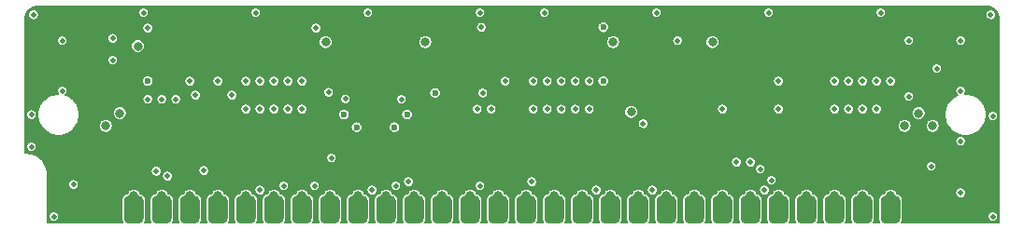
<source format=gbl>
G04 #@! TF.GenerationSoftware,KiCad,Pcbnew,(5.1.10-1-10_14)*
G04 #@! TF.CreationDate,2021-07-01T06:11:53-04:00*
G04 #@! TF.ProjectId,GW4191-SOP,47573431-3931-42d5-934f-502e6b696361,1.0-SOJ*
G04 #@! TF.SameCoordinates,Original*
G04 #@! TF.FileFunction,Copper,L4,Bot*
G04 #@! TF.FilePolarity,Positive*
%FSLAX46Y46*%
G04 Gerber Fmt 4.6, Leading zero omitted, Abs format (unit mm)*
G04 Created by KiCad (PCBNEW (5.1.10-1-10_14)) date 2021-07-01 06:11:53*
%MOMM*%
%LPD*%
G01*
G04 APERTURE LIST*
G04 #@! TA.AperFunction,ComponentPad*
%ADD10C,0.800000*%
G04 #@! TD*
G04 #@! TA.AperFunction,ViaPad*
%ADD11C,0.800000*%
G04 #@! TD*
G04 #@! TA.AperFunction,ViaPad*
%ADD12C,1.000000*%
G04 #@! TD*
G04 #@! TA.AperFunction,ViaPad*
%ADD13C,0.600000*%
G04 #@! TD*
G04 #@! TA.AperFunction,ViaPad*
%ADD14C,0.508000*%
G04 #@! TD*
G04 #@! TA.AperFunction,Conductor*
%ADD15C,0.152400*%
G04 #@! TD*
G04 #@! TA.AperFunction,Conductor*
%ADD16C,0.100000*%
G04 #@! TD*
G04 APERTURE END LIST*
G04 #@! TA.AperFunction,SMDPad,CuDef*
G36*
G01*
X82931000Y-100901500D02*
X82931000Y-99250500D01*
G75*
G02*
X83375500Y-98806000I444500J0D01*
G01*
X84264500Y-98806000D01*
G75*
G02*
X84709000Y-99250500I0J-444500D01*
G01*
X84709000Y-100901500D01*
G75*
G02*
X84264500Y-101346000I-444500J0D01*
G01*
X83375500Y-101346000D01*
G75*
G02*
X82931000Y-100901500I0J444500D01*
G01*
G37*
G04 #@! TD.AperFunction*
G04 #@! TA.AperFunction,SMDPad,CuDef*
G36*
G01*
X85471000Y-100901500D02*
X85471000Y-99250500D01*
G75*
G02*
X85915500Y-98806000I444500J0D01*
G01*
X86804500Y-98806000D01*
G75*
G02*
X87249000Y-99250500I0J-444500D01*
G01*
X87249000Y-100901500D01*
G75*
G02*
X86804500Y-101346000I-444500J0D01*
G01*
X85915500Y-101346000D01*
G75*
G02*
X85471000Y-100901500I0J444500D01*
G01*
G37*
G04 #@! TD.AperFunction*
G04 #@! TA.AperFunction,SMDPad,CuDef*
G36*
G01*
X88011000Y-100901500D02*
X88011000Y-99250500D01*
G75*
G02*
X88455500Y-98806000I444500J0D01*
G01*
X89344500Y-98806000D01*
G75*
G02*
X89789000Y-99250500I0J-444500D01*
G01*
X89789000Y-100901500D01*
G75*
G02*
X89344500Y-101346000I-444500J0D01*
G01*
X88455500Y-101346000D01*
G75*
G02*
X88011000Y-100901500I0J444500D01*
G01*
G37*
G04 #@! TD.AperFunction*
G04 #@! TA.AperFunction,SMDPad,CuDef*
G36*
G01*
X90551000Y-100901500D02*
X90551000Y-99250500D01*
G75*
G02*
X90995500Y-98806000I444500J0D01*
G01*
X91884500Y-98806000D01*
G75*
G02*
X92329000Y-99250500I0J-444500D01*
G01*
X92329000Y-100901500D01*
G75*
G02*
X91884500Y-101346000I-444500J0D01*
G01*
X90995500Y-101346000D01*
G75*
G02*
X90551000Y-100901500I0J444500D01*
G01*
G37*
G04 #@! TD.AperFunction*
G04 #@! TA.AperFunction,SMDPad,CuDef*
G36*
G01*
X93091000Y-100901500D02*
X93091000Y-99250500D01*
G75*
G02*
X93535500Y-98806000I444500J0D01*
G01*
X94424500Y-98806000D01*
G75*
G02*
X94869000Y-99250500I0J-444500D01*
G01*
X94869000Y-100901500D01*
G75*
G02*
X94424500Y-101346000I-444500J0D01*
G01*
X93535500Y-101346000D01*
G75*
G02*
X93091000Y-100901500I0J444500D01*
G01*
G37*
G04 #@! TD.AperFunction*
G04 #@! TA.AperFunction,SMDPad,CuDef*
G36*
G01*
X95631000Y-100901500D02*
X95631000Y-99250500D01*
G75*
G02*
X96075500Y-98806000I444500J0D01*
G01*
X96964500Y-98806000D01*
G75*
G02*
X97409000Y-99250500I0J-444500D01*
G01*
X97409000Y-100901500D01*
G75*
G02*
X96964500Y-101346000I-444500J0D01*
G01*
X96075500Y-101346000D01*
G75*
G02*
X95631000Y-100901500I0J444500D01*
G01*
G37*
G04 #@! TD.AperFunction*
G04 #@! TA.AperFunction,SMDPad,CuDef*
G36*
G01*
X98171000Y-100901500D02*
X98171000Y-99250500D01*
G75*
G02*
X98615500Y-98806000I444500J0D01*
G01*
X99504500Y-98806000D01*
G75*
G02*
X99949000Y-99250500I0J-444500D01*
G01*
X99949000Y-100901500D01*
G75*
G02*
X99504500Y-101346000I-444500J0D01*
G01*
X98615500Y-101346000D01*
G75*
G02*
X98171000Y-100901500I0J444500D01*
G01*
G37*
G04 #@! TD.AperFunction*
G04 #@! TA.AperFunction,SMDPad,CuDef*
G36*
G01*
X100711000Y-100901500D02*
X100711000Y-99250500D01*
G75*
G02*
X101155500Y-98806000I444500J0D01*
G01*
X102044500Y-98806000D01*
G75*
G02*
X102489000Y-99250500I0J-444500D01*
G01*
X102489000Y-100901500D01*
G75*
G02*
X102044500Y-101346000I-444500J0D01*
G01*
X101155500Y-101346000D01*
G75*
G02*
X100711000Y-100901500I0J444500D01*
G01*
G37*
G04 #@! TD.AperFunction*
G04 #@! TA.AperFunction,SMDPad,CuDef*
G36*
G01*
X103251000Y-100901500D02*
X103251000Y-99250500D01*
G75*
G02*
X103695500Y-98806000I444500J0D01*
G01*
X104584500Y-98806000D01*
G75*
G02*
X105029000Y-99250500I0J-444500D01*
G01*
X105029000Y-100901500D01*
G75*
G02*
X104584500Y-101346000I-444500J0D01*
G01*
X103695500Y-101346000D01*
G75*
G02*
X103251000Y-100901500I0J444500D01*
G01*
G37*
G04 #@! TD.AperFunction*
G04 #@! TA.AperFunction,SMDPad,CuDef*
G36*
G01*
X105791000Y-100901500D02*
X105791000Y-99250500D01*
G75*
G02*
X106235500Y-98806000I444500J0D01*
G01*
X107124500Y-98806000D01*
G75*
G02*
X107569000Y-99250500I0J-444500D01*
G01*
X107569000Y-100901500D01*
G75*
G02*
X107124500Y-101346000I-444500J0D01*
G01*
X106235500Y-101346000D01*
G75*
G02*
X105791000Y-100901500I0J444500D01*
G01*
G37*
G04 #@! TD.AperFunction*
G04 #@! TA.AperFunction,SMDPad,CuDef*
G36*
G01*
X108331000Y-100901500D02*
X108331000Y-99250500D01*
G75*
G02*
X108775500Y-98806000I444500J0D01*
G01*
X109664500Y-98806000D01*
G75*
G02*
X110109000Y-99250500I0J-444500D01*
G01*
X110109000Y-100901500D01*
G75*
G02*
X109664500Y-101346000I-444500J0D01*
G01*
X108775500Y-101346000D01*
G75*
G02*
X108331000Y-100901500I0J444500D01*
G01*
G37*
G04 #@! TD.AperFunction*
G04 #@! TA.AperFunction,SMDPad,CuDef*
G36*
G01*
X110871000Y-100901500D02*
X110871000Y-99250500D01*
G75*
G02*
X111315500Y-98806000I444500J0D01*
G01*
X112204500Y-98806000D01*
G75*
G02*
X112649000Y-99250500I0J-444500D01*
G01*
X112649000Y-100901500D01*
G75*
G02*
X112204500Y-101346000I-444500J0D01*
G01*
X111315500Y-101346000D01*
G75*
G02*
X110871000Y-100901500I0J444500D01*
G01*
G37*
G04 #@! TD.AperFunction*
G04 #@! TA.AperFunction,SMDPad,CuDef*
G36*
G01*
X113411000Y-100901500D02*
X113411000Y-99250500D01*
G75*
G02*
X113855500Y-98806000I444500J0D01*
G01*
X114744500Y-98806000D01*
G75*
G02*
X115189000Y-99250500I0J-444500D01*
G01*
X115189000Y-100901500D01*
G75*
G02*
X114744500Y-101346000I-444500J0D01*
G01*
X113855500Y-101346000D01*
G75*
G02*
X113411000Y-100901500I0J444500D01*
G01*
G37*
G04 #@! TD.AperFunction*
G04 #@! TA.AperFunction,SMDPad,CuDef*
G36*
G01*
X115951000Y-100901500D02*
X115951000Y-99250500D01*
G75*
G02*
X116395500Y-98806000I444500J0D01*
G01*
X117284500Y-98806000D01*
G75*
G02*
X117729000Y-99250500I0J-444500D01*
G01*
X117729000Y-100901500D01*
G75*
G02*
X117284500Y-101346000I-444500J0D01*
G01*
X116395500Y-101346000D01*
G75*
G02*
X115951000Y-100901500I0J444500D01*
G01*
G37*
G04 #@! TD.AperFunction*
G04 #@! TA.AperFunction,SMDPad,CuDef*
G36*
G01*
X118491000Y-100901500D02*
X118491000Y-99250500D01*
G75*
G02*
X118935500Y-98806000I444500J0D01*
G01*
X119824500Y-98806000D01*
G75*
G02*
X120269000Y-99250500I0J-444500D01*
G01*
X120269000Y-100901500D01*
G75*
G02*
X119824500Y-101346000I-444500J0D01*
G01*
X118935500Y-101346000D01*
G75*
G02*
X118491000Y-100901500I0J444500D01*
G01*
G37*
G04 #@! TD.AperFunction*
G04 #@! TA.AperFunction,SMDPad,CuDef*
G36*
G01*
X121031000Y-100901500D02*
X121031000Y-99250500D01*
G75*
G02*
X121475500Y-98806000I444500J0D01*
G01*
X122364500Y-98806000D01*
G75*
G02*
X122809000Y-99250500I0J-444500D01*
G01*
X122809000Y-100901500D01*
G75*
G02*
X122364500Y-101346000I-444500J0D01*
G01*
X121475500Y-101346000D01*
G75*
G02*
X121031000Y-100901500I0J444500D01*
G01*
G37*
G04 #@! TD.AperFunction*
G04 #@! TA.AperFunction,SMDPad,CuDef*
G36*
G01*
X123571000Y-100901500D02*
X123571000Y-99250500D01*
G75*
G02*
X124015500Y-98806000I444500J0D01*
G01*
X124904500Y-98806000D01*
G75*
G02*
X125349000Y-99250500I0J-444500D01*
G01*
X125349000Y-100901500D01*
G75*
G02*
X124904500Y-101346000I-444500J0D01*
G01*
X124015500Y-101346000D01*
G75*
G02*
X123571000Y-100901500I0J444500D01*
G01*
G37*
G04 #@! TD.AperFunction*
G04 #@! TA.AperFunction,SMDPad,CuDef*
G36*
G01*
X126111000Y-100901500D02*
X126111000Y-99250500D01*
G75*
G02*
X126555500Y-98806000I444500J0D01*
G01*
X127444500Y-98806000D01*
G75*
G02*
X127889000Y-99250500I0J-444500D01*
G01*
X127889000Y-100901500D01*
G75*
G02*
X127444500Y-101346000I-444500J0D01*
G01*
X126555500Y-101346000D01*
G75*
G02*
X126111000Y-100901500I0J444500D01*
G01*
G37*
G04 #@! TD.AperFunction*
G04 #@! TA.AperFunction,SMDPad,CuDef*
G36*
G01*
X128651000Y-100901500D02*
X128651000Y-99250500D01*
G75*
G02*
X129095500Y-98806000I444500J0D01*
G01*
X129984500Y-98806000D01*
G75*
G02*
X130429000Y-99250500I0J-444500D01*
G01*
X130429000Y-100901500D01*
G75*
G02*
X129984500Y-101346000I-444500J0D01*
G01*
X129095500Y-101346000D01*
G75*
G02*
X128651000Y-100901500I0J444500D01*
G01*
G37*
G04 #@! TD.AperFunction*
G04 #@! TA.AperFunction,SMDPad,CuDef*
G36*
G01*
X131191000Y-100901500D02*
X131191000Y-99250500D01*
G75*
G02*
X131635500Y-98806000I444500J0D01*
G01*
X132524500Y-98806000D01*
G75*
G02*
X132969000Y-99250500I0J-444500D01*
G01*
X132969000Y-100901500D01*
G75*
G02*
X132524500Y-101346000I-444500J0D01*
G01*
X131635500Y-101346000D01*
G75*
G02*
X131191000Y-100901500I0J444500D01*
G01*
G37*
G04 #@! TD.AperFunction*
G04 #@! TA.AperFunction,SMDPad,CuDef*
G36*
G01*
X133731000Y-100901500D02*
X133731000Y-99250500D01*
G75*
G02*
X134175500Y-98806000I444500J0D01*
G01*
X135064500Y-98806000D01*
G75*
G02*
X135509000Y-99250500I0J-444500D01*
G01*
X135509000Y-100901500D01*
G75*
G02*
X135064500Y-101346000I-444500J0D01*
G01*
X134175500Y-101346000D01*
G75*
G02*
X133731000Y-100901500I0J444500D01*
G01*
G37*
G04 #@! TD.AperFunction*
G04 #@! TA.AperFunction,SMDPad,CuDef*
G36*
G01*
X136271000Y-100901500D02*
X136271000Y-99250500D01*
G75*
G02*
X136715500Y-98806000I444500J0D01*
G01*
X137604500Y-98806000D01*
G75*
G02*
X138049000Y-99250500I0J-444500D01*
G01*
X138049000Y-100901500D01*
G75*
G02*
X137604500Y-101346000I-444500J0D01*
G01*
X136715500Y-101346000D01*
G75*
G02*
X136271000Y-100901500I0J444500D01*
G01*
G37*
G04 #@! TD.AperFunction*
G04 #@! TA.AperFunction,SMDPad,CuDef*
G36*
G01*
X138811000Y-100901500D02*
X138811000Y-99250500D01*
G75*
G02*
X139255500Y-98806000I444500J0D01*
G01*
X140144500Y-98806000D01*
G75*
G02*
X140589000Y-99250500I0J-444500D01*
G01*
X140589000Y-100901500D01*
G75*
G02*
X140144500Y-101346000I-444500J0D01*
G01*
X139255500Y-101346000D01*
G75*
G02*
X138811000Y-100901500I0J444500D01*
G01*
G37*
G04 #@! TD.AperFunction*
G04 #@! TA.AperFunction,SMDPad,CuDef*
G36*
G01*
X141351000Y-100901500D02*
X141351000Y-99250500D01*
G75*
G02*
X141795500Y-98806000I444500J0D01*
G01*
X142684500Y-98806000D01*
G75*
G02*
X143129000Y-99250500I0J-444500D01*
G01*
X143129000Y-100901500D01*
G75*
G02*
X142684500Y-101346000I-444500J0D01*
G01*
X141795500Y-101346000D01*
G75*
G02*
X141351000Y-100901500I0J444500D01*
G01*
G37*
G04 #@! TD.AperFunction*
G04 #@! TA.AperFunction,SMDPad,CuDef*
G36*
G01*
X143891000Y-100901500D02*
X143891000Y-99250500D01*
G75*
G02*
X144335500Y-98806000I444500J0D01*
G01*
X145224500Y-98806000D01*
G75*
G02*
X145669000Y-99250500I0J-444500D01*
G01*
X145669000Y-100901500D01*
G75*
G02*
X145224500Y-101346000I-444500J0D01*
G01*
X144335500Y-101346000D01*
G75*
G02*
X143891000Y-100901500I0J444500D01*
G01*
G37*
G04 #@! TD.AperFunction*
G04 #@! TA.AperFunction,SMDPad,CuDef*
G36*
G01*
X146431000Y-100901500D02*
X146431000Y-99250500D01*
G75*
G02*
X146875500Y-98806000I444500J0D01*
G01*
X147764500Y-98806000D01*
G75*
G02*
X148209000Y-99250500I0J-444500D01*
G01*
X148209000Y-100901500D01*
G75*
G02*
X147764500Y-101346000I-444500J0D01*
G01*
X146875500Y-101346000D01*
G75*
G02*
X146431000Y-100901500I0J444500D01*
G01*
G37*
G04 #@! TD.AperFunction*
G04 #@! TA.AperFunction,SMDPad,CuDef*
G36*
G01*
X148971000Y-100901500D02*
X148971000Y-99250500D01*
G75*
G02*
X149415500Y-98806000I444500J0D01*
G01*
X150304500Y-98806000D01*
G75*
G02*
X150749000Y-99250500I0J-444500D01*
G01*
X150749000Y-100901500D01*
G75*
G02*
X150304500Y-101346000I-444500J0D01*
G01*
X149415500Y-101346000D01*
G75*
G02*
X148971000Y-100901500I0J444500D01*
G01*
G37*
G04 #@! TD.AperFunction*
G04 #@! TA.AperFunction,SMDPad,CuDef*
G36*
G01*
X151511000Y-100901500D02*
X151511000Y-99250500D01*
G75*
G02*
X151955500Y-98806000I444500J0D01*
G01*
X152844500Y-98806000D01*
G75*
G02*
X153289000Y-99250500I0J-444500D01*
G01*
X153289000Y-100901500D01*
G75*
G02*
X152844500Y-101346000I-444500J0D01*
G01*
X151955500Y-101346000D01*
G75*
G02*
X151511000Y-100901500I0J444500D01*
G01*
G37*
G04 #@! TD.AperFunction*
G04 #@! TA.AperFunction,SMDPad,CuDef*
G36*
G01*
X154051000Y-100901500D02*
X154051000Y-99250500D01*
G75*
G02*
X154495500Y-98806000I444500J0D01*
G01*
X155384500Y-98806000D01*
G75*
G02*
X155829000Y-99250500I0J-444500D01*
G01*
X155829000Y-100901500D01*
G75*
G02*
X155384500Y-101346000I-444500J0D01*
G01*
X154495500Y-101346000D01*
G75*
G02*
X154051000Y-100901500I0J444500D01*
G01*
G37*
G04 #@! TD.AperFunction*
G04 #@! TA.AperFunction,SMDPad,CuDef*
G36*
G01*
X156591000Y-100901500D02*
X156591000Y-99250500D01*
G75*
G02*
X157035500Y-98806000I444500J0D01*
G01*
X157924500Y-98806000D01*
G75*
G02*
X158369000Y-99250500I0J-444500D01*
G01*
X158369000Y-100901500D01*
G75*
G02*
X157924500Y-101346000I-444500J0D01*
G01*
X157035500Y-101346000D01*
G75*
G02*
X156591000Y-100901500I0J444500D01*
G01*
G37*
G04 #@! TD.AperFunction*
D10*
X88900000Y-98806000D03*
X86360000Y-98806000D03*
X83820000Y-98806000D03*
X93980000Y-98806000D03*
X91440000Y-98806000D03*
X96520000Y-98806000D03*
X99060000Y-98806000D03*
X104140000Y-98806000D03*
X101600000Y-98806000D03*
X109220000Y-98806000D03*
X106680000Y-98806000D03*
X111760000Y-98806000D03*
X116840000Y-98806000D03*
X114300000Y-98806000D03*
X119380000Y-98806000D03*
X124460000Y-98806000D03*
X121920000Y-98806000D03*
X127000000Y-98806000D03*
X149860000Y-98806000D03*
X147320000Y-98806000D03*
X152400000Y-98806000D03*
X134620000Y-98806000D03*
X132080000Y-98806000D03*
X137160000Y-98806000D03*
X142240000Y-98806000D03*
X139700000Y-98806000D03*
X144780000Y-98806000D03*
X129540000Y-98806000D03*
X154940000Y-98806000D03*
X157480000Y-98806000D03*
D11*
X86741000Y-94107000D03*
X112776000Y-94107000D03*
X129794000Y-94107000D03*
X83820000Y-94107000D03*
X85090000Y-95250000D03*
X103759000Y-94107000D03*
X156210000Y-94107000D03*
X158750000Y-94107000D03*
D12*
X157480000Y-95377000D03*
D13*
X113665000Y-90932000D03*
X128905000Y-90932000D03*
X102870000Y-90932000D03*
X87630000Y-90932000D03*
X87630000Y-95758000D03*
D14*
X159131000Y-82169000D03*
X148971000Y-82169000D03*
X92329000Y-82169000D03*
X102489000Y-82169000D03*
X138811000Y-82169000D03*
X128651000Y-82169000D03*
X112649000Y-82169000D03*
X82169000Y-82169000D03*
D13*
X105410000Y-95059500D03*
X109982000Y-93916500D03*
X154940000Y-95758000D03*
X154940000Y-90932000D03*
X106553000Y-93916500D03*
D14*
X132524500Y-94234000D03*
X77089000Y-86995000D03*
X164211000Y-86995000D03*
X164211000Y-96139000D03*
X78994000Y-94742000D03*
X117475000Y-90932000D03*
X105537000Y-90011250D03*
X140970000Y-95758000D03*
X118745000Y-90932000D03*
X142240000Y-95758000D03*
X110617000Y-90043000D03*
X91440000Y-88392000D03*
X84450000Y-86500000D03*
X77089000Y-94361000D03*
X164211000Y-91567000D03*
X77089000Y-91440000D03*
X156591000Y-89789000D03*
X159131000Y-87249000D03*
X156591000Y-84709000D03*
X161290000Y-84709000D03*
D11*
X112776000Y-84836000D03*
X103759000Y-84836000D03*
X86741000Y-85217000D03*
D14*
X104267000Y-95377000D03*
X95250000Y-89662000D03*
X92710000Y-96520000D03*
X111252000Y-97536000D03*
X117729000Y-97917000D03*
X89408000Y-97028000D03*
X88392000Y-96583500D03*
X143510000Y-98298000D03*
X144145000Y-97409000D03*
X143129000Y-96393000D03*
X88900000Y-90043000D03*
X87630000Y-90043000D03*
X90170000Y-90043000D03*
X91948000Y-89662000D03*
X117983000Y-89471500D03*
X122428000Y-97536000D03*
X77279500Y-82359500D03*
X164020500Y-82359500D03*
X164211000Y-100711000D03*
X79121000Y-100711000D03*
X79883000Y-84709000D03*
X161290000Y-89281000D03*
X161290000Y-93853000D03*
X161290000Y-98552000D03*
X80899000Y-97790000D03*
X79883000Y-89281000D03*
X133350000Y-98298000D03*
X110109000Y-97917000D03*
X102743000Y-97917000D03*
X99949000Y-97917000D03*
X97790000Y-98298000D03*
X128270000Y-98298000D03*
X158623000Y-96139000D03*
D11*
X83820000Y-92456000D03*
X85090000Y-91313000D03*
D14*
X104013000Y-89408000D03*
D11*
X131445000Y-91186000D03*
X156210000Y-92456000D03*
X158750000Y-92456000D03*
D14*
X84450000Y-84500000D03*
D13*
X87630000Y-88392000D03*
X128905000Y-88392000D03*
D11*
X157480000Y-91313000D03*
D13*
X128905000Y-83502500D03*
D14*
X154051000Y-82169000D03*
X87249000Y-82169000D03*
X97409000Y-82169000D03*
X143891000Y-82169000D03*
X133731000Y-82169000D03*
X107569000Y-82169000D03*
X117729000Y-82169000D03*
X123571000Y-82169000D03*
X117856000Y-83502500D03*
X102870000Y-83566000D03*
X87630000Y-83566000D03*
D11*
X129794000Y-84836000D03*
D13*
X106553000Y-92583000D03*
X105410000Y-91440000D03*
X109982000Y-92583000D03*
X111125000Y-91440000D03*
D14*
X132524500Y-92265500D03*
D11*
X138811000Y-84836000D03*
D14*
X135636000Y-84709000D03*
D13*
X113665000Y-89471500D03*
D14*
X107950000Y-98298000D03*
X139700000Y-90932000D03*
X123825000Y-90932000D03*
X100330000Y-90932000D03*
X149860000Y-90932000D03*
X125095000Y-90932000D03*
X99060000Y-90932000D03*
X151130000Y-90932000D03*
X152400000Y-90932000D03*
X126365000Y-90932000D03*
X97790000Y-90932000D03*
X127635000Y-90932000D03*
X96520000Y-90932000D03*
X153670000Y-90932000D03*
X93980000Y-88392000D03*
X127635000Y-88392000D03*
X154940000Y-88392000D03*
X126365000Y-88392000D03*
X96520000Y-88392000D03*
X153670000Y-88392000D03*
X97790000Y-88392000D03*
X125095000Y-88392000D03*
X152400000Y-88392000D03*
X151130000Y-88392000D03*
X99060000Y-88392000D03*
X123825000Y-88392000D03*
X149860000Y-88392000D03*
X122555000Y-88392000D03*
X100330000Y-88392000D03*
X144780000Y-88392000D03*
X122555000Y-90932000D03*
X101600000Y-90932000D03*
X144780000Y-90932000D03*
X101600000Y-88392000D03*
X120015000Y-88392000D03*
D15*
X163807884Y-81632912D02*
X164030929Y-81700254D01*
X164236653Y-81809639D01*
X164417209Y-81956896D01*
X164565723Y-82136420D01*
X164676544Y-82341378D01*
X164745441Y-82563947D01*
X164771400Y-82810934D01*
X164771401Y-101271400D01*
X155947578Y-101271400D01*
X156007385Y-101159507D01*
X156045751Y-101033031D01*
X156058706Y-100901500D01*
X156058706Y-100663468D01*
X163728400Y-100663468D01*
X163728400Y-100758532D01*
X163746946Y-100851769D01*
X163783326Y-100939597D01*
X163836140Y-101018640D01*
X163903360Y-101085860D01*
X163982403Y-101138674D01*
X164070231Y-101175054D01*
X164163468Y-101193600D01*
X164258532Y-101193600D01*
X164351769Y-101175054D01*
X164439597Y-101138674D01*
X164518640Y-101085860D01*
X164585860Y-101018640D01*
X164638674Y-100939597D01*
X164675054Y-100851769D01*
X164693600Y-100758532D01*
X164693600Y-100663468D01*
X164675054Y-100570231D01*
X164638674Y-100482403D01*
X164585860Y-100403360D01*
X164518640Y-100336140D01*
X164439597Y-100283326D01*
X164351769Y-100246946D01*
X164258532Y-100228400D01*
X164163468Y-100228400D01*
X164070231Y-100246946D01*
X163982403Y-100283326D01*
X163903360Y-100336140D01*
X163836140Y-100403360D01*
X163783326Y-100482403D01*
X163746946Y-100570231D01*
X163728400Y-100663468D01*
X156058706Y-100663468D01*
X156058706Y-99250500D01*
X156045751Y-99118969D01*
X156007385Y-98992493D01*
X155945082Y-98875931D01*
X155861236Y-98773764D01*
X155759069Y-98689918D01*
X155642507Y-98627615D01*
X155532707Y-98594308D01*
X155497059Y-98508246D01*
X155494535Y-98504468D01*
X160807400Y-98504468D01*
X160807400Y-98599532D01*
X160825946Y-98692769D01*
X160862326Y-98780597D01*
X160915140Y-98859640D01*
X160982360Y-98926860D01*
X161061403Y-98979674D01*
X161149231Y-99016054D01*
X161242468Y-99034600D01*
X161337532Y-99034600D01*
X161430769Y-99016054D01*
X161518597Y-98979674D01*
X161597640Y-98926860D01*
X161664860Y-98859640D01*
X161717674Y-98780597D01*
X161754054Y-98692769D01*
X161772600Y-98599532D01*
X161772600Y-98504468D01*
X161754054Y-98411231D01*
X161717674Y-98323403D01*
X161664860Y-98244360D01*
X161597640Y-98177140D01*
X161518597Y-98124326D01*
X161430769Y-98087946D01*
X161337532Y-98069400D01*
X161242468Y-98069400D01*
X161149231Y-98087946D01*
X161061403Y-98124326D01*
X160982360Y-98177140D01*
X160915140Y-98244360D01*
X160862326Y-98323403D01*
X160825946Y-98411231D01*
X160807400Y-98504468D01*
X155494535Y-98504468D01*
X155428266Y-98405291D01*
X155340709Y-98317734D01*
X155237754Y-98248941D01*
X155123356Y-98201556D01*
X155001912Y-98177400D01*
X154878088Y-98177400D01*
X154756644Y-98201556D01*
X154642246Y-98248941D01*
X154539291Y-98317734D01*
X154451734Y-98405291D01*
X154382941Y-98508246D01*
X154347293Y-98594308D01*
X154237493Y-98627615D01*
X154120931Y-98689918D01*
X154018764Y-98773764D01*
X153934918Y-98875931D01*
X153872615Y-98992493D01*
X153834249Y-99118969D01*
X153821294Y-99250500D01*
X153821294Y-100901500D01*
X153834249Y-101033031D01*
X153872615Y-101159507D01*
X153932422Y-101271400D01*
X153407578Y-101271400D01*
X153467385Y-101159507D01*
X153505751Y-101033031D01*
X153518706Y-100901500D01*
X153518706Y-99250500D01*
X153505751Y-99118969D01*
X153467385Y-98992493D01*
X153405082Y-98875931D01*
X153321236Y-98773764D01*
X153219069Y-98689918D01*
X153102507Y-98627615D01*
X152992707Y-98594308D01*
X152957059Y-98508246D01*
X152888266Y-98405291D01*
X152800709Y-98317734D01*
X152697754Y-98248941D01*
X152583356Y-98201556D01*
X152461912Y-98177400D01*
X152338088Y-98177400D01*
X152216644Y-98201556D01*
X152102246Y-98248941D01*
X151999291Y-98317734D01*
X151911734Y-98405291D01*
X151842941Y-98508246D01*
X151807293Y-98594308D01*
X151697493Y-98627615D01*
X151580931Y-98689918D01*
X151478764Y-98773764D01*
X151394918Y-98875931D01*
X151332615Y-98992493D01*
X151294249Y-99118969D01*
X151281294Y-99250500D01*
X151281294Y-100901500D01*
X151294249Y-101033031D01*
X151332615Y-101159507D01*
X151392422Y-101271400D01*
X150867578Y-101271400D01*
X150927385Y-101159507D01*
X150965751Y-101033031D01*
X150978706Y-100901500D01*
X150978706Y-99250500D01*
X150965751Y-99118969D01*
X150927385Y-98992493D01*
X150865082Y-98875931D01*
X150781236Y-98773764D01*
X150679069Y-98689918D01*
X150562507Y-98627615D01*
X150452707Y-98594308D01*
X150417059Y-98508246D01*
X150348266Y-98405291D01*
X150260709Y-98317734D01*
X150157754Y-98248941D01*
X150043356Y-98201556D01*
X149921912Y-98177400D01*
X149798088Y-98177400D01*
X149676644Y-98201556D01*
X149562246Y-98248941D01*
X149459291Y-98317734D01*
X149371734Y-98405291D01*
X149302941Y-98508246D01*
X149267293Y-98594308D01*
X149157493Y-98627615D01*
X149040931Y-98689918D01*
X148938764Y-98773764D01*
X148854918Y-98875931D01*
X148792615Y-98992493D01*
X148754249Y-99118969D01*
X148741294Y-99250500D01*
X148741294Y-100901500D01*
X148754249Y-101033031D01*
X148792615Y-101159507D01*
X148852422Y-101271400D01*
X148327578Y-101271400D01*
X148387385Y-101159507D01*
X148425751Y-101033031D01*
X148438706Y-100901500D01*
X148438706Y-99250500D01*
X148425751Y-99118969D01*
X148387385Y-98992493D01*
X148325082Y-98875931D01*
X148241236Y-98773764D01*
X148139069Y-98689918D01*
X148022507Y-98627615D01*
X147912707Y-98594308D01*
X147877059Y-98508246D01*
X147808266Y-98405291D01*
X147720709Y-98317734D01*
X147617754Y-98248941D01*
X147503356Y-98201556D01*
X147381912Y-98177400D01*
X147258088Y-98177400D01*
X147136644Y-98201556D01*
X147022246Y-98248941D01*
X146919291Y-98317734D01*
X146831734Y-98405291D01*
X146762941Y-98508246D01*
X146727293Y-98594308D01*
X146617493Y-98627615D01*
X146500931Y-98689918D01*
X146398764Y-98773764D01*
X146314918Y-98875931D01*
X146252615Y-98992493D01*
X146214249Y-99118969D01*
X146201294Y-99250500D01*
X146201294Y-100901500D01*
X146214249Y-101033031D01*
X146252615Y-101159507D01*
X146312422Y-101271400D01*
X145787578Y-101271400D01*
X145847385Y-101159507D01*
X145885751Y-101033031D01*
X145898706Y-100901500D01*
X145898706Y-99250500D01*
X145885751Y-99118969D01*
X145847385Y-98992493D01*
X145785082Y-98875931D01*
X145701236Y-98773764D01*
X145599069Y-98689918D01*
X145482507Y-98627615D01*
X145372707Y-98594308D01*
X145337059Y-98508246D01*
X145268266Y-98405291D01*
X145180709Y-98317734D01*
X145077754Y-98248941D01*
X144963356Y-98201556D01*
X144841912Y-98177400D01*
X144718088Y-98177400D01*
X144596644Y-98201556D01*
X144482246Y-98248941D01*
X144379291Y-98317734D01*
X144291734Y-98405291D01*
X144222941Y-98508246D01*
X144187293Y-98594308D01*
X144077493Y-98627615D01*
X143960931Y-98689918D01*
X143858764Y-98773764D01*
X143774918Y-98875931D01*
X143712615Y-98992493D01*
X143674249Y-99118969D01*
X143661294Y-99250500D01*
X143661294Y-100901500D01*
X143674249Y-101033031D01*
X143712615Y-101159507D01*
X143772422Y-101271400D01*
X143247578Y-101271400D01*
X143307385Y-101159507D01*
X143345751Y-101033031D01*
X143358706Y-100901500D01*
X143358706Y-99250500D01*
X143345751Y-99118969D01*
X143307385Y-98992493D01*
X143245082Y-98875931D01*
X143161236Y-98773764D01*
X143059069Y-98689918D01*
X142942507Y-98627615D01*
X142832707Y-98594308D01*
X142797059Y-98508246D01*
X142728266Y-98405291D01*
X142640709Y-98317734D01*
X142540040Y-98250468D01*
X143027400Y-98250468D01*
X143027400Y-98345532D01*
X143045946Y-98438769D01*
X143082326Y-98526597D01*
X143135140Y-98605640D01*
X143202360Y-98672860D01*
X143281403Y-98725674D01*
X143369231Y-98762054D01*
X143462468Y-98780600D01*
X143557532Y-98780600D01*
X143650769Y-98762054D01*
X143738597Y-98725674D01*
X143817640Y-98672860D01*
X143884860Y-98605640D01*
X143937674Y-98526597D01*
X143974054Y-98438769D01*
X143992600Y-98345532D01*
X143992600Y-98250468D01*
X143974054Y-98157231D01*
X143937674Y-98069403D01*
X143884860Y-97990360D01*
X143817640Y-97923140D01*
X143738597Y-97870326D01*
X143650769Y-97833946D01*
X143557532Y-97815400D01*
X143462468Y-97815400D01*
X143369231Y-97833946D01*
X143281403Y-97870326D01*
X143202360Y-97923140D01*
X143135140Y-97990360D01*
X143082326Y-98069403D01*
X143045946Y-98157231D01*
X143027400Y-98250468D01*
X142540040Y-98250468D01*
X142537754Y-98248941D01*
X142423356Y-98201556D01*
X142301912Y-98177400D01*
X142178088Y-98177400D01*
X142056644Y-98201556D01*
X141942246Y-98248941D01*
X141839291Y-98317734D01*
X141751734Y-98405291D01*
X141682941Y-98508246D01*
X141647293Y-98594308D01*
X141537493Y-98627615D01*
X141420931Y-98689918D01*
X141318764Y-98773764D01*
X141234918Y-98875931D01*
X141172615Y-98992493D01*
X141134249Y-99118969D01*
X141121294Y-99250500D01*
X141121294Y-100901500D01*
X141134249Y-101033031D01*
X141172615Y-101159507D01*
X141232422Y-101271400D01*
X140707578Y-101271400D01*
X140767385Y-101159507D01*
X140805751Y-101033031D01*
X140818706Y-100901500D01*
X140818706Y-99250500D01*
X140805751Y-99118969D01*
X140767385Y-98992493D01*
X140705082Y-98875931D01*
X140621236Y-98773764D01*
X140519069Y-98689918D01*
X140402507Y-98627615D01*
X140292707Y-98594308D01*
X140257059Y-98508246D01*
X140188266Y-98405291D01*
X140100709Y-98317734D01*
X139997754Y-98248941D01*
X139883356Y-98201556D01*
X139761912Y-98177400D01*
X139638088Y-98177400D01*
X139516644Y-98201556D01*
X139402246Y-98248941D01*
X139299291Y-98317734D01*
X139211734Y-98405291D01*
X139142941Y-98508246D01*
X139107293Y-98594308D01*
X138997493Y-98627615D01*
X138880931Y-98689918D01*
X138778764Y-98773764D01*
X138694918Y-98875931D01*
X138632615Y-98992493D01*
X138594249Y-99118969D01*
X138581294Y-99250500D01*
X138581294Y-100901500D01*
X138594249Y-101033031D01*
X138632615Y-101159507D01*
X138692422Y-101271400D01*
X138167578Y-101271400D01*
X138227385Y-101159507D01*
X138265751Y-101033031D01*
X138278706Y-100901500D01*
X138278706Y-99250500D01*
X138265751Y-99118969D01*
X138227385Y-98992493D01*
X138165082Y-98875931D01*
X138081236Y-98773764D01*
X137979069Y-98689918D01*
X137862507Y-98627615D01*
X137752707Y-98594308D01*
X137717059Y-98508246D01*
X137648266Y-98405291D01*
X137560709Y-98317734D01*
X137457754Y-98248941D01*
X137343356Y-98201556D01*
X137221912Y-98177400D01*
X137098088Y-98177400D01*
X136976644Y-98201556D01*
X136862246Y-98248941D01*
X136759291Y-98317734D01*
X136671734Y-98405291D01*
X136602941Y-98508246D01*
X136567293Y-98594308D01*
X136457493Y-98627615D01*
X136340931Y-98689918D01*
X136238764Y-98773764D01*
X136154918Y-98875931D01*
X136092615Y-98992493D01*
X136054249Y-99118969D01*
X136041294Y-99250500D01*
X136041294Y-100901500D01*
X136054249Y-101033031D01*
X136092615Y-101159507D01*
X136152422Y-101271400D01*
X135627578Y-101271400D01*
X135687385Y-101159507D01*
X135725751Y-101033031D01*
X135738706Y-100901500D01*
X135738706Y-99250500D01*
X135725751Y-99118969D01*
X135687385Y-98992493D01*
X135625082Y-98875931D01*
X135541236Y-98773764D01*
X135439069Y-98689918D01*
X135322507Y-98627615D01*
X135212707Y-98594308D01*
X135177059Y-98508246D01*
X135108266Y-98405291D01*
X135020709Y-98317734D01*
X134917754Y-98248941D01*
X134803356Y-98201556D01*
X134681912Y-98177400D01*
X134558088Y-98177400D01*
X134436644Y-98201556D01*
X134322246Y-98248941D01*
X134219291Y-98317734D01*
X134131734Y-98405291D01*
X134062941Y-98508246D01*
X134027293Y-98594308D01*
X133917493Y-98627615D01*
X133800931Y-98689918D01*
X133698764Y-98773764D01*
X133614918Y-98875931D01*
X133552615Y-98992493D01*
X133514249Y-99118969D01*
X133501294Y-99250500D01*
X133501294Y-100901500D01*
X133514249Y-101033031D01*
X133552615Y-101159507D01*
X133612422Y-101271400D01*
X133087578Y-101271400D01*
X133147385Y-101159507D01*
X133185751Y-101033031D01*
X133198706Y-100901500D01*
X133198706Y-99250500D01*
X133185751Y-99118969D01*
X133147385Y-98992493D01*
X133085082Y-98875931D01*
X133001236Y-98773764D01*
X132899069Y-98689918D01*
X132782507Y-98627615D01*
X132672707Y-98594308D01*
X132637059Y-98508246D01*
X132568266Y-98405291D01*
X132480709Y-98317734D01*
X132380040Y-98250468D01*
X132867400Y-98250468D01*
X132867400Y-98345532D01*
X132885946Y-98438769D01*
X132922326Y-98526597D01*
X132975140Y-98605640D01*
X133042360Y-98672860D01*
X133121403Y-98725674D01*
X133209231Y-98762054D01*
X133302468Y-98780600D01*
X133397532Y-98780600D01*
X133490769Y-98762054D01*
X133578597Y-98725674D01*
X133657640Y-98672860D01*
X133724860Y-98605640D01*
X133777674Y-98526597D01*
X133814054Y-98438769D01*
X133832600Y-98345532D01*
X133832600Y-98250468D01*
X133814054Y-98157231D01*
X133777674Y-98069403D01*
X133724860Y-97990360D01*
X133657640Y-97923140D01*
X133578597Y-97870326D01*
X133490769Y-97833946D01*
X133397532Y-97815400D01*
X133302468Y-97815400D01*
X133209231Y-97833946D01*
X133121403Y-97870326D01*
X133042360Y-97923140D01*
X132975140Y-97990360D01*
X132922326Y-98069403D01*
X132885946Y-98157231D01*
X132867400Y-98250468D01*
X132380040Y-98250468D01*
X132377754Y-98248941D01*
X132263356Y-98201556D01*
X132141912Y-98177400D01*
X132018088Y-98177400D01*
X131896644Y-98201556D01*
X131782246Y-98248941D01*
X131679291Y-98317734D01*
X131591734Y-98405291D01*
X131522941Y-98508246D01*
X131487293Y-98594308D01*
X131377493Y-98627615D01*
X131260931Y-98689918D01*
X131158764Y-98773764D01*
X131074918Y-98875931D01*
X131012615Y-98992493D01*
X130974249Y-99118969D01*
X130961294Y-99250500D01*
X130961294Y-100901500D01*
X130974249Y-101033031D01*
X131012615Y-101159507D01*
X131072422Y-101271400D01*
X130547578Y-101271400D01*
X130607385Y-101159507D01*
X130645751Y-101033031D01*
X130658706Y-100901500D01*
X130658706Y-99250500D01*
X130645751Y-99118969D01*
X130607385Y-98992493D01*
X130545082Y-98875931D01*
X130461236Y-98773764D01*
X130359069Y-98689918D01*
X130242507Y-98627615D01*
X130132707Y-98594308D01*
X130097059Y-98508246D01*
X130028266Y-98405291D01*
X129940709Y-98317734D01*
X129837754Y-98248941D01*
X129723356Y-98201556D01*
X129601912Y-98177400D01*
X129478088Y-98177400D01*
X129356644Y-98201556D01*
X129242246Y-98248941D01*
X129139291Y-98317734D01*
X129051734Y-98405291D01*
X128982941Y-98508246D01*
X128947293Y-98594308D01*
X128837493Y-98627615D01*
X128720931Y-98689918D01*
X128618764Y-98773764D01*
X128534918Y-98875931D01*
X128472615Y-98992493D01*
X128434249Y-99118969D01*
X128421294Y-99250500D01*
X128421294Y-100901500D01*
X128434249Y-101033031D01*
X128472615Y-101159507D01*
X128532422Y-101271400D01*
X128007578Y-101271400D01*
X128067385Y-101159507D01*
X128105751Y-101033031D01*
X128118706Y-100901500D01*
X128118706Y-99250500D01*
X128105751Y-99118969D01*
X128067385Y-98992493D01*
X128005082Y-98875931D01*
X127921236Y-98773764D01*
X127819069Y-98689918D01*
X127702507Y-98627615D01*
X127592707Y-98594308D01*
X127557059Y-98508246D01*
X127488266Y-98405291D01*
X127400709Y-98317734D01*
X127300040Y-98250468D01*
X127787400Y-98250468D01*
X127787400Y-98345532D01*
X127805946Y-98438769D01*
X127842326Y-98526597D01*
X127895140Y-98605640D01*
X127962360Y-98672860D01*
X128041403Y-98725674D01*
X128129231Y-98762054D01*
X128222468Y-98780600D01*
X128317532Y-98780600D01*
X128410769Y-98762054D01*
X128498597Y-98725674D01*
X128577640Y-98672860D01*
X128644860Y-98605640D01*
X128697674Y-98526597D01*
X128734054Y-98438769D01*
X128752600Y-98345532D01*
X128752600Y-98250468D01*
X128734054Y-98157231D01*
X128697674Y-98069403D01*
X128644860Y-97990360D01*
X128577640Y-97923140D01*
X128498597Y-97870326D01*
X128410769Y-97833946D01*
X128317532Y-97815400D01*
X128222468Y-97815400D01*
X128129231Y-97833946D01*
X128041403Y-97870326D01*
X127962360Y-97923140D01*
X127895140Y-97990360D01*
X127842326Y-98069403D01*
X127805946Y-98157231D01*
X127787400Y-98250468D01*
X127300040Y-98250468D01*
X127297754Y-98248941D01*
X127183356Y-98201556D01*
X127061912Y-98177400D01*
X126938088Y-98177400D01*
X126816644Y-98201556D01*
X126702246Y-98248941D01*
X126599291Y-98317734D01*
X126511734Y-98405291D01*
X126442941Y-98508246D01*
X126407293Y-98594308D01*
X126297493Y-98627615D01*
X126180931Y-98689918D01*
X126078764Y-98773764D01*
X125994918Y-98875931D01*
X125932615Y-98992493D01*
X125894249Y-99118969D01*
X125881294Y-99250500D01*
X125881294Y-100901500D01*
X125894249Y-101033031D01*
X125932615Y-101159507D01*
X125992422Y-101271400D01*
X125467578Y-101271400D01*
X125527385Y-101159507D01*
X125565751Y-101033031D01*
X125578706Y-100901500D01*
X125578706Y-99250500D01*
X125565751Y-99118969D01*
X125527385Y-98992493D01*
X125465082Y-98875931D01*
X125381236Y-98773764D01*
X125279069Y-98689918D01*
X125162507Y-98627615D01*
X125052707Y-98594308D01*
X125017059Y-98508246D01*
X124948266Y-98405291D01*
X124860709Y-98317734D01*
X124757754Y-98248941D01*
X124643356Y-98201556D01*
X124521912Y-98177400D01*
X124398088Y-98177400D01*
X124276644Y-98201556D01*
X124162246Y-98248941D01*
X124059291Y-98317734D01*
X123971734Y-98405291D01*
X123902941Y-98508246D01*
X123867293Y-98594308D01*
X123757493Y-98627615D01*
X123640931Y-98689918D01*
X123538764Y-98773764D01*
X123454918Y-98875931D01*
X123392615Y-98992493D01*
X123354249Y-99118969D01*
X123341294Y-99250500D01*
X123341294Y-100901500D01*
X123354249Y-101033031D01*
X123392615Y-101159507D01*
X123452422Y-101271400D01*
X122927578Y-101271400D01*
X122987385Y-101159507D01*
X123025751Y-101033031D01*
X123038706Y-100901500D01*
X123038706Y-99250500D01*
X123025751Y-99118969D01*
X122987385Y-98992493D01*
X122925082Y-98875931D01*
X122841236Y-98773764D01*
X122739069Y-98689918D01*
X122622507Y-98627615D01*
X122512707Y-98594308D01*
X122477059Y-98508246D01*
X122408266Y-98405291D01*
X122320709Y-98317734D01*
X122217754Y-98248941D01*
X122103356Y-98201556D01*
X121981912Y-98177400D01*
X121858088Y-98177400D01*
X121736644Y-98201556D01*
X121622246Y-98248941D01*
X121519291Y-98317734D01*
X121431734Y-98405291D01*
X121362941Y-98508246D01*
X121327293Y-98594308D01*
X121217493Y-98627615D01*
X121100931Y-98689918D01*
X120998764Y-98773764D01*
X120914918Y-98875931D01*
X120852615Y-98992493D01*
X120814249Y-99118969D01*
X120801294Y-99250500D01*
X120801294Y-100901500D01*
X120814249Y-101033031D01*
X120852615Y-101159507D01*
X120912422Y-101271400D01*
X120387578Y-101271400D01*
X120447385Y-101159507D01*
X120485751Y-101033031D01*
X120498706Y-100901500D01*
X120498706Y-99250500D01*
X120485751Y-99118969D01*
X120447385Y-98992493D01*
X120385082Y-98875931D01*
X120301236Y-98773764D01*
X120199069Y-98689918D01*
X120082507Y-98627615D01*
X119972707Y-98594308D01*
X119937059Y-98508246D01*
X119868266Y-98405291D01*
X119780709Y-98317734D01*
X119677754Y-98248941D01*
X119563356Y-98201556D01*
X119441912Y-98177400D01*
X119318088Y-98177400D01*
X119196644Y-98201556D01*
X119082246Y-98248941D01*
X118979291Y-98317734D01*
X118891734Y-98405291D01*
X118822941Y-98508246D01*
X118787293Y-98594308D01*
X118677493Y-98627615D01*
X118560931Y-98689918D01*
X118458764Y-98773764D01*
X118374918Y-98875931D01*
X118312615Y-98992493D01*
X118274249Y-99118969D01*
X118261294Y-99250500D01*
X118261294Y-100901500D01*
X118274249Y-101033031D01*
X118312615Y-101159507D01*
X118372422Y-101271400D01*
X117847578Y-101271400D01*
X117907385Y-101159507D01*
X117945751Y-101033031D01*
X117958706Y-100901500D01*
X117958706Y-99250500D01*
X117945751Y-99118969D01*
X117907385Y-98992493D01*
X117845082Y-98875931D01*
X117761236Y-98773764D01*
X117659069Y-98689918D01*
X117542507Y-98627615D01*
X117432707Y-98594308D01*
X117397059Y-98508246D01*
X117328266Y-98405291D01*
X117240709Y-98317734D01*
X117137754Y-98248941D01*
X117023356Y-98201556D01*
X116901912Y-98177400D01*
X116778088Y-98177400D01*
X116656644Y-98201556D01*
X116542246Y-98248941D01*
X116439291Y-98317734D01*
X116351734Y-98405291D01*
X116282941Y-98508246D01*
X116247293Y-98594308D01*
X116137493Y-98627615D01*
X116020931Y-98689918D01*
X115918764Y-98773764D01*
X115834918Y-98875931D01*
X115772615Y-98992493D01*
X115734249Y-99118969D01*
X115721294Y-99250500D01*
X115721294Y-100901500D01*
X115734249Y-101033031D01*
X115772615Y-101159507D01*
X115832422Y-101271400D01*
X115307578Y-101271400D01*
X115367385Y-101159507D01*
X115405751Y-101033031D01*
X115418706Y-100901500D01*
X115418706Y-99250500D01*
X115405751Y-99118969D01*
X115367385Y-98992493D01*
X115305082Y-98875931D01*
X115221236Y-98773764D01*
X115119069Y-98689918D01*
X115002507Y-98627615D01*
X114892707Y-98594308D01*
X114857059Y-98508246D01*
X114788266Y-98405291D01*
X114700709Y-98317734D01*
X114597754Y-98248941D01*
X114483356Y-98201556D01*
X114361912Y-98177400D01*
X114238088Y-98177400D01*
X114116644Y-98201556D01*
X114002246Y-98248941D01*
X113899291Y-98317734D01*
X113811734Y-98405291D01*
X113742941Y-98508246D01*
X113707293Y-98594308D01*
X113597493Y-98627615D01*
X113480931Y-98689918D01*
X113378764Y-98773764D01*
X113294918Y-98875931D01*
X113232615Y-98992493D01*
X113194249Y-99118969D01*
X113181294Y-99250500D01*
X113181294Y-100901500D01*
X113194249Y-101033031D01*
X113232615Y-101159507D01*
X113292422Y-101271400D01*
X112767578Y-101271400D01*
X112827385Y-101159507D01*
X112865751Y-101033031D01*
X112878706Y-100901500D01*
X112878706Y-99250500D01*
X112865751Y-99118969D01*
X112827385Y-98992493D01*
X112765082Y-98875931D01*
X112681236Y-98773764D01*
X112579069Y-98689918D01*
X112462507Y-98627615D01*
X112352707Y-98594308D01*
X112317059Y-98508246D01*
X112248266Y-98405291D01*
X112160709Y-98317734D01*
X112057754Y-98248941D01*
X111943356Y-98201556D01*
X111821912Y-98177400D01*
X111698088Y-98177400D01*
X111576644Y-98201556D01*
X111462246Y-98248941D01*
X111359291Y-98317734D01*
X111271734Y-98405291D01*
X111202941Y-98508246D01*
X111167293Y-98594308D01*
X111057493Y-98627615D01*
X110940931Y-98689918D01*
X110838764Y-98773764D01*
X110754918Y-98875931D01*
X110692615Y-98992493D01*
X110654249Y-99118969D01*
X110641294Y-99250500D01*
X110641294Y-100901500D01*
X110654249Y-101033031D01*
X110692615Y-101159507D01*
X110752422Y-101271400D01*
X110227578Y-101271400D01*
X110287385Y-101159507D01*
X110325751Y-101033031D01*
X110338706Y-100901500D01*
X110338706Y-99250500D01*
X110325751Y-99118969D01*
X110287385Y-98992493D01*
X110225082Y-98875931D01*
X110141236Y-98773764D01*
X110039069Y-98689918D01*
X109922507Y-98627615D01*
X109812707Y-98594308D01*
X109777059Y-98508246D01*
X109708266Y-98405291D01*
X109620709Y-98317734D01*
X109517754Y-98248941D01*
X109403356Y-98201556D01*
X109281912Y-98177400D01*
X109158088Y-98177400D01*
X109036644Y-98201556D01*
X108922246Y-98248941D01*
X108819291Y-98317734D01*
X108731734Y-98405291D01*
X108662941Y-98508246D01*
X108627293Y-98594308D01*
X108517493Y-98627615D01*
X108400931Y-98689918D01*
X108298764Y-98773764D01*
X108214918Y-98875931D01*
X108152615Y-98992493D01*
X108114249Y-99118969D01*
X108101294Y-99250500D01*
X108101294Y-100901500D01*
X108114249Y-101033031D01*
X108152615Y-101159507D01*
X108212422Y-101271400D01*
X107687578Y-101271400D01*
X107747385Y-101159507D01*
X107785751Y-101033031D01*
X107798706Y-100901500D01*
X107798706Y-99250500D01*
X107785751Y-99118969D01*
X107747385Y-98992493D01*
X107685082Y-98875931D01*
X107601236Y-98773764D01*
X107499069Y-98689918D01*
X107382507Y-98627615D01*
X107272707Y-98594308D01*
X107237059Y-98508246D01*
X107168266Y-98405291D01*
X107080709Y-98317734D01*
X106980040Y-98250468D01*
X107467400Y-98250468D01*
X107467400Y-98345532D01*
X107485946Y-98438769D01*
X107522326Y-98526597D01*
X107575140Y-98605640D01*
X107642360Y-98672860D01*
X107721403Y-98725674D01*
X107809231Y-98762054D01*
X107902468Y-98780600D01*
X107997532Y-98780600D01*
X108090769Y-98762054D01*
X108178597Y-98725674D01*
X108257640Y-98672860D01*
X108324860Y-98605640D01*
X108377674Y-98526597D01*
X108414054Y-98438769D01*
X108432600Y-98345532D01*
X108432600Y-98250468D01*
X108414054Y-98157231D01*
X108377674Y-98069403D01*
X108324860Y-97990360D01*
X108257640Y-97923140D01*
X108178597Y-97870326D01*
X108176526Y-97869468D01*
X109626400Y-97869468D01*
X109626400Y-97964532D01*
X109644946Y-98057769D01*
X109681326Y-98145597D01*
X109734140Y-98224640D01*
X109801360Y-98291860D01*
X109880403Y-98344674D01*
X109968231Y-98381054D01*
X110061468Y-98399600D01*
X110156532Y-98399600D01*
X110249769Y-98381054D01*
X110337597Y-98344674D01*
X110416640Y-98291860D01*
X110483860Y-98224640D01*
X110536674Y-98145597D01*
X110573054Y-98057769D01*
X110591600Y-97964532D01*
X110591600Y-97869468D01*
X110573054Y-97776231D01*
X110536674Y-97688403D01*
X110483860Y-97609360D01*
X110416640Y-97542140D01*
X110337597Y-97489326D01*
X110335526Y-97488468D01*
X110769400Y-97488468D01*
X110769400Y-97583532D01*
X110787946Y-97676769D01*
X110824326Y-97764597D01*
X110877140Y-97843640D01*
X110944360Y-97910860D01*
X111023403Y-97963674D01*
X111111231Y-98000054D01*
X111204468Y-98018600D01*
X111299532Y-98018600D01*
X111392769Y-98000054D01*
X111480597Y-97963674D01*
X111559640Y-97910860D01*
X111601032Y-97869468D01*
X117246400Y-97869468D01*
X117246400Y-97964532D01*
X117264946Y-98057769D01*
X117301326Y-98145597D01*
X117354140Y-98224640D01*
X117421360Y-98291860D01*
X117500403Y-98344674D01*
X117588231Y-98381054D01*
X117681468Y-98399600D01*
X117776532Y-98399600D01*
X117869769Y-98381054D01*
X117957597Y-98344674D01*
X118036640Y-98291860D01*
X118103860Y-98224640D01*
X118156674Y-98145597D01*
X118193054Y-98057769D01*
X118211600Y-97964532D01*
X118211600Y-97869468D01*
X118193054Y-97776231D01*
X118156674Y-97688403D01*
X118103860Y-97609360D01*
X118036640Y-97542140D01*
X117957597Y-97489326D01*
X117955526Y-97488468D01*
X121945400Y-97488468D01*
X121945400Y-97583532D01*
X121963946Y-97676769D01*
X122000326Y-97764597D01*
X122053140Y-97843640D01*
X122120360Y-97910860D01*
X122199403Y-97963674D01*
X122287231Y-98000054D01*
X122380468Y-98018600D01*
X122475532Y-98018600D01*
X122568769Y-98000054D01*
X122656597Y-97963674D01*
X122735640Y-97910860D01*
X122802860Y-97843640D01*
X122855674Y-97764597D01*
X122892054Y-97676769D01*
X122910600Y-97583532D01*
X122910600Y-97488468D01*
X122892054Y-97395231D01*
X122878069Y-97361468D01*
X143662400Y-97361468D01*
X143662400Y-97456532D01*
X143680946Y-97549769D01*
X143717326Y-97637597D01*
X143770140Y-97716640D01*
X143837360Y-97783860D01*
X143916403Y-97836674D01*
X144004231Y-97873054D01*
X144097468Y-97891600D01*
X144192532Y-97891600D01*
X144285769Y-97873054D01*
X144373597Y-97836674D01*
X144452640Y-97783860D01*
X144519860Y-97716640D01*
X144572674Y-97637597D01*
X144609054Y-97549769D01*
X144627600Y-97456532D01*
X144627600Y-97361468D01*
X144609054Y-97268231D01*
X144572674Y-97180403D01*
X144519860Y-97101360D01*
X144452640Y-97034140D01*
X144373597Y-96981326D01*
X144285769Y-96944946D01*
X144192532Y-96926400D01*
X144097468Y-96926400D01*
X144004231Y-96944946D01*
X143916403Y-96981326D01*
X143837360Y-97034140D01*
X143770140Y-97101360D01*
X143717326Y-97180403D01*
X143680946Y-97268231D01*
X143662400Y-97361468D01*
X122878069Y-97361468D01*
X122855674Y-97307403D01*
X122802860Y-97228360D01*
X122735640Y-97161140D01*
X122656597Y-97108326D01*
X122568769Y-97071946D01*
X122475532Y-97053400D01*
X122380468Y-97053400D01*
X122287231Y-97071946D01*
X122199403Y-97108326D01*
X122120360Y-97161140D01*
X122053140Y-97228360D01*
X122000326Y-97307403D01*
X121963946Y-97395231D01*
X121945400Y-97488468D01*
X117955526Y-97488468D01*
X117869769Y-97452946D01*
X117776532Y-97434400D01*
X117681468Y-97434400D01*
X117588231Y-97452946D01*
X117500403Y-97489326D01*
X117421360Y-97542140D01*
X117354140Y-97609360D01*
X117301326Y-97688403D01*
X117264946Y-97776231D01*
X117246400Y-97869468D01*
X111601032Y-97869468D01*
X111626860Y-97843640D01*
X111679674Y-97764597D01*
X111716054Y-97676769D01*
X111734600Y-97583532D01*
X111734600Y-97488468D01*
X111716054Y-97395231D01*
X111679674Y-97307403D01*
X111626860Y-97228360D01*
X111559640Y-97161140D01*
X111480597Y-97108326D01*
X111392769Y-97071946D01*
X111299532Y-97053400D01*
X111204468Y-97053400D01*
X111111231Y-97071946D01*
X111023403Y-97108326D01*
X110944360Y-97161140D01*
X110877140Y-97228360D01*
X110824326Y-97307403D01*
X110787946Y-97395231D01*
X110769400Y-97488468D01*
X110335526Y-97488468D01*
X110249769Y-97452946D01*
X110156532Y-97434400D01*
X110061468Y-97434400D01*
X109968231Y-97452946D01*
X109880403Y-97489326D01*
X109801360Y-97542140D01*
X109734140Y-97609360D01*
X109681326Y-97688403D01*
X109644946Y-97776231D01*
X109626400Y-97869468D01*
X108176526Y-97869468D01*
X108090769Y-97833946D01*
X107997532Y-97815400D01*
X107902468Y-97815400D01*
X107809231Y-97833946D01*
X107721403Y-97870326D01*
X107642360Y-97923140D01*
X107575140Y-97990360D01*
X107522326Y-98069403D01*
X107485946Y-98157231D01*
X107467400Y-98250468D01*
X106980040Y-98250468D01*
X106977754Y-98248941D01*
X106863356Y-98201556D01*
X106741912Y-98177400D01*
X106618088Y-98177400D01*
X106496644Y-98201556D01*
X106382246Y-98248941D01*
X106279291Y-98317734D01*
X106191734Y-98405291D01*
X106122941Y-98508246D01*
X106087293Y-98594308D01*
X105977493Y-98627615D01*
X105860931Y-98689918D01*
X105758764Y-98773764D01*
X105674918Y-98875931D01*
X105612615Y-98992493D01*
X105574249Y-99118969D01*
X105561294Y-99250500D01*
X105561294Y-100901500D01*
X105574249Y-101033031D01*
X105612615Y-101159507D01*
X105672422Y-101271400D01*
X105147578Y-101271400D01*
X105207385Y-101159507D01*
X105245751Y-101033031D01*
X105258706Y-100901500D01*
X105258706Y-99250500D01*
X105245751Y-99118969D01*
X105207385Y-98992493D01*
X105145082Y-98875931D01*
X105061236Y-98773764D01*
X104959069Y-98689918D01*
X104842507Y-98627615D01*
X104732707Y-98594308D01*
X104697059Y-98508246D01*
X104628266Y-98405291D01*
X104540709Y-98317734D01*
X104437754Y-98248941D01*
X104323356Y-98201556D01*
X104201912Y-98177400D01*
X104078088Y-98177400D01*
X103956644Y-98201556D01*
X103842246Y-98248941D01*
X103739291Y-98317734D01*
X103651734Y-98405291D01*
X103582941Y-98508246D01*
X103547293Y-98594308D01*
X103437493Y-98627615D01*
X103320931Y-98689918D01*
X103218764Y-98773764D01*
X103134918Y-98875931D01*
X103072615Y-98992493D01*
X103034249Y-99118969D01*
X103021294Y-99250500D01*
X103021294Y-100901500D01*
X103034249Y-101033031D01*
X103072615Y-101159507D01*
X103132422Y-101271400D01*
X102607578Y-101271400D01*
X102667385Y-101159507D01*
X102705751Y-101033031D01*
X102718706Y-100901500D01*
X102718706Y-99250500D01*
X102705751Y-99118969D01*
X102667385Y-98992493D01*
X102605082Y-98875931D01*
X102521236Y-98773764D01*
X102419069Y-98689918D01*
X102302507Y-98627615D01*
X102192707Y-98594308D01*
X102157059Y-98508246D01*
X102088266Y-98405291D01*
X102000709Y-98317734D01*
X101897754Y-98248941D01*
X101783356Y-98201556D01*
X101661912Y-98177400D01*
X101538088Y-98177400D01*
X101416644Y-98201556D01*
X101302246Y-98248941D01*
X101199291Y-98317734D01*
X101111734Y-98405291D01*
X101042941Y-98508246D01*
X101007293Y-98594308D01*
X100897493Y-98627615D01*
X100780931Y-98689918D01*
X100678764Y-98773764D01*
X100594918Y-98875931D01*
X100532615Y-98992493D01*
X100494249Y-99118969D01*
X100481294Y-99250500D01*
X100481294Y-100901500D01*
X100494249Y-101033031D01*
X100532615Y-101159507D01*
X100592422Y-101271400D01*
X100067578Y-101271400D01*
X100127385Y-101159507D01*
X100165751Y-101033031D01*
X100178706Y-100901500D01*
X100178706Y-99250500D01*
X100165751Y-99118969D01*
X100127385Y-98992493D01*
X100065082Y-98875931D01*
X99981236Y-98773764D01*
X99879069Y-98689918D01*
X99762507Y-98627615D01*
X99652707Y-98594308D01*
X99617059Y-98508246D01*
X99548266Y-98405291D01*
X99460709Y-98317734D01*
X99357754Y-98248941D01*
X99243356Y-98201556D01*
X99121912Y-98177400D01*
X98998088Y-98177400D01*
X98876644Y-98201556D01*
X98762246Y-98248941D01*
X98659291Y-98317734D01*
X98571734Y-98405291D01*
X98502941Y-98508246D01*
X98467293Y-98594308D01*
X98357493Y-98627615D01*
X98240931Y-98689918D01*
X98138764Y-98773764D01*
X98054918Y-98875931D01*
X97992615Y-98992493D01*
X97954249Y-99118969D01*
X97941294Y-99250500D01*
X97941294Y-100901500D01*
X97954249Y-101033031D01*
X97992615Y-101159507D01*
X98052422Y-101271400D01*
X97527578Y-101271400D01*
X97587385Y-101159507D01*
X97625751Y-101033031D01*
X97638706Y-100901500D01*
X97638706Y-99250500D01*
X97625751Y-99118969D01*
X97587385Y-98992493D01*
X97525082Y-98875931D01*
X97441236Y-98773764D01*
X97339069Y-98689918D01*
X97222507Y-98627615D01*
X97112707Y-98594308D01*
X97077059Y-98508246D01*
X97008266Y-98405291D01*
X96920709Y-98317734D01*
X96820040Y-98250468D01*
X97307400Y-98250468D01*
X97307400Y-98345532D01*
X97325946Y-98438769D01*
X97362326Y-98526597D01*
X97415140Y-98605640D01*
X97482360Y-98672860D01*
X97561403Y-98725674D01*
X97649231Y-98762054D01*
X97742468Y-98780600D01*
X97837532Y-98780600D01*
X97930769Y-98762054D01*
X98018597Y-98725674D01*
X98097640Y-98672860D01*
X98164860Y-98605640D01*
X98217674Y-98526597D01*
X98254054Y-98438769D01*
X98272600Y-98345532D01*
X98272600Y-98250468D01*
X98254054Y-98157231D01*
X98217674Y-98069403D01*
X98164860Y-97990360D01*
X98097640Y-97923140D01*
X98018597Y-97870326D01*
X98016526Y-97869468D01*
X99466400Y-97869468D01*
X99466400Y-97964532D01*
X99484946Y-98057769D01*
X99521326Y-98145597D01*
X99574140Y-98224640D01*
X99641360Y-98291860D01*
X99720403Y-98344674D01*
X99808231Y-98381054D01*
X99901468Y-98399600D01*
X99996532Y-98399600D01*
X100089769Y-98381054D01*
X100177597Y-98344674D01*
X100256640Y-98291860D01*
X100323860Y-98224640D01*
X100376674Y-98145597D01*
X100413054Y-98057769D01*
X100431600Y-97964532D01*
X100431600Y-97869468D01*
X102260400Y-97869468D01*
X102260400Y-97964532D01*
X102278946Y-98057769D01*
X102315326Y-98145597D01*
X102368140Y-98224640D01*
X102435360Y-98291860D01*
X102514403Y-98344674D01*
X102602231Y-98381054D01*
X102695468Y-98399600D01*
X102790532Y-98399600D01*
X102883769Y-98381054D01*
X102971597Y-98344674D01*
X103050640Y-98291860D01*
X103117860Y-98224640D01*
X103170674Y-98145597D01*
X103207054Y-98057769D01*
X103225600Y-97964532D01*
X103225600Y-97869468D01*
X103207054Y-97776231D01*
X103170674Y-97688403D01*
X103117860Y-97609360D01*
X103050640Y-97542140D01*
X102971597Y-97489326D01*
X102883769Y-97452946D01*
X102790532Y-97434400D01*
X102695468Y-97434400D01*
X102602231Y-97452946D01*
X102514403Y-97489326D01*
X102435360Y-97542140D01*
X102368140Y-97609360D01*
X102315326Y-97688403D01*
X102278946Y-97776231D01*
X102260400Y-97869468D01*
X100431600Y-97869468D01*
X100413054Y-97776231D01*
X100376674Y-97688403D01*
X100323860Y-97609360D01*
X100256640Y-97542140D01*
X100177597Y-97489326D01*
X100089769Y-97452946D01*
X99996532Y-97434400D01*
X99901468Y-97434400D01*
X99808231Y-97452946D01*
X99720403Y-97489326D01*
X99641360Y-97542140D01*
X99574140Y-97609360D01*
X99521326Y-97688403D01*
X99484946Y-97776231D01*
X99466400Y-97869468D01*
X98016526Y-97869468D01*
X97930769Y-97833946D01*
X97837532Y-97815400D01*
X97742468Y-97815400D01*
X97649231Y-97833946D01*
X97561403Y-97870326D01*
X97482360Y-97923140D01*
X97415140Y-97990360D01*
X97362326Y-98069403D01*
X97325946Y-98157231D01*
X97307400Y-98250468D01*
X96820040Y-98250468D01*
X96817754Y-98248941D01*
X96703356Y-98201556D01*
X96581912Y-98177400D01*
X96458088Y-98177400D01*
X96336644Y-98201556D01*
X96222246Y-98248941D01*
X96119291Y-98317734D01*
X96031734Y-98405291D01*
X95962941Y-98508246D01*
X95927293Y-98594308D01*
X95817493Y-98627615D01*
X95700931Y-98689918D01*
X95598764Y-98773764D01*
X95514918Y-98875931D01*
X95452615Y-98992493D01*
X95414249Y-99118969D01*
X95401294Y-99250500D01*
X95401294Y-100901500D01*
X95414249Y-101033031D01*
X95452615Y-101159507D01*
X95512422Y-101271400D01*
X94987578Y-101271400D01*
X95047385Y-101159507D01*
X95085751Y-101033031D01*
X95098706Y-100901500D01*
X95098706Y-99250500D01*
X95085751Y-99118969D01*
X95047385Y-98992493D01*
X94985082Y-98875931D01*
X94901236Y-98773764D01*
X94799069Y-98689918D01*
X94682507Y-98627615D01*
X94572707Y-98594308D01*
X94537059Y-98508246D01*
X94468266Y-98405291D01*
X94380709Y-98317734D01*
X94277754Y-98248941D01*
X94163356Y-98201556D01*
X94041912Y-98177400D01*
X93918088Y-98177400D01*
X93796644Y-98201556D01*
X93682246Y-98248941D01*
X93579291Y-98317734D01*
X93491734Y-98405291D01*
X93422941Y-98508246D01*
X93387293Y-98594308D01*
X93277493Y-98627615D01*
X93160931Y-98689918D01*
X93058764Y-98773764D01*
X92974918Y-98875931D01*
X92912615Y-98992493D01*
X92874249Y-99118969D01*
X92861294Y-99250500D01*
X92861294Y-100901500D01*
X92874249Y-101033031D01*
X92912615Y-101159507D01*
X92972422Y-101271400D01*
X92447578Y-101271400D01*
X92507385Y-101159507D01*
X92545751Y-101033031D01*
X92558706Y-100901500D01*
X92558706Y-99250500D01*
X92545751Y-99118969D01*
X92507385Y-98992493D01*
X92445082Y-98875931D01*
X92361236Y-98773764D01*
X92259069Y-98689918D01*
X92142507Y-98627615D01*
X92032707Y-98594308D01*
X91997059Y-98508246D01*
X91928266Y-98405291D01*
X91840709Y-98317734D01*
X91737754Y-98248941D01*
X91623356Y-98201556D01*
X91501912Y-98177400D01*
X91378088Y-98177400D01*
X91256644Y-98201556D01*
X91142246Y-98248941D01*
X91039291Y-98317734D01*
X90951734Y-98405291D01*
X90882941Y-98508246D01*
X90847293Y-98594308D01*
X90737493Y-98627615D01*
X90620931Y-98689918D01*
X90518764Y-98773764D01*
X90434918Y-98875931D01*
X90372615Y-98992493D01*
X90334249Y-99118969D01*
X90321294Y-99250500D01*
X90321294Y-100901500D01*
X90334249Y-101033031D01*
X90372615Y-101159507D01*
X90432422Y-101271400D01*
X89907578Y-101271400D01*
X89967385Y-101159507D01*
X90005751Y-101033031D01*
X90018706Y-100901500D01*
X90018706Y-99250500D01*
X90005751Y-99118969D01*
X89967385Y-98992493D01*
X89905082Y-98875931D01*
X89821236Y-98773764D01*
X89719069Y-98689918D01*
X89602507Y-98627615D01*
X89492707Y-98594308D01*
X89457059Y-98508246D01*
X89388266Y-98405291D01*
X89300709Y-98317734D01*
X89197754Y-98248941D01*
X89083356Y-98201556D01*
X88961912Y-98177400D01*
X88838088Y-98177400D01*
X88716644Y-98201556D01*
X88602246Y-98248941D01*
X88499291Y-98317734D01*
X88411734Y-98405291D01*
X88342941Y-98508246D01*
X88307293Y-98594308D01*
X88197493Y-98627615D01*
X88080931Y-98689918D01*
X87978764Y-98773764D01*
X87894918Y-98875931D01*
X87832615Y-98992493D01*
X87794249Y-99118969D01*
X87781294Y-99250500D01*
X87781294Y-100901500D01*
X87794249Y-101033031D01*
X87832615Y-101159507D01*
X87892422Y-101271400D01*
X87367578Y-101271400D01*
X87427385Y-101159507D01*
X87465751Y-101033031D01*
X87478706Y-100901500D01*
X87478706Y-99250500D01*
X87465751Y-99118969D01*
X87427385Y-98992493D01*
X87365082Y-98875931D01*
X87281236Y-98773764D01*
X87179069Y-98689918D01*
X87062507Y-98627615D01*
X86952707Y-98594308D01*
X86917059Y-98508246D01*
X86848266Y-98405291D01*
X86760709Y-98317734D01*
X86657754Y-98248941D01*
X86543356Y-98201556D01*
X86421912Y-98177400D01*
X86298088Y-98177400D01*
X86176644Y-98201556D01*
X86062246Y-98248941D01*
X85959291Y-98317734D01*
X85871734Y-98405291D01*
X85802941Y-98508246D01*
X85767293Y-98594308D01*
X85657493Y-98627615D01*
X85540931Y-98689918D01*
X85438764Y-98773764D01*
X85354918Y-98875931D01*
X85292615Y-98992493D01*
X85254249Y-99118969D01*
X85241294Y-99250500D01*
X85241294Y-100901500D01*
X85254249Y-101033031D01*
X85292615Y-101159507D01*
X85352422Y-101271400D01*
X78560600Y-101271400D01*
X78560600Y-100663468D01*
X78638400Y-100663468D01*
X78638400Y-100758532D01*
X78656946Y-100851769D01*
X78693326Y-100939597D01*
X78746140Y-101018640D01*
X78813360Y-101085860D01*
X78892403Y-101138674D01*
X78980231Y-101175054D01*
X79073468Y-101193600D01*
X79168532Y-101193600D01*
X79261769Y-101175054D01*
X79349597Y-101138674D01*
X79428640Y-101085860D01*
X79495860Y-101018640D01*
X79548674Y-100939597D01*
X79585054Y-100851769D01*
X79603600Y-100758532D01*
X79603600Y-100663468D01*
X79585054Y-100570231D01*
X79548674Y-100482403D01*
X79495860Y-100403360D01*
X79428640Y-100336140D01*
X79349597Y-100283326D01*
X79261769Y-100246946D01*
X79168532Y-100228400D01*
X79073468Y-100228400D01*
X78980231Y-100246946D01*
X78892403Y-100283326D01*
X78813360Y-100336140D01*
X78746140Y-100403360D01*
X78693326Y-100482403D01*
X78656946Y-100570231D01*
X78638400Y-100663468D01*
X78560600Y-100663468D01*
X78560600Y-97742468D01*
X80416400Y-97742468D01*
X80416400Y-97837532D01*
X80434946Y-97930769D01*
X80471326Y-98018597D01*
X80524140Y-98097640D01*
X80591360Y-98164860D01*
X80670403Y-98217674D01*
X80758231Y-98254054D01*
X80851468Y-98272600D01*
X80946532Y-98272600D01*
X81039769Y-98254054D01*
X81127597Y-98217674D01*
X81206640Y-98164860D01*
X81273860Y-98097640D01*
X81326674Y-98018597D01*
X81363054Y-97930769D01*
X81381600Y-97837532D01*
X81381600Y-97742468D01*
X81363054Y-97649231D01*
X81326674Y-97561403D01*
X81273860Y-97482360D01*
X81206640Y-97415140D01*
X81127597Y-97362326D01*
X81039769Y-97325946D01*
X80946532Y-97307400D01*
X80851468Y-97307400D01*
X80758231Y-97325946D01*
X80670403Y-97362326D01*
X80591360Y-97415140D01*
X80524140Y-97482360D01*
X80471326Y-97561403D01*
X80434946Y-97649231D01*
X80416400Y-97742468D01*
X78560600Y-97742468D01*
X78560600Y-96821365D01*
X78559140Y-96806538D01*
X78559209Y-96796636D01*
X78558761Y-96792069D01*
X78531845Y-96535968D01*
X87909400Y-96535968D01*
X87909400Y-96631032D01*
X87927946Y-96724269D01*
X87964326Y-96812097D01*
X88017140Y-96891140D01*
X88084360Y-96958360D01*
X88163403Y-97011174D01*
X88251231Y-97047554D01*
X88344468Y-97066100D01*
X88439532Y-97066100D01*
X88532769Y-97047554D01*
X88620597Y-97011174D01*
X88666552Y-96980468D01*
X88925400Y-96980468D01*
X88925400Y-97075532D01*
X88943946Y-97168769D01*
X88980326Y-97256597D01*
X89033140Y-97335640D01*
X89100360Y-97402860D01*
X89179403Y-97455674D01*
X89267231Y-97492054D01*
X89360468Y-97510600D01*
X89455532Y-97510600D01*
X89548769Y-97492054D01*
X89636597Y-97455674D01*
X89715640Y-97402860D01*
X89782860Y-97335640D01*
X89835674Y-97256597D01*
X89872054Y-97168769D01*
X89890600Y-97075532D01*
X89890600Y-96980468D01*
X89872054Y-96887231D01*
X89835674Y-96799403D01*
X89782860Y-96720360D01*
X89715640Y-96653140D01*
X89636597Y-96600326D01*
X89548769Y-96563946D01*
X89455532Y-96545400D01*
X89360468Y-96545400D01*
X89267231Y-96563946D01*
X89179403Y-96600326D01*
X89100360Y-96653140D01*
X89033140Y-96720360D01*
X88980326Y-96799403D01*
X88943946Y-96887231D01*
X88925400Y-96980468D01*
X88666552Y-96980468D01*
X88699640Y-96958360D01*
X88766860Y-96891140D01*
X88819674Y-96812097D01*
X88856054Y-96724269D01*
X88874600Y-96631032D01*
X88874600Y-96535968D01*
X88861970Y-96472468D01*
X92227400Y-96472468D01*
X92227400Y-96567532D01*
X92245946Y-96660769D01*
X92282326Y-96748597D01*
X92335140Y-96827640D01*
X92402360Y-96894860D01*
X92481403Y-96947674D01*
X92569231Y-96984054D01*
X92662468Y-97002600D01*
X92757532Y-97002600D01*
X92850769Y-96984054D01*
X92938597Y-96947674D01*
X93017640Y-96894860D01*
X93084860Y-96827640D01*
X93137674Y-96748597D01*
X93174054Y-96660769D01*
X93192600Y-96567532D01*
X93192600Y-96472468D01*
X93174054Y-96379231D01*
X93160069Y-96345468D01*
X142646400Y-96345468D01*
X142646400Y-96440532D01*
X142664946Y-96533769D01*
X142701326Y-96621597D01*
X142754140Y-96700640D01*
X142821360Y-96767860D01*
X142900403Y-96820674D01*
X142988231Y-96857054D01*
X143081468Y-96875600D01*
X143176532Y-96875600D01*
X143269769Y-96857054D01*
X143357597Y-96820674D01*
X143436640Y-96767860D01*
X143503860Y-96700640D01*
X143556674Y-96621597D01*
X143593054Y-96533769D01*
X143611600Y-96440532D01*
X143611600Y-96345468D01*
X143593054Y-96252231D01*
X143556674Y-96164403D01*
X143507942Y-96091468D01*
X158140400Y-96091468D01*
X158140400Y-96186532D01*
X158158946Y-96279769D01*
X158195326Y-96367597D01*
X158248140Y-96446640D01*
X158315360Y-96513860D01*
X158394403Y-96566674D01*
X158482231Y-96603054D01*
X158575468Y-96621600D01*
X158670532Y-96621600D01*
X158763769Y-96603054D01*
X158851597Y-96566674D01*
X158930640Y-96513860D01*
X158997860Y-96446640D01*
X159050674Y-96367597D01*
X159087054Y-96279769D01*
X159105600Y-96186532D01*
X159105600Y-96091468D01*
X159087054Y-95998231D01*
X159050674Y-95910403D01*
X158997860Y-95831360D01*
X158930640Y-95764140D01*
X158851597Y-95711326D01*
X158763769Y-95674946D01*
X158670532Y-95656400D01*
X158575468Y-95656400D01*
X158482231Y-95674946D01*
X158394403Y-95711326D01*
X158315360Y-95764140D01*
X158248140Y-95831360D01*
X158195326Y-95910403D01*
X158158946Y-95998231D01*
X158140400Y-96091468D01*
X143507942Y-96091468D01*
X143503860Y-96085360D01*
X143436640Y-96018140D01*
X143357597Y-95965326D01*
X143269769Y-95928946D01*
X143176532Y-95910400D01*
X143081468Y-95910400D01*
X142988231Y-95928946D01*
X142900403Y-95965326D01*
X142821360Y-96018140D01*
X142754140Y-96085360D01*
X142701326Y-96164403D01*
X142664946Y-96252231D01*
X142646400Y-96345468D01*
X93160069Y-96345468D01*
X93137674Y-96291403D01*
X93084860Y-96212360D01*
X93017640Y-96145140D01*
X92938597Y-96092326D01*
X92850769Y-96055946D01*
X92757532Y-96037400D01*
X92662468Y-96037400D01*
X92569231Y-96055946D01*
X92481403Y-96092326D01*
X92402360Y-96145140D01*
X92335140Y-96212360D01*
X92282326Y-96291403D01*
X92245946Y-96379231D01*
X92227400Y-96472468D01*
X88861970Y-96472468D01*
X88856054Y-96442731D01*
X88819674Y-96354903D01*
X88766860Y-96275860D01*
X88699640Y-96208640D01*
X88620597Y-96155826D01*
X88532769Y-96119446D01*
X88439532Y-96100900D01*
X88344468Y-96100900D01*
X88251231Y-96119446D01*
X88163403Y-96155826D01*
X88084360Y-96208640D01*
X88017140Y-96275860D01*
X87964326Y-96354903D01*
X87927946Y-96442731D01*
X87909400Y-96535968D01*
X78531845Y-96535968D01*
X78526376Y-96483942D01*
X78520383Y-96454746D01*
X78514807Y-96425512D01*
X78513481Y-96421119D01*
X78421862Y-96125149D01*
X78410305Y-96097654D01*
X78399164Y-96070080D01*
X78397015Y-96066038D01*
X78397011Y-96066029D01*
X78397006Y-96066022D01*
X78249649Y-95793491D01*
X78233001Y-95768808D01*
X78216688Y-95743880D01*
X78213788Y-95740324D01*
X78016298Y-95501599D01*
X77995166Y-95480613D01*
X77974326Y-95459333D01*
X77970791Y-95456408D01*
X77815146Y-95329468D01*
X103784400Y-95329468D01*
X103784400Y-95424532D01*
X103802946Y-95517769D01*
X103839326Y-95605597D01*
X103892140Y-95684640D01*
X103959360Y-95751860D01*
X104038403Y-95804674D01*
X104126231Y-95841054D01*
X104219468Y-95859600D01*
X104314532Y-95859600D01*
X104407769Y-95841054D01*
X104495597Y-95804674D01*
X104574640Y-95751860D01*
X104616032Y-95710468D01*
X140487400Y-95710468D01*
X140487400Y-95805532D01*
X140505946Y-95898769D01*
X140542326Y-95986597D01*
X140595140Y-96065640D01*
X140662360Y-96132860D01*
X140741403Y-96185674D01*
X140829231Y-96222054D01*
X140922468Y-96240600D01*
X141017532Y-96240600D01*
X141110769Y-96222054D01*
X141198597Y-96185674D01*
X141277640Y-96132860D01*
X141344860Y-96065640D01*
X141397674Y-95986597D01*
X141434054Y-95898769D01*
X141452600Y-95805532D01*
X141452600Y-95710468D01*
X141757400Y-95710468D01*
X141757400Y-95805532D01*
X141775946Y-95898769D01*
X141812326Y-95986597D01*
X141865140Y-96065640D01*
X141932360Y-96132860D01*
X142011403Y-96185674D01*
X142099231Y-96222054D01*
X142192468Y-96240600D01*
X142287532Y-96240600D01*
X142380769Y-96222054D01*
X142468597Y-96185674D01*
X142547640Y-96132860D01*
X142614860Y-96065640D01*
X142667674Y-95986597D01*
X142704054Y-95898769D01*
X142722600Y-95805532D01*
X142722600Y-95710468D01*
X142704054Y-95617231D01*
X142667674Y-95529403D01*
X142614860Y-95450360D01*
X142547640Y-95383140D01*
X142468597Y-95330326D01*
X142380769Y-95293946D01*
X142287532Y-95275400D01*
X142192468Y-95275400D01*
X142099231Y-95293946D01*
X142011403Y-95330326D01*
X141932360Y-95383140D01*
X141865140Y-95450360D01*
X141812326Y-95529403D01*
X141775946Y-95617231D01*
X141757400Y-95710468D01*
X141452600Y-95710468D01*
X141434054Y-95617231D01*
X141397674Y-95529403D01*
X141344860Y-95450360D01*
X141277640Y-95383140D01*
X141198597Y-95330326D01*
X141110769Y-95293946D01*
X141017532Y-95275400D01*
X140922468Y-95275400D01*
X140829231Y-95293946D01*
X140741403Y-95330326D01*
X140662360Y-95383140D01*
X140595140Y-95450360D01*
X140542326Y-95529403D01*
X140505946Y-95617231D01*
X140487400Y-95710468D01*
X104616032Y-95710468D01*
X104641860Y-95684640D01*
X104694674Y-95605597D01*
X104731054Y-95517769D01*
X104749600Y-95424532D01*
X104749600Y-95329468D01*
X104731054Y-95236231D01*
X104694674Y-95148403D01*
X104641860Y-95069360D01*
X104574640Y-95002140D01*
X104495597Y-94949326D01*
X104407769Y-94912946D01*
X104314532Y-94894400D01*
X104219468Y-94894400D01*
X104126231Y-94912946D01*
X104038403Y-94949326D01*
X103959360Y-95002140D01*
X103892140Y-95069360D01*
X103839326Y-95148403D01*
X103802946Y-95236231D01*
X103784400Y-95329468D01*
X77815146Y-95329468D01*
X77730693Y-95260591D01*
X77705890Y-95244112D01*
X77681314Y-95227284D01*
X77677281Y-95225103D01*
X77677273Y-95225099D01*
X77403718Y-95079647D01*
X77376178Y-95068295D01*
X77348807Y-95056564D01*
X77344432Y-95055210D01*
X77344426Y-95055208D01*
X77344420Y-95055207D01*
X77047822Y-94965659D01*
X77018601Y-94959873D01*
X76989476Y-94953682D01*
X76984913Y-94953202D01*
X76676566Y-94922968D01*
X76676556Y-94922968D01*
X76660635Y-94921400D01*
X76528600Y-94921400D01*
X76528600Y-94313468D01*
X76606400Y-94313468D01*
X76606400Y-94408532D01*
X76624946Y-94501769D01*
X76661326Y-94589597D01*
X76714140Y-94668640D01*
X76781360Y-94735860D01*
X76860403Y-94788674D01*
X76948231Y-94825054D01*
X77041468Y-94843600D01*
X77136532Y-94843600D01*
X77229769Y-94825054D01*
X77317597Y-94788674D01*
X77396640Y-94735860D01*
X77463860Y-94668640D01*
X77516674Y-94589597D01*
X77553054Y-94501769D01*
X77571600Y-94408532D01*
X77571600Y-94313468D01*
X77553054Y-94220231D01*
X77516674Y-94132403D01*
X77463860Y-94053360D01*
X77396640Y-93986140D01*
X77317597Y-93933326D01*
X77229769Y-93896946D01*
X77136532Y-93878400D01*
X77041468Y-93878400D01*
X76948231Y-93896946D01*
X76860403Y-93933326D01*
X76781360Y-93986140D01*
X76714140Y-94053360D01*
X76661326Y-94132403D01*
X76624946Y-94220231D01*
X76606400Y-94313468D01*
X76528600Y-94313468D01*
X76528600Y-93805468D01*
X160807400Y-93805468D01*
X160807400Y-93900532D01*
X160825946Y-93993769D01*
X160862326Y-94081597D01*
X160915140Y-94160640D01*
X160982360Y-94227860D01*
X161061403Y-94280674D01*
X161149231Y-94317054D01*
X161242468Y-94335600D01*
X161337532Y-94335600D01*
X161430769Y-94317054D01*
X161518597Y-94280674D01*
X161597640Y-94227860D01*
X161664860Y-94160640D01*
X161717674Y-94081597D01*
X161754054Y-93993769D01*
X161772600Y-93900532D01*
X161772600Y-93805468D01*
X161754054Y-93712231D01*
X161717674Y-93624403D01*
X161664860Y-93545360D01*
X161597640Y-93478140D01*
X161518597Y-93425326D01*
X161430769Y-93388946D01*
X161337532Y-93370400D01*
X161242468Y-93370400D01*
X161149231Y-93388946D01*
X161061403Y-93425326D01*
X160982360Y-93478140D01*
X160915140Y-93545360D01*
X160862326Y-93624403D01*
X160825946Y-93712231D01*
X160807400Y-93805468D01*
X76528600Y-93805468D01*
X76528600Y-91392468D01*
X76606400Y-91392468D01*
X76606400Y-91487532D01*
X76624946Y-91580769D01*
X76661326Y-91668597D01*
X76714140Y-91747640D01*
X76781360Y-91814860D01*
X76860403Y-91867674D01*
X76948231Y-91904054D01*
X77041468Y-91922600D01*
X77136532Y-91922600D01*
X77229769Y-91904054D01*
X77317597Y-91867674D01*
X77396640Y-91814860D01*
X77463860Y-91747640D01*
X77516674Y-91668597D01*
X77553054Y-91580769D01*
X77571600Y-91487532D01*
X77571600Y-91392468D01*
X77553054Y-91299231D01*
X77533772Y-91252679D01*
X77663602Y-91252679D01*
X77663602Y-91627321D01*
X77736691Y-91994763D01*
X77880060Y-92340886D01*
X78088200Y-92652389D01*
X78353111Y-92917300D01*
X78664614Y-93125440D01*
X79010737Y-93268809D01*
X79378179Y-93341898D01*
X79752821Y-93341898D01*
X80120263Y-93268809D01*
X80466386Y-93125440D01*
X80777889Y-92917300D01*
X81042800Y-92652389D01*
X81215391Y-92394088D01*
X83191400Y-92394088D01*
X83191400Y-92517912D01*
X83215556Y-92639356D01*
X83262941Y-92753754D01*
X83331734Y-92856709D01*
X83419291Y-92944266D01*
X83522246Y-93013059D01*
X83636644Y-93060444D01*
X83758088Y-93084600D01*
X83881912Y-93084600D01*
X84003356Y-93060444D01*
X84117754Y-93013059D01*
X84220709Y-92944266D01*
X84308266Y-92856709D01*
X84377059Y-92753754D01*
X84424444Y-92639356D01*
X84446009Y-92530937D01*
X106024400Y-92530937D01*
X106024400Y-92635063D01*
X106044713Y-92737187D01*
X106084560Y-92833386D01*
X106142409Y-92919963D01*
X106216037Y-92993591D01*
X106302614Y-93051440D01*
X106398813Y-93091287D01*
X106500937Y-93111600D01*
X106605063Y-93111600D01*
X106707187Y-93091287D01*
X106803386Y-93051440D01*
X106889963Y-92993591D01*
X106963591Y-92919963D01*
X107021440Y-92833386D01*
X107061287Y-92737187D01*
X107081600Y-92635063D01*
X107081600Y-92530937D01*
X109453400Y-92530937D01*
X109453400Y-92635063D01*
X109473713Y-92737187D01*
X109513560Y-92833386D01*
X109571409Y-92919963D01*
X109645037Y-92993591D01*
X109731614Y-93051440D01*
X109827813Y-93091287D01*
X109929937Y-93111600D01*
X110034063Y-93111600D01*
X110136187Y-93091287D01*
X110232386Y-93051440D01*
X110318963Y-92993591D01*
X110392591Y-92919963D01*
X110450440Y-92833386D01*
X110490287Y-92737187D01*
X110510600Y-92635063D01*
X110510600Y-92530937D01*
X110490287Y-92428813D01*
X110450440Y-92332614D01*
X110392591Y-92246037D01*
X110364522Y-92217968D01*
X132041900Y-92217968D01*
X132041900Y-92313032D01*
X132060446Y-92406269D01*
X132096826Y-92494097D01*
X132149640Y-92573140D01*
X132216860Y-92640360D01*
X132295903Y-92693174D01*
X132383731Y-92729554D01*
X132476968Y-92748100D01*
X132572032Y-92748100D01*
X132665269Y-92729554D01*
X132753097Y-92693174D01*
X132832140Y-92640360D01*
X132899360Y-92573140D01*
X132952174Y-92494097D01*
X132988554Y-92406269D01*
X132990976Y-92394088D01*
X155581400Y-92394088D01*
X155581400Y-92517912D01*
X155605556Y-92639356D01*
X155652941Y-92753754D01*
X155721734Y-92856709D01*
X155809291Y-92944266D01*
X155912246Y-93013059D01*
X156026644Y-93060444D01*
X156148088Y-93084600D01*
X156271912Y-93084600D01*
X156393356Y-93060444D01*
X156507754Y-93013059D01*
X156610709Y-92944266D01*
X156698266Y-92856709D01*
X156767059Y-92753754D01*
X156814444Y-92639356D01*
X156838600Y-92517912D01*
X156838600Y-92394088D01*
X158121400Y-92394088D01*
X158121400Y-92517912D01*
X158145556Y-92639356D01*
X158192941Y-92753754D01*
X158261734Y-92856709D01*
X158349291Y-92944266D01*
X158452246Y-93013059D01*
X158566644Y-93060444D01*
X158688088Y-93084600D01*
X158811912Y-93084600D01*
X158933356Y-93060444D01*
X159047754Y-93013059D01*
X159150709Y-92944266D01*
X159238266Y-92856709D01*
X159307059Y-92753754D01*
X159354444Y-92639356D01*
X159378600Y-92517912D01*
X159378600Y-92394088D01*
X159354444Y-92272644D01*
X159307059Y-92158246D01*
X159238266Y-92055291D01*
X159150709Y-91967734D01*
X159047754Y-91898941D01*
X158933356Y-91851556D01*
X158811912Y-91827400D01*
X158688088Y-91827400D01*
X158566644Y-91851556D01*
X158452246Y-91898941D01*
X158349291Y-91967734D01*
X158261734Y-92055291D01*
X158192941Y-92158246D01*
X158145556Y-92272644D01*
X158121400Y-92394088D01*
X156838600Y-92394088D01*
X156814444Y-92272644D01*
X156767059Y-92158246D01*
X156698266Y-92055291D01*
X156610709Y-91967734D01*
X156507754Y-91898941D01*
X156393356Y-91851556D01*
X156271912Y-91827400D01*
X156148088Y-91827400D01*
X156026644Y-91851556D01*
X155912246Y-91898941D01*
X155809291Y-91967734D01*
X155721734Y-92055291D01*
X155652941Y-92158246D01*
X155605556Y-92272644D01*
X155581400Y-92394088D01*
X132990976Y-92394088D01*
X133007100Y-92313032D01*
X133007100Y-92217968D01*
X132988554Y-92124731D01*
X132952174Y-92036903D01*
X132899360Y-91957860D01*
X132832140Y-91890640D01*
X132753097Y-91837826D01*
X132665269Y-91801446D01*
X132572032Y-91782900D01*
X132476968Y-91782900D01*
X132383731Y-91801446D01*
X132295903Y-91837826D01*
X132216860Y-91890640D01*
X132149640Y-91957860D01*
X132096826Y-92036903D01*
X132060446Y-92124731D01*
X132041900Y-92217968D01*
X110364522Y-92217968D01*
X110318963Y-92172409D01*
X110232386Y-92114560D01*
X110136187Y-92074713D01*
X110034063Y-92054400D01*
X109929937Y-92054400D01*
X109827813Y-92074713D01*
X109731614Y-92114560D01*
X109645037Y-92172409D01*
X109571409Y-92246037D01*
X109513560Y-92332614D01*
X109473713Y-92428813D01*
X109453400Y-92530937D01*
X107081600Y-92530937D01*
X107061287Y-92428813D01*
X107021440Y-92332614D01*
X106963591Y-92246037D01*
X106889963Y-92172409D01*
X106803386Y-92114560D01*
X106707187Y-92074713D01*
X106605063Y-92054400D01*
X106500937Y-92054400D01*
X106398813Y-92074713D01*
X106302614Y-92114560D01*
X106216037Y-92172409D01*
X106142409Y-92246037D01*
X106084560Y-92332614D01*
X106044713Y-92428813D01*
X106024400Y-92530937D01*
X84446009Y-92530937D01*
X84448600Y-92517912D01*
X84448600Y-92394088D01*
X84424444Y-92272644D01*
X84377059Y-92158246D01*
X84308266Y-92055291D01*
X84220709Y-91967734D01*
X84117754Y-91898941D01*
X84003356Y-91851556D01*
X83881912Y-91827400D01*
X83758088Y-91827400D01*
X83636644Y-91851556D01*
X83522246Y-91898941D01*
X83419291Y-91967734D01*
X83331734Y-92055291D01*
X83262941Y-92158246D01*
X83215556Y-92272644D01*
X83191400Y-92394088D01*
X81215391Y-92394088D01*
X81250940Y-92340886D01*
X81394309Y-91994763D01*
X81467398Y-91627321D01*
X81467398Y-91252679D01*
X81467082Y-91251088D01*
X84461400Y-91251088D01*
X84461400Y-91374912D01*
X84485556Y-91496356D01*
X84532941Y-91610754D01*
X84601734Y-91713709D01*
X84689291Y-91801266D01*
X84792246Y-91870059D01*
X84906644Y-91917444D01*
X85028088Y-91941600D01*
X85151912Y-91941600D01*
X85273356Y-91917444D01*
X85387754Y-91870059D01*
X85490709Y-91801266D01*
X85578266Y-91713709D01*
X85647059Y-91610754D01*
X85694444Y-91496356D01*
X85718600Y-91374912D01*
X85718600Y-91251088D01*
X85694444Y-91129644D01*
X85647059Y-91015246D01*
X85578266Y-90912291D01*
X85550443Y-90884468D01*
X96037400Y-90884468D01*
X96037400Y-90979532D01*
X96055946Y-91072769D01*
X96092326Y-91160597D01*
X96145140Y-91239640D01*
X96212360Y-91306860D01*
X96291403Y-91359674D01*
X96379231Y-91396054D01*
X96472468Y-91414600D01*
X96567532Y-91414600D01*
X96660769Y-91396054D01*
X96748597Y-91359674D01*
X96827640Y-91306860D01*
X96894860Y-91239640D01*
X96947674Y-91160597D01*
X96984054Y-91072769D01*
X97002600Y-90979532D01*
X97002600Y-90884468D01*
X97307400Y-90884468D01*
X97307400Y-90979532D01*
X97325946Y-91072769D01*
X97362326Y-91160597D01*
X97415140Y-91239640D01*
X97482360Y-91306860D01*
X97561403Y-91359674D01*
X97649231Y-91396054D01*
X97742468Y-91414600D01*
X97837532Y-91414600D01*
X97930769Y-91396054D01*
X98018597Y-91359674D01*
X98097640Y-91306860D01*
X98164860Y-91239640D01*
X98217674Y-91160597D01*
X98254054Y-91072769D01*
X98272600Y-90979532D01*
X98272600Y-90884468D01*
X98577400Y-90884468D01*
X98577400Y-90979532D01*
X98595946Y-91072769D01*
X98632326Y-91160597D01*
X98685140Y-91239640D01*
X98752360Y-91306860D01*
X98831403Y-91359674D01*
X98919231Y-91396054D01*
X99012468Y-91414600D01*
X99107532Y-91414600D01*
X99200769Y-91396054D01*
X99288597Y-91359674D01*
X99367640Y-91306860D01*
X99434860Y-91239640D01*
X99487674Y-91160597D01*
X99524054Y-91072769D01*
X99542600Y-90979532D01*
X99542600Y-90884468D01*
X99847400Y-90884468D01*
X99847400Y-90979532D01*
X99865946Y-91072769D01*
X99902326Y-91160597D01*
X99955140Y-91239640D01*
X100022360Y-91306860D01*
X100101403Y-91359674D01*
X100189231Y-91396054D01*
X100282468Y-91414600D01*
X100377532Y-91414600D01*
X100470769Y-91396054D01*
X100558597Y-91359674D01*
X100637640Y-91306860D01*
X100704860Y-91239640D01*
X100757674Y-91160597D01*
X100794054Y-91072769D01*
X100812600Y-90979532D01*
X100812600Y-90884468D01*
X101117400Y-90884468D01*
X101117400Y-90979532D01*
X101135946Y-91072769D01*
X101172326Y-91160597D01*
X101225140Y-91239640D01*
X101292360Y-91306860D01*
X101371403Y-91359674D01*
X101459231Y-91396054D01*
X101552468Y-91414600D01*
X101647532Y-91414600D01*
X101740769Y-91396054D01*
X101760364Y-91387937D01*
X104881400Y-91387937D01*
X104881400Y-91492063D01*
X104901713Y-91594187D01*
X104941560Y-91690386D01*
X104999409Y-91776963D01*
X105073037Y-91850591D01*
X105159614Y-91908440D01*
X105255813Y-91948287D01*
X105357937Y-91968600D01*
X105462063Y-91968600D01*
X105564187Y-91948287D01*
X105660386Y-91908440D01*
X105746963Y-91850591D01*
X105820591Y-91776963D01*
X105878440Y-91690386D01*
X105918287Y-91594187D01*
X105938600Y-91492063D01*
X105938600Y-91387937D01*
X110596400Y-91387937D01*
X110596400Y-91492063D01*
X110616713Y-91594187D01*
X110656560Y-91690386D01*
X110714409Y-91776963D01*
X110788037Y-91850591D01*
X110874614Y-91908440D01*
X110970813Y-91948287D01*
X111072937Y-91968600D01*
X111177063Y-91968600D01*
X111279187Y-91948287D01*
X111375386Y-91908440D01*
X111461963Y-91850591D01*
X111535591Y-91776963D01*
X111593440Y-91690386D01*
X111633287Y-91594187D01*
X111653600Y-91492063D01*
X111653600Y-91387937D01*
X111633287Y-91285813D01*
X111593440Y-91189614D01*
X111535591Y-91103037D01*
X111461963Y-91029409D01*
X111375386Y-90971560D01*
X111279187Y-90931713D01*
X111177063Y-90911400D01*
X111072937Y-90911400D01*
X110970813Y-90931713D01*
X110874614Y-90971560D01*
X110788037Y-91029409D01*
X110714409Y-91103037D01*
X110656560Y-91189614D01*
X110616713Y-91285813D01*
X110596400Y-91387937D01*
X105938600Y-91387937D01*
X105918287Y-91285813D01*
X105878440Y-91189614D01*
X105820591Y-91103037D01*
X105746963Y-91029409D01*
X105660386Y-90971560D01*
X105564187Y-90931713D01*
X105462063Y-90911400D01*
X105357937Y-90911400D01*
X105255813Y-90931713D01*
X105159614Y-90971560D01*
X105073037Y-91029409D01*
X104999409Y-91103037D01*
X104941560Y-91189614D01*
X104901713Y-91285813D01*
X104881400Y-91387937D01*
X101760364Y-91387937D01*
X101828597Y-91359674D01*
X101907640Y-91306860D01*
X101974860Y-91239640D01*
X102027674Y-91160597D01*
X102064054Y-91072769D01*
X102082600Y-90979532D01*
X102082600Y-90884468D01*
X116992400Y-90884468D01*
X116992400Y-90979532D01*
X117010946Y-91072769D01*
X117047326Y-91160597D01*
X117100140Y-91239640D01*
X117167360Y-91306860D01*
X117246403Y-91359674D01*
X117334231Y-91396054D01*
X117427468Y-91414600D01*
X117522532Y-91414600D01*
X117615769Y-91396054D01*
X117703597Y-91359674D01*
X117782640Y-91306860D01*
X117849860Y-91239640D01*
X117902674Y-91160597D01*
X117939054Y-91072769D01*
X117957600Y-90979532D01*
X117957600Y-90884468D01*
X118262400Y-90884468D01*
X118262400Y-90979532D01*
X118280946Y-91072769D01*
X118317326Y-91160597D01*
X118370140Y-91239640D01*
X118437360Y-91306860D01*
X118516403Y-91359674D01*
X118604231Y-91396054D01*
X118697468Y-91414600D01*
X118792532Y-91414600D01*
X118885769Y-91396054D01*
X118973597Y-91359674D01*
X119052640Y-91306860D01*
X119119860Y-91239640D01*
X119172674Y-91160597D01*
X119209054Y-91072769D01*
X119227600Y-90979532D01*
X119227600Y-90884468D01*
X122072400Y-90884468D01*
X122072400Y-90979532D01*
X122090946Y-91072769D01*
X122127326Y-91160597D01*
X122180140Y-91239640D01*
X122247360Y-91306860D01*
X122326403Y-91359674D01*
X122414231Y-91396054D01*
X122507468Y-91414600D01*
X122602532Y-91414600D01*
X122695769Y-91396054D01*
X122783597Y-91359674D01*
X122862640Y-91306860D01*
X122929860Y-91239640D01*
X122982674Y-91160597D01*
X123019054Y-91072769D01*
X123037600Y-90979532D01*
X123037600Y-90884468D01*
X123342400Y-90884468D01*
X123342400Y-90979532D01*
X123360946Y-91072769D01*
X123397326Y-91160597D01*
X123450140Y-91239640D01*
X123517360Y-91306860D01*
X123596403Y-91359674D01*
X123684231Y-91396054D01*
X123777468Y-91414600D01*
X123872532Y-91414600D01*
X123965769Y-91396054D01*
X124053597Y-91359674D01*
X124132640Y-91306860D01*
X124199860Y-91239640D01*
X124252674Y-91160597D01*
X124289054Y-91072769D01*
X124307600Y-90979532D01*
X124307600Y-90884468D01*
X124612400Y-90884468D01*
X124612400Y-90979532D01*
X124630946Y-91072769D01*
X124667326Y-91160597D01*
X124720140Y-91239640D01*
X124787360Y-91306860D01*
X124866403Y-91359674D01*
X124954231Y-91396054D01*
X125047468Y-91414600D01*
X125142532Y-91414600D01*
X125235769Y-91396054D01*
X125323597Y-91359674D01*
X125402640Y-91306860D01*
X125469860Y-91239640D01*
X125522674Y-91160597D01*
X125559054Y-91072769D01*
X125577600Y-90979532D01*
X125577600Y-90884468D01*
X125882400Y-90884468D01*
X125882400Y-90979532D01*
X125900946Y-91072769D01*
X125937326Y-91160597D01*
X125990140Y-91239640D01*
X126057360Y-91306860D01*
X126136403Y-91359674D01*
X126224231Y-91396054D01*
X126317468Y-91414600D01*
X126412532Y-91414600D01*
X126505769Y-91396054D01*
X126593597Y-91359674D01*
X126672640Y-91306860D01*
X126739860Y-91239640D01*
X126792674Y-91160597D01*
X126829054Y-91072769D01*
X126847600Y-90979532D01*
X126847600Y-90884468D01*
X127152400Y-90884468D01*
X127152400Y-90979532D01*
X127170946Y-91072769D01*
X127207326Y-91160597D01*
X127260140Y-91239640D01*
X127327360Y-91306860D01*
X127406403Y-91359674D01*
X127494231Y-91396054D01*
X127587468Y-91414600D01*
X127682532Y-91414600D01*
X127775769Y-91396054D01*
X127863597Y-91359674D01*
X127942640Y-91306860D01*
X128009860Y-91239640D01*
X128062674Y-91160597D01*
X128077796Y-91124088D01*
X130816400Y-91124088D01*
X130816400Y-91247912D01*
X130840556Y-91369356D01*
X130887941Y-91483754D01*
X130956734Y-91586709D01*
X131044291Y-91674266D01*
X131147246Y-91743059D01*
X131261644Y-91790444D01*
X131383088Y-91814600D01*
X131506912Y-91814600D01*
X131628356Y-91790444D01*
X131742754Y-91743059D01*
X131845709Y-91674266D01*
X131933266Y-91586709D01*
X132002059Y-91483754D01*
X132049444Y-91369356D01*
X132073600Y-91247912D01*
X132073600Y-91124088D01*
X132049444Y-91002644D01*
X132002059Y-90888246D01*
X131999535Y-90884468D01*
X139217400Y-90884468D01*
X139217400Y-90979532D01*
X139235946Y-91072769D01*
X139272326Y-91160597D01*
X139325140Y-91239640D01*
X139392360Y-91306860D01*
X139471403Y-91359674D01*
X139559231Y-91396054D01*
X139652468Y-91414600D01*
X139747532Y-91414600D01*
X139840769Y-91396054D01*
X139928597Y-91359674D01*
X140007640Y-91306860D01*
X140074860Y-91239640D01*
X140127674Y-91160597D01*
X140164054Y-91072769D01*
X140182600Y-90979532D01*
X140182600Y-90884468D01*
X144297400Y-90884468D01*
X144297400Y-90979532D01*
X144315946Y-91072769D01*
X144352326Y-91160597D01*
X144405140Y-91239640D01*
X144472360Y-91306860D01*
X144551403Y-91359674D01*
X144639231Y-91396054D01*
X144732468Y-91414600D01*
X144827532Y-91414600D01*
X144920769Y-91396054D01*
X145008597Y-91359674D01*
X145087640Y-91306860D01*
X145154860Y-91239640D01*
X145207674Y-91160597D01*
X145244054Y-91072769D01*
X145262600Y-90979532D01*
X145262600Y-90884468D01*
X149377400Y-90884468D01*
X149377400Y-90979532D01*
X149395946Y-91072769D01*
X149432326Y-91160597D01*
X149485140Y-91239640D01*
X149552360Y-91306860D01*
X149631403Y-91359674D01*
X149719231Y-91396054D01*
X149812468Y-91414600D01*
X149907532Y-91414600D01*
X150000769Y-91396054D01*
X150088597Y-91359674D01*
X150167640Y-91306860D01*
X150234860Y-91239640D01*
X150287674Y-91160597D01*
X150324054Y-91072769D01*
X150342600Y-90979532D01*
X150342600Y-90884468D01*
X150647400Y-90884468D01*
X150647400Y-90979532D01*
X150665946Y-91072769D01*
X150702326Y-91160597D01*
X150755140Y-91239640D01*
X150822360Y-91306860D01*
X150901403Y-91359674D01*
X150989231Y-91396054D01*
X151082468Y-91414600D01*
X151177532Y-91414600D01*
X151270769Y-91396054D01*
X151358597Y-91359674D01*
X151437640Y-91306860D01*
X151504860Y-91239640D01*
X151557674Y-91160597D01*
X151594054Y-91072769D01*
X151612600Y-90979532D01*
X151612600Y-90884468D01*
X151917400Y-90884468D01*
X151917400Y-90979532D01*
X151935946Y-91072769D01*
X151972326Y-91160597D01*
X152025140Y-91239640D01*
X152092360Y-91306860D01*
X152171403Y-91359674D01*
X152259231Y-91396054D01*
X152352468Y-91414600D01*
X152447532Y-91414600D01*
X152540769Y-91396054D01*
X152628597Y-91359674D01*
X152707640Y-91306860D01*
X152774860Y-91239640D01*
X152827674Y-91160597D01*
X152864054Y-91072769D01*
X152882600Y-90979532D01*
X152882600Y-90884468D01*
X153187400Y-90884468D01*
X153187400Y-90979532D01*
X153205946Y-91072769D01*
X153242326Y-91160597D01*
X153295140Y-91239640D01*
X153362360Y-91306860D01*
X153441403Y-91359674D01*
X153529231Y-91396054D01*
X153622468Y-91414600D01*
X153717532Y-91414600D01*
X153810769Y-91396054D01*
X153898597Y-91359674D01*
X153977640Y-91306860D01*
X154033412Y-91251088D01*
X156851400Y-91251088D01*
X156851400Y-91374912D01*
X156875556Y-91496356D01*
X156922941Y-91610754D01*
X156991734Y-91713709D01*
X157079291Y-91801266D01*
X157182246Y-91870059D01*
X157296644Y-91917444D01*
X157418088Y-91941600D01*
X157541912Y-91941600D01*
X157663356Y-91917444D01*
X157777754Y-91870059D01*
X157880709Y-91801266D01*
X157968266Y-91713709D01*
X158037059Y-91610754D01*
X158084444Y-91496356D01*
X158108600Y-91374912D01*
X158108600Y-91252679D01*
X159832602Y-91252679D01*
X159832602Y-91627321D01*
X159905691Y-91994763D01*
X160049060Y-92340886D01*
X160257200Y-92652389D01*
X160522111Y-92917300D01*
X160833614Y-93125440D01*
X161179737Y-93268809D01*
X161547179Y-93341898D01*
X161921821Y-93341898D01*
X162289263Y-93268809D01*
X162635386Y-93125440D01*
X162946889Y-92917300D01*
X163211800Y-92652389D01*
X163419940Y-92340886D01*
X163563309Y-91994763D01*
X163636398Y-91627321D01*
X163636398Y-91519468D01*
X163728400Y-91519468D01*
X163728400Y-91614532D01*
X163746946Y-91707769D01*
X163783326Y-91795597D01*
X163836140Y-91874640D01*
X163903360Y-91941860D01*
X163982403Y-91994674D01*
X164070231Y-92031054D01*
X164163468Y-92049600D01*
X164258532Y-92049600D01*
X164351769Y-92031054D01*
X164439597Y-91994674D01*
X164518640Y-91941860D01*
X164585860Y-91874640D01*
X164638674Y-91795597D01*
X164675054Y-91707769D01*
X164693600Y-91614532D01*
X164693600Y-91519468D01*
X164675054Y-91426231D01*
X164638674Y-91338403D01*
X164585860Y-91259360D01*
X164518640Y-91192140D01*
X164439597Y-91139326D01*
X164351769Y-91102946D01*
X164258532Y-91084400D01*
X164163468Y-91084400D01*
X164070231Y-91102946D01*
X163982403Y-91139326D01*
X163903360Y-91192140D01*
X163836140Y-91259360D01*
X163783326Y-91338403D01*
X163746946Y-91426231D01*
X163728400Y-91519468D01*
X163636398Y-91519468D01*
X163636398Y-91252679D01*
X163563309Y-90885237D01*
X163419940Y-90539114D01*
X163211800Y-90227611D01*
X162946889Y-89962700D01*
X162635386Y-89754560D01*
X162289263Y-89611191D01*
X161921821Y-89538102D01*
X161698628Y-89538102D01*
X161717674Y-89509597D01*
X161754054Y-89421769D01*
X161772600Y-89328532D01*
X161772600Y-89233468D01*
X161754054Y-89140231D01*
X161717674Y-89052403D01*
X161664860Y-88973360D01*
X161597640Y-88906140D01*
X161518597Y-88853326D01*
X161430769Y-88816946D01*
X161337532Y-88798400D01*
X161242468Y-88798400D01*
X161149231Y-88816946D01*
X161061403Y-88853326D01*
X160982360Y-88906140D01*
X160915140Y-88973360D01*
X160862326Y-89052403D01*
X160825946Y-89140231D01*
X160807400Y-89233468D01*
X160807400Y-89328532D01*
X160825946Y-89421769D01*
X160862326Y-89509597D01*
X160915140Y-89588640D01*
X160982360Y-89655860D01*
X161016625Y-89678754D01*
X160833614Y-89754560D01*
X160522111Y-89962700D01*
X160257200Y-90227611D01*
X160049060Y-90539114D01*
X159905691Y-90885237D01*
X159832602Y-91252679D01*
X158108600Y-91252679D01*
X158108600Y-91251088D01*
X158084444Y-91129644D01*
X158037059Y-91015246D01*
X157968266Y-90912291D01*
X157880709Y-90824734D01*
X157777754Y-90755941D01*
X157663356Y-90708556D01*
X157541912Y-90684400D01*
X157418088Y-90684400D01*
X157296644Y-90708556D01*
X157182246Y-90755941D01*
X157079291Y-90824734D01*
X156991734Y-90912291D01*
X156922941Y-91015246D01*
X156875556Y-91129644D01*
X156851400Y-91251088D01*
X154033412Y-91251088D01*
X154044860Y-91239640D01*
X154097674Y-91160597D01*
X154134054Y-91072769D01*
X154152600Y-90979532D01*
X154152600Y-90884468D01*
X154134054Y-90791231D01*
X154097674Y-90703403D01*
X154044860Y-90624360D01*
X153977640Y-90557140D01*
X153898597Y-90504326D01*
X153810769Y-90467946D01*
X153717532Y-90449400D01*
X153622468Y-90449400D01*
X153529231Y-90467946D01*
X153441403Y-90504326D01*
X153362360Y-90557140D01*
X153295140Y-90624360D01*
X153242326Y-90703403D01*
X153205946Y-90791231D01*
X153187400Y-90884468D01*
X152882600Y-90884468D01*
X152864054Y-90791231D01*
X152827674Y-90703403D01*
X152774860Y-90624360D01*
X152707640Y-90557140D01*
X152628597Y-90504326D01*
X152540769Y-90467946D01*
X152447532Y-90449400D01*
X152352468Y-90449400D01*
X152259231Y-90467946D01*
X152171403Y-90504326D01*
X152092360Y-90557140D01*
X152025140Y-90624360D01*
X151972326Y-90703403D01*
X151935946Y-90791231D01*
X151917400Y-90884468D01*
X151612600Y-90884468D01*
X151594054Y-90791231D01*
X151557674Y-90703403D01*
X151504860Y-90624360D01*
X151437640Y-90557140D01*
X151358597Y-90504326D01*
X151270769Y-90467946D01*
X151177532Y-90449400D01*
X151082468Y-90449400D01*
X150989231Y-90467946D01*
X150901403Y-90504326D01*
X150822360Y-90557140D01*
X150755140Y-90624360D01*
X150702326Y-90703403D01*
X150665946Y-90791231D01*
X150647400Y-90884468D01*
X150342600Y-90884468D01*
X150324054Y-90791231D01*
X150287674Y-90703403D01*
X150234860Y-90624360D01*
X150167640Y-90557140D01*
X150088597Y-90504326D01*
X150000769Y-90467946D01*
X149907532Y-90449400D01*
X149812468Y-90449400D01*
X149719231Y-90467946D01*
X149631403Y-90504326D01*
X149552360Y-90557140D01*
X149485140Y-90624360D01*
X149432326Y-90703403D01*
X149395946Y-90791231D01*
X149377400Y-90884468D01*
X145262600Y-90884468D01*
X145244054Y-90791231D01*
X145207674Y-90703403D01*
X145154860Y-90624360D01*
X145087640Y-90557140D01*
X145008597Y-90504326D01*
X144920769Y-90467946D01*
X144827532Y-90449400D01*
X144732468Y-90449400D01*
X144639231Y-90467946D01*
X144551403Y-90504326D01*
X144472360Y-90557140D01*
X144405140Y-90624360D01*
X144352326Y-90703403D01*
X144315946Y-90791231D01*
X144297400Y-90884468D01*
X140182600Y-90884468D01*
X140164054Y-90791231D01*
X140127674Y-90703403D01*
X140074860Y-90624360D01*
X140007640Y-90557140D01*
X139928597Y-90504326D01*
X139840769Y-90467946D01*
X139747532Y-90449400D01*
X139652468Y-90449400D01*
X139559231Y-90467946D01*
X139471403Y-90504326D01*
X139392360Y-90557140D01*
X139325140Y-90624360D01*
X139272326Y-90703403D01*
X139235946Y-90791231D01*
X139217400Y-90884468D01*
X131999535Y-90884468D01*
X131933266Y-90785291D01*
X131845709Y-90697734D01*
X131742754Y-90628941D01*
X131628356Y-90581556D01*
X131506912Y-90557400D01*
X131383088Y-90557400D01*
X131261644Y-90581556D01*
X131147246Y-90628941D01*
X131044291Y-90697734D01*
X130956734Y-90785291D01*
X130887941Y-90888246D01*
X130840556Y-91002644D01*
X130816400Y-91124088D01*
X128077796Y-91124088D01*
X128099054Y-91072769D01*
X128117600Y-90979532D01*
X128117600Y-90884468D01*
X128099054Y-90791231D01*
X128062674Y-90703403D01*
X128009860Y-90624360D01*
X127942640Y-90557140D01*
X127863597Y-90504326D01*
X127775769Y-90467946D01*
X127682532Y-90449400D01*
X127587468Y-90449400D01*
X127494231Y-90467946D01*
X127406403Y-90504326D01*
X127327360Y-90557140D01*
X127260140Y-90624360D01*
X127207326Y-90703403D01*
X127170946Y-90791231D01*
X127152400Y-90884468D01*
X126847600Y-90884468D01*
X126829054Y-90791231D01*
X126792674Y-90703403D01*
X126739860Y-90624360D01*
X126672640Y-90557140D01*
X126593597Y-90504326D01*
X126505769Y-90467946D01*
X126412532Y-90449400D01*
X126317468Y-90449400D01*
X126224231Y-90467946D01*
X126136403Y-90504326D01*
X126057360Y-90557140D01*
X125990140Y-90624360D01*
X125937326Y-90703403D01*
X125900946Y-90791231D01*
X125882400Y-90884468D01*
X125577600Y-90884468D01*
X125559054Y-90791231D01*
X125522674Y-90703403D01*
X125469860Y-90624360D01*
X125402640Y-90557140D01*
X125323597Y-90504326D01*
X125235769Y-90467946D01*
X125142532Y-90449400D01*
X125047468Y-90449400D01*
X124954231Y-90467946D01*
X124866403Y-90504326D01*
X124787360Y-90557140D01*
X124720140Y-90624360D01*
X124667326Y-90703403D01*
X124630946Y-90791231D01*
X124612400Y-90884468D01*
X124307600Y-90884468D01*
X124289054Y-90791231D01*
X124252674Y-90703403D01*
X124199860Y-90624360D01*
X124132640Y-90557140D01*
X124053597Y-90504326D01*
X123965769Y-90467946D01*
X123872532Y-90449400D01*
X123777468Y-90449400D01*
X123684231Y-90467946D01*
X123596403Y-90504326D01*
X123517360Y-90557140D01*
X123450140Y-90624360D01*
X123397326Y-90703403D01*
X123360946Y-90791231D01*
X123342400Y-90884468D01*
X123037600Y-90884468D01*
X123019054Y-90791231D01*
X122982674Y-90703403D01*
X122929860Y-90624360D01*
X122862640Y-90557140D01*
X122783597Y-90504326D01*
X122695769Y-90467946D01*
X122602532Y-90449400D01*
X122507468Y-90449400D01*
X122414231Y-90467946D01*
X122326403Y-90504326D01*
X122247360Y-90557140D01*
X122180140Y-90624360D01*
X122127326Y-90703403D01*
X122090946Y-90791231D01*
X122072400Y-90884468D01*
X119227600Y-90884468D01*
X119209054Y-90791231D01*
X119172674Y-90703403D01*
X119119860Y-90624360D01*
X119052640Y-90557140D01*
X118973597Y-90504326D01*
X118885769Y-90467946D01*
X118792532Y-90449400D01*
X118697468Y-90449400D01*
X118604231Y-90467946D01*
X118516403Y-90504326D01*
X118437360Y-90557140D01*
X118370140Y-90624360D01*
X118317326Y-90703403D01*
X118280946Y-90791231D01*
X118262400Y-90884468D01*
X117957600Y-90884468D01*
X117939054Y-90791231D01*
X117902674Y-90703403D01*
X117849860Y-90624360D01*
X117782640Y-90557140D01*
X117703597Y-90504326D01*
X117615769Y-90467946D01*
X117522532Y-90449400D01*
X117427468Y-90449400D01*
X117334231Y-90467946D01*
X117246403Y-90504326D01*
X117167360Y-90557140D01*
X117100140Y-90624360D01*
X117047326Y-90703403D01*
X117010946Y-90791231D01*
X116992400Y-90884468D01*
X102082600Y-90884468D01*
X102064054Y-90791231D01*
X102027674Y-90703403D01*
X101974860Y-90624360D01*
X101907640Y-90557140D01*
X101828597Y-90504326D01*
X101740769Y-90467946D01*
X101647532Y-90449400D01*
X101552468Y-90449400D01*
X101459231Y-90467946D01*
X101371403Y-90504326D01*
X101292360Y-90557140D01*
X101225140Y-90624360D01*
X101172326Y-90703403D01*
X101135946Y-90791231D01*
X101117400Y-90884468D01*
X100812600Y-90884468D01*
X100794054Y-90791231D01*
X100757674Y-90703403D01*
X100704860Y-90624360D01*
X100637640Y-90557140D01*
X100558597Y-90504326D01*
X100470769Y-90467946D01*
X100377532Y-90449400D01*
X100282468Y-90449400D01*
X100189231Y-90467946D01*
X100101403Y-90504326D01*
X100022360Y-90557140D01*
X99955140Y-90624360D01*
X99902326Y-90703403D01*
X99865946Y-90791231D01*
X99847400Y-90884468D01*
X99542600Y-90884468D01*
X99524054Y-90791231D01*
X99487674Y-90703403D01*
X99434860Y-90624360D01*
X99367640Y-90557140D01*
X99288597Y-90504326D01*
X99200769Y-90467946D01*
X99107532Y-90449400D01*
X99012468Y-90449400D01*
X98919231Y-90467946D01*
X98831403Y-90504326D01*
X98752360Y-90557140D01*
X98685140Y-90624360D01*
X98632326Y-90703403D01*
X98595946Y-90791231D01*
X98577400Y-90884468D01*
X98272600Y-90884468D01*
X98254054Y-90791231D01*
X98217674Y-90703403D01*
X98164860Y-90624360D01*
X98097640Y-90557140D01*
X98018597Y-90504326D01*
X97930769Y-90467946D01*
X97837532Y-90449400D01*
X97742468Y-90449400D01*
X97649231Y-90467946D01*
X97561403Y-90504326D01*
X97482360Y-90557140D01*
X97415140Y-90624360D01*
X97362326Y-90703403D01*
X97325946Y-90791231D01*
X97307400Y-90884468D01*
X97002600Y-90884468D01*
X96984054Y-90791231D01*
X96947674Y-90703403D01*
X96894860Y-90624360D01*
X96827640Y-90557140D01*
X96748597Y-90504326D01*
X96660769Y-90467946D01*
X96567532Y-90449400D01*
X96472468Y-90449400D01*
X96379231Y-90467946D01*
X96291403Y-90504326D01*
X96212360Y-90557140D01*
X96145140Y-90624360D01*
X96092326Y-90703403D01*
X96055946Y-90791231D01*
X96037400Y-90884468D01*
X85550443Y-90884468D01*
X85490709Y-90824734D01*
X85387754Y-90755941D01*
X85273356Y-90708556D01*
X85151912Y-90684400D01*
X85028088Y-90684400D01*
X84906644Y-90708556D01*
X84792246Y-90755941D01*
X84689291Y-90824734D01*
X84601734Y-90912291D01*
X84532941Y-91015246D01*
X84485556Y-91129644D01*
X84461400Y-91251088D01*
X81467082Y-91251088D01*
X81394309Y-90885237D01*
X81250940Y-90539114D01*
X81042800Y-90227611D01*
X80810657Y-89995468D01*
X87147400Y-89995468D01*
X87147400Y-90090532D01*
X87165946Y-90183769D01*
X87202326Y-90271597D01*
X87255140Y-90350640D01*
X87322360Y-90417860D01*
X87401403Y-90470674D01*
X87489231Y-90507054D01*
X87582468Y-90525600D01*
X87677532Y-90525600D01*
X87770769Y-90507054D01*
X87858597Y-90470674D01*
X87937640Y-90417860D01*
X88004860Y-90350640D01*
X88057674Y-90271597D01*
X88094054Y-90183769D01*
X88112600Y-90090532D01*
X88112600Y-89995468D01*
X88417400Y-89995468D01*
X88417400Y-90090532D01*
X88435946Y-90183769D01*
X88472326Y-90271597D01*
X88525140Y-90350640D01*
X88592360Y-90417860D01*
X88671403Y-90470674D01*
X88759231Y-90507054D01*
X88852468Y-90525600D01*
X88947532Y-90525600D01*
X89040769Y-90507054D01*
X89128597Y-90470674D01*
X89207640Y-90417860D01*
X89274860Y-90350640D01*
X89327674Y-90271597D01*
X89364054Y-90183769D01*
X89382600Y-90090532D01*
X89382600Y-89995468D01*
X89687400Y-89995468D01*
X89687400Y-90090532D01*
X89705946Y-90183769D01*
X89742326Y-90271597D01*
X89795140Y-90350640D01*
X89862360Y-90417860D01*
X89941403Y-90470674D01*
X90029231Y-90507054D01*
X90122468Y-90525600D01*
X90217532Y-90525600D01*
X90310769Y-90507054D01*
X90398597Y-90470674D01*
X90477640Y-90417860D01*
X90544860Y-90350640D01*
X90597674Y-90271597D01*
X90634054Y-90183769D01*
X90652600Y-90090532D01*
X90652600Y-89995468D01*
X90634054Y-89902231D01*
X90597674Y-89814403D01*
X90544860Y-89735360D01*
X90477640Y-89668140D01*
X90398597Y-89615326D01*
X90396526Y-89614468D01*
X91465400Y-89614468D01*
X91465400Y-89709532D01*
X91483946Y-89802769D01*
X91520326Y-89890597D01*
X91573140Y-89969640D01*
X91640360Y-90036860D01*
X91719403Y-90089674D01*
X91807231Y-90126054D01*
X91900468Y-90144600D01*
X91995532Y-90144600D01*
X92088769Y-90126054D01*
X92176597Y-90089674D01*
X92255640Y-90036860D01*
X92322860Y-89969640D01*
X92375674Y-89890597D01*
X92412054Y-89802769D01*
X92430600Y-89709532D01*
X92430600Y-89614468D01*
X94767400Y-89614468D01*
X94767400Y-89709532D01*
X94785946Y-89802769D01*
X94822326Y-89890597D01*
X94875140Y-89969640D01*
X94942360Y-90036860D01*
X95021403Y-90089674D01*
X95109231Y-90126054D01*
X95202468Y-90144600D01*
X95297532Y-90144600D01*
X95390769Y-90126054D01*
X95478597Y-90089674D01*
X95557640Y-90036860D01*
X95624860Y-89969640D01*
X95628816Y-89963718D01*
X105054400Y-89963718D01*
X105054400Y-90058782D01*
X105072946Y-90152019D01*
X105109326Y-90239847D01*
X105162140Y-90318890D01*
X105229360Y-90386110D01*
X105308403Y-90438924D01*
X105396231Y-90475304D01*
X105489468Y-90493850D01*
X105584532Y-90493850D01*
X105677769Y-90475304D01*
X105765597Y-90438924D01*
X105844640Y-90386110D01*
X105911860Y-90318890D01*
X105964674Y-90239847D01*
X106001054Y-90152019D01*
X106019600Y-90058782D01*
X106019600Y-89995468D01*
X110134400Y-89995468D01*
X110134400Y-90090532D01*
X110152946Y-90183769D01*
X110189326Y-90271597D01*
X110242140Y-90350640D01*
X110309360Y-90417860D01*
X110388403Y-90470674D01*
X110476231Y-90507054D01*
X110569468Y-90525600D01*
X110664532Y-90525600D01*
X110757769Y-90507054D01*
X110845597Y-90470674D01*
X110924640Y-90417860D01*
X110991860Y-90350640D01*
X111044674Y-90271597D01*
X111081054Y-90183769D01*
X111099600Y-90090532D01*
X111099600Y-89995468D01*
X111081054Y-89902231D01*
X111044674Y-89814403D01*
X110991860Y-89735360D01*
X110924640Y-89668140D01*
X110845597Y-89615326D01*
X110757769Y-89578946D01*
X110664532Y-89560400D01*
X110569468Y-89560400D01*
X110476231Y-89578946D01*
X110388403Y-89615326D01*
X110309360Y-89668140D01*
X110242140Y-89735360D01*
X110189326Y-89814403D01*
X110152946Y-89902231D01*
X110134400Y-89995468D01*
X106019600Y-89995468D01*
X106019600Y-89963718D01*
X106001054Y-89870481D01*
X105964674Y-89782653D01*
X105911860Y-89703610D01*
X105844640Y-89636390D01*
X105765597Y-89583576D01*
X105677769Y-89547196D01*
X105584532Y-89528650D01*
X105489468Y-89528650D01*
X105396231Y-89547196D01*
X105308403Y-89583576D01*
X105229360Y-89636390D01*
X105162140Y-89703610D01*
X105109326Y-89782653D01*
X105072946Y-89870481D01*
X105054400Y-89963718D01*
X95628816Y-89963718D01*
X95677674Y-89890597D01*
X95714054Y-89802769D01*
X95732600Y-89709532D01*
X95732600Y-89614468D01*
X95714054Y-89521231D01*
X95677674Y-89433403D01*
X95628942Y-89360468D01*
X103530400Y-89360468D01*
X103530400Y-89455532D01*
X103548946Y-89548769D01*
X103585326Y-89636597D01*
X103638140Y-89715640D01*
X103705360Y-89782860D01*
X103784403Y-89835674D01*
X103872231Y-89872054D01*
X103965468Y-89890600D01*
X104060532Y-89890600D01*
X104153769Y-89872054D01*
X104241597Y-89835674D01*
X104320640Y-89782860D01*
X104387860Y-89715640D01*
X104440674Y-89636597D01*
X104477054Y-89548769D01*
X104495600Y-89455532D01*
X104495600Y-89419437D01*
X113136400Y-89419437D01*
X113136400Y-89523563D01*
X113156713Y-89625687D01*
X113196560Y-89721886D01*
X113254409Y-89808463D01*
X113328037Y-89882091D01*
X113414614Y-89939940D01*
X113510813Y-89979787D01*
X113612937Y-90000100D01*
X113717063Y-90000100D01*
X113819187Y-89979787D01*
X113915386Y-89939940D01*
X114001963Y-89882091D01*
X114075591Y-89808463D01*
X114133440Y-89721886D01*
X114173287Y-89625687D01*
X114193600Y-89523563D01*
X114193600Y-89423968D01*
X117500400Y-89423968D01*
X117500400Y-89519032D01*
X117518946Y-89612269D01*
X117555326Y-89700097D01*
X117608140Y-89779140D01*
X117675360Y-89846360D01*
X117754403Y-89899174D01*
X117842231Y-89935554D01*
X117935468Y-89954100D01*
X118030532Y-89954100D01*
X118123769Y-89935554D01*
X118211597Y-89899174D01*
X118290640Y-89846360D01*
X118357860Y-89779140D01*
X118383031Y-89741468D01*
X156108400Y-89741468D01*
X156108400Y-89836532D01*
X156126946Y-89929769D01*
X156163326Y-90017597D01*
X156216140Y-90096640D01*
X156283360Y-90163860D01*
X156362403Y-90216674D01*
X156450231Y-90253054D01*
X156543468Y-90271600D01*
X156638532Y-90271600D01*
X156731769Y-90253054D01*
X156819597Y-90216674D01*
X156898640Y-90163860D01*
X156965860Y-90096640D01*
X157018674Y-90017597D01*
X157055054Y-89929769D01*
X157073600Y-89836532D01*
X157073600Y-89741468D01*
X157055054Y-89648231D01*
X157018674Y-89560403D01*
X156965860Y-89481360D01*
X156898640Y-89414140D01*
X156819597Y-89361326D01*
X156731769Y-89324946D01*
X156638532Y-89306400D01*
X156543468Y-89306400D01*
X156450231Y-89324946D01*
X156362403Y-89361326D01*
X156283360Y-89414140D01*
X156216140Y-89481360D01*
X156163326Y-89560403D01*
X156126946Y-89648231D01*
X156108400Y-89741468D01*
X118383031Y-89741468D01*
X118410674Y-89700097D01*
X118447054Y-89612269D01*
X118465600Y-89519032D01*
X118465600Y-89423968D01*
X118447054Y-89330731D01*
X118410674Y-89242903D01*
X118357860Y-89163860D01*
X118290640Y-89096640D01*
X118211597Y-89043826D01*
X118123769Y-89007446D01*
X118030532Y-88988900D01*
X117935468Y-88988900D01*
X117842231Y-89007446D01*
X117754403Y-89043826D01*
X117675360Y-89096640D01*
X117608140Y-89163860D01*
X117555326Y-89242903D01*
X117518946Y-89330731D01*
X117500400Y-89423968D01*
X114193600Y-89423968D01*
X114193600Y-89419437D01*
X114173287Y-89317313D01*
X114133440Y-89221114D01*
X114075591Y-89134537D01*
X114001963Y-89060909D01*
X113915386Y-89003060D01*
X113819187Y-88963213D01*
X113717063Y-88942900D01*
X113612937Y-88942900D01*
X113510813Y-88963213D01*
X113414614Y-89003060D01*
X113328037Y-89060909D01*
X113254409Y-89134537D01*
X113196560Y-89221114D01*
X113156713Y-89317313D01*
X113136400Y-89419437D01*
X104495600Y-89419437D01*
X104495600Y-89360468D01*
X104477054Y-89267231D01*
X104440674Y-89179403D01*
X104387860Y-89100360D01*
X104320640Y-89033140D01*
X104241597Y-88980326D01*
X104153769Y-88943946D01*
X104060532Y-88925400D01*
X103965468Y-88925400D01*
X103872231Y-88943946D01*
X103784403Y-88980326D01*
X103705360Y-89033140D01*
X103638140Y-89100360D01*
X103585326Y-89179403D01*
X103548946Y-89267231D01*
X103530400Y-89360468D01*
X95628942Y-89360468D01*
X95624860Y-89354360D01*
X95557640Y-89287140D01*
X95478597Y-89234326D01*
X95390769Y-89197946D01*
X95297532Y-89179400D01*
X95202468Y-89179400D01*
X95109231Y-89197946D01*
X95021403Y-89234326D01*
X94942360Y-89287140D01*
X94875140Y-89354360D01*
X94822326Y-89433403D01*
X94785946Y-89521231D01*
X94767400Y-89614468D01*
X92430600Y-89614468D01*
X92412054Y-89521231D01*
X92375674Y-89433403D01*
X92322860Y-89354360D01*
X92255640Y-89287140D01*
X92176597Y-89234326D01*
X92088769Y-89197946D01*
X91995532Y-89179400D01*
X91900468Y-89179400D01*
X91807231Y-89197946D01*
X91719403Y-89234326D01*
X91640360Y-89287140D01*
X91573140Y-89354360D01*
X91520326Y-89433403D01*
X91483946Y-89521231D01*
X91465400Y-89614468D01*
X90396526Y-89614468D01*
X90310769Y-89578946D01*
X90217532Y-89560400D01*
X90122468Y-89560400D01*
X90029231Y-89578946D01*
X89941403Y-89615326D01*
X89862360Y-89668140D01*
X89795140Y-89735360D01*
X89742326Y-89814403D01*
X89705946Y-89902231D01*
X89687400Y-89995468D01*
X89382600Y-89995468D01*
X89364054Y-89902231D01*
X89327674Y-89814403D01*
X89274860Y-89735360D01*
X89207640Y-89668140D01*
X89128597Y-89615326D01*
X89040769Y-89578946D01*
X88947532Y-89560400D01*
X88852468Y-89560400D01*
X88759231Y-89578946D01*
X88671403Y-89615326D01*
X88592360Y-89668140D01*
X88525140Y-89735360D01*
X88472326Y-89814403D01*
X88435946Y-89902231D01*
X88417400Y-89995468D01*
X88112600Y-89995468D01*
X88094054Y-89902231D01*
X88057674Y-89814403D01*
X88004860Y-89735360D01*
X87937640Y-89668140D01*
X87858597Y-89615326D01*
X87770769Y-89578946D01*
X87677532Y-89560400D01*
X87582468Y-89560400D01*
X87489231Y-89578946D01*
X87401403Y-89615326D01*
X87322360Y-89668140D01*
X87255140Y-89735360D01*
X87202326Y-89814403D01*
X87165946Y-89902231D01*
X87147400Y-89995468D01*
X80810657Y-89995468D01*
X80777889Y-89962700D01*
X80466386Y-89754560D01*
X80201613Y-89644887D01*
X80257860Y-89588640D01*
X80310674Y-89509597D01*
X80347054Y-89421769D01*
X80365600Y-89328532D01*
X80365600Y-89233468D01*
X80347054Y-89140231D01*
X80310674Y-89052403D01*
X80257860Y-88973360D01*
X80190640Y-88906140D01*
X80111597Y-88853326D01*
X80023769Y-88816946D01*
X79930532Y-88798400D01*
X79835468Y-88798400D01*
X79742231Y-88816946D01*
X79654403Y-88853326D01*
X79575360Y-88906140D01*
X79508140Y-88973360D01*
X79455326Y-89052403D01*
X79418946Y-89140231D01*
X79400400Y-89233468D01*
X79400400Y-89328532D01*
X79418946Y-89421769D01*
X79455326Y-89509597D01*
X79474372Y-89538102D01*
X79378179Y-89538102D01*
X79010737Y-89611191D01*
X78664614Y-89754560D01*
X78353111Y-89962700D01*
X78088200Y-90227611D01*
X77880060Y-90539114D01*
X77736691Y-90885237D01*
X77663602Y-91252679D01*
X77533772Y-91252679D01*
X77516674Y-91211403D01*
X77463860Y-91132360D01*
X77396640Y-91065140D01*
X77317597Y-91012326D01*
X77229769Y-90975946D01*
X77136532Y-90957400D01*
X77041468Y-90957400D01*
X76948231Y-90975946D01*
X76860403Y-91012326D01*
X76781360Y-91065140D01*
X76714140Y-91132360D01*
X76661326Y-91211403D01*
X76624946Y-91299231D01*
X76606400Y-91392468D01*
X76528600Y-91392468D01*
X76528600Y-88339937D01*
X87101400Y-88339937D01*
X87101400Y-88444063D01*
X87121713Y-88546187D01*
X87161560Y-88642386D01*
X87219409Y-88728963D01*
X87293037Y-88802591D01*
X87379614Y-88860440D01*
X87475813Y-88900287D01*
X87577937Y-88920600D01*
X87682063Y-88920600D01*
X87784187Y-88900287D01*
X87880386Y-88860440D01*
X87966963Y-88802591D01*
X88040591Y-88728963D01*
X88098440Y-88642386D01*
X88138287Y-88546187D01*
X88158600Y-88444063D01*
X88158600Y-88344468D01*
X90957400Y-88344468D01*
X90957400Y-88439532D01*
X90975946Y-88532769D01*
X91012326Y-88620597D01*
X91065140Y-88699640D01*
X91132360Y-88766860D01*
X91211403Y-88819674D01*
X91299231Y-88856054D01*
X91392468Y-88874600D01*
X91487532Y-88874600D01*
X91580769Y-88856054D01*
X91668597Y-88819674D01*
X91747640Y-88766860D01*
X91814860Y-88699640D01*
X91867674Y-88620597D01*
X91904054Y-88532769D01*
X91922600Y-88439532D01*
X91922600Y-88344468D01*
X93497400Y-88344468D01*
X93497400Y-88439532D01*
X93515946Y-88532769D01*
X93552326Y-88620597D01*
X93605140Y-88699640D01*
X93672360Y-88766860D01*
X93751403Y-88819674D01*
X93839231Y-88856054D01*
X93932468Y-88874600D01*
X94027532Y-88874600D01*
X94120769Y-88856054D01*
X94208597Y-88819674D01*
X94287640Y-88766860D01*
X94354860Y-88699640D01*
X94407674Y-88620597D01*
X94444054Y-88532769D01*
X94462600Y-88439532D01*
X94462600Y-88344468D01*
X96037400Y-88344468D01*
X96037400Y-88439532D01*
X96055946Y-88532769D01*
X96092326Y-88620597D01*
X96145140Y-88699640D01*
X96212360Y-88766860D01*
X96291403Y-88819674D01*
X96379231Y-88856054D01*
X96472468Y-88874600D01*
X96567532Y-88874600D01*
X96660769Y-88856054D01*
X96748597Y-88819674D01*
X96827640Y-88766860D01*
X96894860Y-88699640D01*
X96947674Y-88620597D01*
X96984054Y-88532769D01*
X97002600Y-88439532D01*
X97002600Y-88344468D01*
X97307400Y-88344468D01*
X97307400Y-88439532D01*
X97325946Y-88532769D01*
X97362326Y-88620597D01*
X97415140Y-88699640D01*
X97482360Y-88766860D01*
X97561403Y-88819674D01*
X97649231Y-88856054D01*
X97742468Y-88874600D01*
X97837532Y-88874600D01*
X97930769Y-88856054D01*
X98018597Y-88819674D01*
X98097640Y-88766860D01*
X98164860Y-88699640D01*
X98217674Y-88620597D01*
X98254054Y-88532769D01*
X98272600Y-88439532D01*
X98272600Y-88344468D01*
X98577400Y-88344468D01*
X98577400Y-88439532D01*
X98595946Y-88532769D01*
X98632326Y-88620597D01*
X98685140Y-88699640D01*
X98752360Y-88766860D01*
X98831403Y-88819674D01*
X98919231Y-88856054D01*
X99012468Y-88874600D01*
X99107532Y-88874600D01*
X99200769Y-88856054D01*
X99288597Y-88819674D01*
X99367640Y-88766860D01*
X99434860Y-88699640D01*
X99487674Y-88620597D01*
X99524054Y-88532769D01*
X99542600Y-88439532D01*
X99542600Y-88344468D01*
X99847400Y-88344468D01*
X99847400Y-88439532D01*
X99865946Y-88532769D01*
X99902326Y-88620597D01*
X99955140Y-88699640D01*
X100022360Y-88766860D01*
X100101403Y-88819674D01*
X100189231Y-88856054D01*
X100282468Y-88874600D01*
X100377532Y-88874600D01*
X100470769Y-88856054D01*
X100558597Y-88819674D01*
X100637640Y-88766860D01*
X100704860Y-88699640D01*
X100757674Y-88620597D01*
X100794054Y-88532769D01*
X100812600Y-88439532D01*
X100812600Y-88344468D01*
X101117400Y-88344468D01*
X101117400Y-88439532D01*
X101135946Y-88532769D01*
X101172326Y-88620597D01*
X101225140Y-88699640D01*
X101292360Y-88766860D01*
X101371403Y-88819674D01*
X101459231Y-88856054D01*
X101552468Y-88874600D01*
X101647532Y-88874600D01*
X101740769Y-88856054D01*
X101828597Y-88819674D01*
X101907640Y-88766860D01*
X101974860Y-88699640D01*
X102027674Y-88620597D01*
X102064054Y-88532769D01*
X102082600Y-88439532D01*
X102082600Y-88344468D01*
X119532400Y-88344468D01*
X119532400Y-88439532D01*
X119550946Y-88532769D01*
X119587326Y-88620597D01*
X119640140Y-88699640D01*
X119707360Y-88766860D01*
X119786403Y-88819674D01*
X119874231Y-88856054D01*
X119967468Y-88874600D01*
X120062532Y-88874600D01*
X120155769Y-88856054D01*
X120243597Y-88819674D01*
X120322640Y-88766860D01*
X120389860Y-88699640D01*
X120442674Y-88620597D01*
X120479054Y-88532769D01*
X120497600Y-88439532D01*
X120497600Y-88344468D01*
X122072400Y-88344468D01*
X122072400Y-88439532D01*
X122090946Y-88532769D01*
X122127326Y-88620597D01*
X122180140Y-88699640D01*
X122247360Y-88766860D01*
X122326403Y-88819674D01*
X122414231Y-88856054D01*
X122507468Y-88874600D01*
X122602532Y-88874600D01*
X122695769Y-88856054D01*
X122783597Y-88819674D01*
X122862640Y-88766860D01*
X122929860Y-88699640D01*
X122982674Y-88620597D01*
X123019054Y-88532769D01*
X123037600Y-88439532D01*
X123037600Y-88344468D01*
X123342400Y-88344468D01*
X123342400Y-88439532D01*
X123360946Y-88532769D01*
X123397326Y-88620597D01*
X123450140Y-88699640D01*
X123517360Y-88766860D01*
X123596403Y-88819674D01*
X123684231Y-88856054D01*
X123777468Y-88874600D01*
X123872532Y-88874600D01*
X123965769Y-88856054D01*
X124053597Y-88819674D01*
X124132640Y-88766860D01*
X124199860Y-88699640D01*
X124252674Y-88620597D01*
X124289054Y-88532769D01*
X124307600Y-88439532D01*
X124307600Y-88344468D01*
X124612400Y-88344468D01*
X124612400Y-88439532D01*
X124630946Y-88532769D01*
X124667326Y-88620597D01*
X124720140Y-88699640D01*
X124787360Y-88766860D01*
X124866403Y-88819674D01*
X124954231Y-88856054D01*
X125047468Y-88874600D01*
X125142532Y-88874600D01*
X125235769Y-88856054D01*
X125323597Y-88819674D01*
X125402640Y-88766860D01*
X125469860Y-88699640D01*
X125522674Y-88620597D01*
X125559054Y-88532769D01*
X125577600Y-88439532D01*
X125577600Y-88344468D01*
X125882400Y-88344468D01*
X125882400Y-88439532D01*
X125900946Y-88532769D01*
X125937326Y-88620597D01*
X125990140Y-88699640D01*
X126057360Y-88766860D01*
X126136403Y-88819674D01*
X126224231Y-88856054D01*
X126317468Y-88874600D01*
X126412532Y-88874600D01*
X126505769Y-88856054D01*
X126593597Y-88819674D01*
X126672640Y-88766860D01*
X126739860Y-88699640D01*
X126792674Y-88620597D01*
X126829054Y-88532769D01*
X126847600Y-88439532D01*
X126847600Y-88344468D01*
X127152400Y-88344468D01*
X127152400Y-88439532D01*
X127170946Y-88532769D01*
X127207326Y-88620597D01*
X127260140Y-88699640D01*
X127327360Y-88766860D01*
X127406403Y-88819674D01*
X127494231Y-88856054D01*
X127587468Y-88874600D01*
X127682532Y-88874600D01*
X127775769Y-88856054D01*
X127863597Y-88819674D01*
X127942640Y-88766860D01*
X128009860Y-88699640D01*
X128062674Y-88620597D01*
X128099054Y-88532769D01*
X128117600Y-88439532D01*
X128117600Y-88344468D01*
X128116699Y-88339937D01*
X128376400Y-88339937D01*
X128376400Y-88444063D01*
X128396713Y-88546187D01*
X128436560Y-88642386D01*
X128494409Y-88728963D01*
X128568037Y-88802591D01*
X128654614Y-88860440D01*
X128750813Y-88900287D01*
X128852937Y-88920600D01*
X128957063Y-88920600D01*
X129059187Y-88900287D01*
X129155386Y-88860440D01*
X129241963Y-88802591D01*
X129315591Y-88728963D01*
X129373440Y-88642386D01*
X129413287Y-88546187D01*
X129433600Y-88444063D01*
X129433600Y-88344468D01*
X144297400Y-88344468D01*
X144297400Y-88439532D01*
X144315946Y-88532769D01*
X144352326Y-88620597D01*
X144405140Y-88699640D01*
X144472360Y-88766860D01*
X144551403Y-88819674D01*
X144639231Y-88856054D01*
X144732468Y-88874600D01*
X144827532Y-88874600D01*
X144920769Y-88856054D01*
X145008597Y-88819674D01*
X145087640Y-88766860D01*
X145154860Y-88699640D01*
X145207674Y-88620597D01*
X145244054Y-88532769D01*
X145262600Y-88439532D01*
X145262600Y-88344468D01*
X149377400Y-88344468D01*
X149377400Y-88439532D01*
X149395946Y-88532769D01*
X149432326Y-88620597D01*
X149485140Y-88699640D01*
X149552360Y-88766860D01*
X149631403Y-88819674D01*
X149719231Y-88856054D01*
X149812468Y-88874600D01*
X149907532Y-88874600D01*
X150000769Y-88856054D01*
X150088597Y-88819674D01*
X150167640Y-88766860D01*
X150234860Y-88699640D01*
X150287674Y-88620597D01*
X150324054Y-88532769D01*
X150342600Y-88439532D01*
X150342600Y-88344468D01*
X150647400Y-88344468D01*
X150647400Y-88439532D01*
X150665946Y-88532769D01*
X150702326Y-88620597D01*
X150755140Y-88699640D01*
X150822360Y-88766860D01*
X150901403Y-88819674D01*
X150989231Y-88856054D01*
X151082468Y-88874600D01*
X151177532Y-88874600D01*
X151270769Y-88856054D01*
X151358597Y-88819674D01*
X151437640Y-88766860D01*
X151504860Y-88699640D01*
X151557674Y-88620597D01*
X151594054Y-88532769D01*
X151612600Y-88439532D01*
X151612600Y-88344468D01*
X151917400Y-88344468D01*
X151917400Y-88439532D01*
X151935946Y-88532769D01*
X151972326Y-88620597D01*
X152025140Y-88699640D01*
X152092360Y-88766860D01*
X152171403Y-88819674D01*
X152259231Y-88856054D01*
X152352468Y-88874600D01*
X152447532Y-88874600D01*
X152540769Y-88856054D01*
X152628597Y-88819674D01*
X152707640Y-88766860D01*
X152774860Y-88699640D01*
X152827674Y-88620597D01*
X152864054Y-88532769D01*
X152882600Y-88439532D01*
X152882600Y-88344468D01*
X153187400Y-88344468D01*
X153187400Y-88439532D01*
X153205946Y-88532769D01*
X153242326Y-88620597D01*
X153295140Y-88699640D01*
X153362360Y-88766860D01*
X153441403Y-88819674D01*
X153529231Y-88856054D01*
X153622468Y-88874600D01*
X153717532Y-88874600D01*
X153810769Y-88856054D01*
X153898597Y-88819674D01*
X153977640Y-88766860D01*
X154044860Y-88699640D01*
X154097674Y-88620597D01*
X154134054Y-88532769D01*
X154152600Y-88439532D01*
X154152600Y-88344468D01*
X154457400Y-88344468D01*
X154457400Y-88439532D01*
X154475946Y-88532769D01*
X154512326Y-88620597D01*
X154565140Y-88699640D01*
X154632360Y-88766860D01*
X154711403Y-88819674D01*
X154799231Y-88856054D01*
X154892468Y-88874600D01*
X154987532Y-88874600D01*
X155080769Y-88856054D01*
X155168597Y-88819674D01*
X155247640Y-88766860D01*
X155314860Y-88699640D01*
X155367674Y-88620597D01*
X155404054Y-88532769D01*
X155422600Y-88439532D01*
X155422600Y-88344468D01*
X155404054Y-88251231D01*
X155367674Y-88163403D01*
X155314860Y-88084360D01*
X155247640Y-88017140D01*
X155168597Y-87964326D01*
X155080769Y-87927946D01*
X154987532Y-87909400D01*
X154892468Y-87909400D01*
X154799231Y-87927946D01*
X154711403Y-87964326D01*
X154632360Y-88017140D01*
X154565140Y-88084360D01*
X154512326Y-88163403D01*
X154475946Y-88251231D01*
X154457400Y-88344468D01*
X154152600Y-88344468D01*
X154134054Y-88251231D01*
X154097674Y-88163403D01*
X154044860Y-88084360D01*
X153977640Y-88017140D01*
X153898597Y-87964326D01*
X153810769Y-87927946D01*
X153717532Y-87909400D01*
X153622468Y-87909400D01*
X153529231Y-87927946D01*
X153441403Y-87964326D01*
X153362360Y-88017140D01*
X153295140Y-88084360D01*
X153242326Y-88163403D01*
X153205946Y-88251231D01*
X153187400Y-88344468D01*
X152882600Y-88344468D01*
X152864054Y-88251231D01*
X152827674Y-88163403D01*
X152774860Y-88084360D01*
X152707640Y-88017140D01*
X152628597Y-87964326D01*
X152540769Y-87927946D01*
X152447532Y-87909400D01*
X152352468Y-87909400D01*
X152259231Y-87927946D01*
X152171403Y-87964326D01*
X152092360Y-88017140D01*
X152025140Y-88084360D01*
X151972326Y-88163403D01*
X151935946Y-88251231D01*
X151917400Y-88344468D01*
X151612600Y-88344468D01*
X151594054Y-88251231D01*
X151557674Y-88163403D01*
X151504860Y-88084360D01*
X151437640Y-88017140D01*
X151358597Y-87964326D01*
X151270769Y-87927946D01*
X151177532Y-87909400D01*
X151082468Y-87909400D01*
X150989231Y-87927946D01*
X150901403Y-87964326D01*
X150822360Y-88017140D01*
X150755140Y-88084360D01*
X150702326Y-88163403D01*
X150665946Y-88251231D01*
X150647400Y-88344468D01*
X150342600Y-88344468D01*
X150324054Y-88251231D01*
X150287674Y-88163403D01*
X150234860Y-88084360D01*
X150167640Y-88017140D01*
X150088597Y-87964326D01*
X150000769Y-87927946D01*
X149907532Y-87909400D01*
X149812468Y-87909400D01*
X149719231Y-87927946D01*
X149631403Y-87964326D01*
X149552360Y-88017140D01*
X149485140Y-88084360D01*
X149432326Y-88163403D01*
X149395946Y-88251231D01*
X149377400Y-88344468D01*
X145262600Y-88344468D01*
X145244054Y-88251231D01*
X145207674Y-88163403D01*
X145154860Y-88084360D01*
X145087640Y-88017140D01*
X145008597Y-87964326D01*
X144920769Y-87927946D01*
X144827532Y-87909400D01*
X144732468Y-87909400D01*
X144639231Y-87927946D01*
X144551403Y-87964326D01*
X144472360Y-88017140D01*
X144405140Y-88084360D01*
X144352326Y-88163403D01*
X144315946Y-88251231D01*
X144297400Y-88344468D01*
X129433600Y-88344468D01*
X129433600Y-88339937D01*
X129413287Y-88237813D01*
X129373440Y-88141614D01*
X129315591Y-88055037D01*
X129241963Y-87981409D01*
X129155386Y-87923560D01*
X129059187Y-87883713D01*
X128957063Y-87863400D01*
X128852937Y-87863400D01*
X128750813Y-87883713D01*
X128654614Y-87923560D01*
X128568037Y-87981409D01*
X128494409Y-88055037D01*
X128436560Y-88141614D01*
X128396713Y-88237813D01*
X128376400Y-88339937D01*
X128116699Y-88339937D01*
X128099054Y-88251231D01*
X128062674Y-88163403D01*
X128009860Y-88084360D01*
X127942640Y-88017140D01*
X127863597Y-87964326D01*
X127775769Y-87927946D01*
X127682532Y-87909400D01*
X127587468Y-87909400D01*
X127494231Y-87927946D01*
X127406403Y-87964326D01*
X127327360Y-88017140D01*
X127260140Y-88084360D01*
X127207326Y-88163403D01*
X127170946Y-88251231D01*
X127152400Y-88344468D01*
X126847600Y-88344468D01*
X126829054Y-88251231D01*
X126792674Y-88163403D01*
X126739860Y-88084360D01*
X126672640Y-88017140D01*
X126593597Y-87964326D01*
X126505769Y-87927946D01*
X126412532Y-87909400D01*
X126317468Y-87909400D01*
X126224231Y-87927946D01*
X126136403Y-87964326D01*
X126057360Y-88017140D01*
X125990140Y-88084360D01*
X125937326Y-88163403D01*
X125900946Y-88251231D01*
X125882400Y-88344468D01*
X125577600Y-88344468D01*
X125559054Y-88251231D01*
X125522674Y-88163403D01*
X125469860Y-88084360D01*
X125402640Y-88017140D01*
X125323597Y-87964326D01*
X125235769Y-87927946D01*
X125142532Y-87909400D01*
X125047468Y-87909400D01*
X124954231Y-87927946D01*
X124866403Y-87964326D01*
X124787360Y-88017140D01*
X124720140Y-88084360D01*
X124667326Y-88163403D01*
X124630946Y-88251231D01*
X124612400Y-88344468D01*
X124307600Y-88344468D01*
X124289054Y-88251231D01*
X124252674Y-88163403D01*
X124199860Y-88084360D01*
X124132640Y-88017140D01*
X124053597Y-87964326D01*
X123965769Y-87927946D01*
X123872532Y-87909400D01*
X123777468Y-87909400D01*
X123684231Y-87927946D01*
X123596403Y-87964326D01*
X123517360Y-88017140D01*
X123450140Y-88084360D01*
X123397326Y-88163403D01*
X123360946Y-88251231D01*
X123342400Y-88344468D01*
X123037600Y-88344468D01*
X123019054Y-88251231D01*
X122982674Y-88163403D01*
X122929860Y-88084360D01*
X122862640Y-88017140D01*
X122783597Y-87964326D01*
X122695769Y-87927946D01*
X122602532Y-87909400D01*
X122507468Y-87909400D01*
X122414231Y-87927946D01*
X122326403Y-87964326D01*
X122247360Y-88017140D01*
X122180140Y-88084360D01*
X122127326Y-88163403D01*
X122090946Y-88251231D01*
X122072400Y-88344468D01*
X120497600Y-88344468D01*
X120479054Y-88251231D01*
X120442674Y-88163403D01*
X120389860Y-88084360D01*
X120322640Y-88017140D01*
X120243597Y-87964326D01*
X120155769Y-87927946D01*
X120062532Y-87909400D01*
X119967468Y-87909400D01*
X119874231Y-87927946D01*
X119786403Y-87964326D01*
X119707360Y-88017140D01*
X119640140Y-88084360D01*
X119587326Y-88163403D01*
X119550946Y-88251231D01*
X119532400Y-88344468D01*
X102082600Y-88344468D01*
X102064054Y-88251231D01*
X102027674Y-88163403D01*
X101974860Y-88084360D01*
X101907640Y-88017140D01*
X101828597Y-87964326D01*
X101740769Y-87927946D01*
X101647532Y-87909400D01*
X101552468Y-87909400D01*
X101459231Y-87927946D01*
X101371403Y-87964326D01*
X101292360Y-88017140D01*
X101225140Y-88084360D01*
X101172326Y-88163403D01*
X101135946Y-88251231D01*
X101117400Y-88344468D01*
X100812600Y-88344468D01*
X100794054Y-88251231D01*
X100757674Y-88163403D01*
X100704860Y-88084360D01*
X100637640Y-88017140D01*
X100558597Y-87964326D01*
X100470769Y-87927946D01*
X100377532Y-87909400D01*
X100282468Y-87909400D01*
X100189231Y-87927946D01*
X100101403Y-87964326D01*
X100022360Y-88017140D01*
X99955140Y-88084360D01*
X99902326Y-88163403D01*
X99865946Y-88251231D01*
X99847400Y-88344468D01*
X99542600Y-88344468D01*
X99524054Y-88251231D01*
X99487674Y-88163403D01*
X99434860Y-88084360D01*
X99367640Y-88017140D01*
X99288597Y-87964326D01*
X99200769Y-87927946D01*
X99107532Y-87909400D01*
X99012468Y-87909400D01*
X98919231Y-87927946D01*
X98831403Y-87964326D01*
X98752360Y-88017140D01*
X98685140Y-88084360D01*
X98632326Y-88163403D01*
X98595946Y-88251231D01*
X98577400Y-88344468D01*
X98272600Y-88344468D01*
X98254054Y-88251231D01*
X98217674Y-88163403D01*
X98164860Y-88084360D01*
X98097640Y-88017140D01*
X98018597Y-87964326D01*
X97930769Y-87927946D01*
X97837532Y-87909400D01*
X97742468Y-87909400D01*
X97649231Y-87927946D01*
X97561403Y-87964326D01*
X97482360Y-88017140D01*
X97415140Y-88084360D01*
X97362326Y-88163403D01*
X97325946Y-88251231D01*
X97307400Y-88344468D01*
X97002600Y-88344468D01*
X96984054Y-88251231D01*
X96947674Y-88163403D01*
X96894860Y-88084360D01*
X96827640Y-88017140D01*
X96748597Y-87964326D01*
X96660769Y-87927946D01*
X96567532Y-87909400D01*
X96472468Y-87909400D01*
X96379231Y-87927946D01*
X96291403Y-87964326D01*
X96212360Y-88017140D01*
X96145140Y-88084360D01*
X96092326Y-88163403D01*
X96055946Y-88251231D01*
X96037400Y-88344468D01*
X94462600Y-88344468D01*
X94444054Y-88251231D01*
X94407674Y-88163403D01*
X94354860Y-88084360D01*
X94287640Y-88017140D01*
X94208597Y-87964326D01*
X94120769Y-87927946D01*
X94027532Y-87909400D01*
X93932468Y-87909400D01*
X93839231Y-87927946D01*
X93751403Y-87964326D01*
X93672360Y-88017140D01*
X93605140Y-88084360D01*
X93552326Y-88163403D01*
X93515946Y-88251231D01*
X93497400Y-88344468D01*
X91922600Y-88344468D01*
X91904054Y-88251231D01*
X91867674Y-88163403D01*
X91814860Y-88084360D01*
X91747640Y-88017140D01*
X91668597Y-87964326D01*
X91580769Y-87927946D01*
X91487532Y-87909400D01*
X91392468Y-87909400D01*
X91299231Y-87927946D01*
X91211403Y-87964326D01*
X91132360Y-88017140D01*
X91065140Y-88084360D01*
X91012326Y-88163403D01*
X90975946Y-88251231D01*
X90957400Y-88344468D01*
X88158600Y-88344468D01*
X88158600Y-88339937D01*
X88138287Y-88237813D01*
X88098440Y-88141614D01*
X88040591Y-88055037D01*
X87966963Y-87981409D01*
X87880386Y-87923560D01*
X87784187Y-87883713D01*
X87682063Y-87863400D01*
X87577937Y-87863400D01*
X87475813Y-87883713D01*
X87379614Y-87923560D01*
X87293037Y-87981409D01*
X87219409Y-88055037D01*
X87161560Y-88141614D01*
X87121713Y-88237813D01*
X87101400Y-88339937D01*
X76528600Y-88339937D01*
X76528600Y-87201468D01*
X158648400Y-87201468D01*
X158648400Y-87296532D01*
X158666946Y-87389769D01*
X158703326Y-87477597D01*
X158756140Y-87556640D01*
X158823360Y-87623860D01*
X158902403Y-87676674D01*
X158990231Y-87713054D01*
X159083468Y-87731600D01*
X159178532Y-87731600D01*
X159271769Y-87713054D01*
X159359597Y-87676674D01*
X159438640Y-87623860D01*
X159505860Y-87556640D01*
X159558674Y-87477597D01*
X159595054Y-87389769D01*
X159613600Y-87296532D01*
X159613600Y-87201468D01*
X159595054Y-87108231D01*
X159558674Y-87020403D01*
X159505860Y-86941360D01*
X159438640Y-86874140D01*
X159359597Y-86821326D01*
X159271769Y-86784946D01*
X159178532Y-86766400D01*
X159083468Y-86766400D01*
X158990231Y-86784946D01*
X158902403Y-86821326D01*
X158823360Y-86874140D01*
X158756140Y-86941360D01*
X158703326Y-87020403D01*
X158666946Y-87108231D01*
X158648400Y-87201468D01*
X76528600Y-87201468D01*
X76528600Y-86452468D01*
X83967400Y-86452468D01*
X83967400Y-86547532D01*
X83985946Y-86640769D01*
X84022326Y-86728597D01*
X84075140Y-86807640D01*
X84142360Y-86874860D01*
X84221403Y-86927674D01*
X84309231Y-86964054D01*
X84402468Y-86982600D01*
X84497532Y-86982600D01*
X84590769Y-86964054D01*
X84678597Y-86927674D01*
X84757640Y-86874860D01*
X84824860Y-86807640D01*
X84877674Y-86728597D01*
X84914054Y-86640769D01*
X84932600Y-86547532D01*
X84932600Y-86452468D01*
X84914054Y-86359231D01*
X84877674Y-86271403D01*
X84824860Y-86192360D01*
X84757640Y-86125140D01*
X84678597Y-86072326D01*
X84590769Y-86035946D01*
X84497532Y-86017400D01*
X84402468Y-86017400D01*
X84309231Y-86035946D01*
X84221403Y-86072326D01*
X84142360Y-86125140D01*
X84075140Y-86192360D01*
X84022326Y-86271403D01*
X83985946Y-86359231D01*
X83967400Y-86452468D01*
X76528600Y-86452468D01*
X76528600Y-84661468D01*
X79400400Y-84661468D01*
X79400400Y-84756532D01*
X79418946Y-84849769D01*
X79455326Y-84937597D01*
X79508140Y-85016640D01*
X79575360Y-85083860D01*
X79654403Y-85136674D01*
X79742231Y-85173054D01*
X79835468Y-85191600D01*
X79930532Y-85191600D01*
X80023769Y-85173054D01*
X80067142Y-85155088D01*
X86112400Y-85155088D01*
X86112400Y-85278912D01*
X86136556Y-85400356D01*
X86183941Y-85514754D01*
X86252734Y-85617709D01*
X86340291Y-85705266D01*
X86443246Y-85774059D01*
X86557644Y-85821444D01*
X86679088Y-85845600D01*
X86802912Y-85845600D01*
X86924356Y-85821444D01*
X87038754Y-85774059D01*
X87141709Y-85705266D01*
X87229266Y-85617709D01*
X87298059Y-85514754D01*
X87345444Y-85400356D01*
X87369600Y-85278912D01*
X87369600Y-85155088D01*
X87345444Y-85033644D01*
X87298059Y-84919246D01*
X87229266Y-84816291D01*
X87187063Y-84774088D01*
X103130400Y-84774088D01*
X103130400Y-84897912D01*
X103154556Y-85019356D01*
X103201941Y-85133754D01*
X103270734Y-85236709D01*
X103358291Y-85324266D01*
X103461246Y-85393059D01*
X103575644Y-85440444D01*
X103697088Y-85464600D01*
X103820912Y-85464600D01*
X103942356Y-85440444D01*
X104056754Y-85393059D01*
X104159709Y-85324266D01*
X104247266Y-85236709D01*
X104316059Y-85133754D01*
X104363444Y-85019356D01*
X104387600Y-84897912D01*
X104387600Y-84774088D01*
X112147400Y-84774088D01*
X112147400Y-84897912D01*
X112171556Y-85019356D01*
X112218941Y-85133754D01*
X112287734Y-85236709D01*
X112375291Y-85324266D01*
X112478246Y-85393059D01*
X112592644Y-85440444D01*
X112714088Y-85464600D01*
X112837912Y-85464600D01*
X112959356Y-85440444D01*
X113073754Y-85393059D01*
X113176709Y-85324266D01*
X113264266Y-85236709D01*
X113333059Y-85133754D01*
X113380444Y-85019356D01*
X113404600Y-84897912D01*
X113404600Y-84774088D01*
X129165400Y-84774088D01*
X129165400Y-84897912D01*
X129189556Y-85019356D01*
X129236941Y-85133754D01*
X129305734Y-85236709D01*
X129393291Y-85324266D01*
X129496246Y-85393059D01*
X129610644Y-85440444D01*
X129732088Y-85464600D01*
X129855912Y-85464600D01*
X129977356Y-85440444D01*
X130091754Y-85393059D01*
X130194709Y-85324266D01*
X130282266Y-85236709D01*
X130351059Y-85133754D01*
X130398444Y-85019356D01*
X130422600Y-84897912D01*
X130422600Y-84774088D01*
X130400200Y-84661468D01*
X135153400Y-84661468D01*
X135153400Y-84756532D01*
X135171946Y-84849769D01*
X135208326Y-84937597D01*
X135261140Y-85016640D01*
X135328360Y-85083860D01*
X135407403Y-85136674D01*
X135495231Y-85173054D01*
X135588468Y-85191600D01*
X135683532Y-85191600D01*
X135776769Y-85173054D01*
X135864597Y-85136674D01*
X135943640Y-85083860D01*
X136010860Y-85016640D01*
X136063674Y-84937597D01*
X136100054Y-84849769D01*
X136115107Y-84774088D01*
X138182400Y-84774088D01*
X138182400Y-84897912D01*
X138206556Y-85019356D01*
X138253941Y-85133754D01*
X138322734Y-85236709D01*
X138410291Y-85324266D01*
X138513246Y-85393059D01*
X138627644Y-85440444D01*
X138749088Y-85464600D01*
X138872912Y-85464600D01*
X138994356Y-85440444D01*
X139108754Y-85393059D01*
X139211709Y-85324266D01*
X139299266Y-85236709D01*
X139368059Y-85133754D01*
X139415444Y-85019356D01*
X139439600Y-84897912D01*
X139439600Y-84774088D01*
X139417200Y-84661468D01*
X156108400Y-84661468D01*
X156108400Y-84756532D01*
X156126946Y-84849769D01*
X156163326Y-84937597D01*
X156216140Y-85016640D01*
X156283360Y-85083860D01*
X156362403Y-85136674D01*
X156450231Y-85173054D01*
X156543468Y-85191600D01*
X156638532Y-85191600D01*
X156731769Y-85173054D01*
X156819597Y-85136674D01*
X156898640Y-85083860D01*
X156965860Y-85016640D01*
X157018674Y-84937597D01*
X157055054Y-84849769D01*
X157073600Y-84756532D01*
X157073600Y-84661468D01*
X160807400Y-84661468D01*
X160807400Y-84756532D01*
X160825946Y-84849769D01*
X160862326Y-84937597D01*
X160915140Y-85016640D01*
X160982360Y-85083860D01*
X161061403Y-85136674D01*
X161149231Y-85173054D01*
X161242468Y-85191600D01*
X161337532Y-85191600D01*
X161430769Y-85173054D01*
X161518597Y-85136674D01*
X161597640Y-85083860D01*
X161664860Y-85016640D01*
X161717674Y-84937597D01*
X161754054Y-84849769D01*
X161772600Y-84756532D01*
X161772600Y-84661468D01*
X161754054Y-84568231D01*
X161717674Y-84480403D01*
X161664860Y-84401360D01*
X161597640Y-84334140D01*
X161518597Y-84281326D01*
X161430769Y-84244946D01*
X161337532Y-84226400D01*
X161242468Y-84226400D01*
X161149231Y-84244946D01*
X161061403Y-84281326D01*
X160982360Y-84334140D01*
X160915140Y-84401360D01*
X160862326Y-84480403D01*
X160825946Y-84568231D01*
X160807400Y-84661468D01*
X157073600Y-84661468D01*
X157055054Y-84568231D01*
X157018674Y-84480403D01*
X156965860Y-84401360D01*
X156898640Y-84334140D01*
X156819597Y-84281326D01*
X156731769Y-84244946D01*
X156638532Y-84226400D01*
X156543468Y-84226400D01*
X156450231Y-84244946D01*
X156362403Y-84281326D01*
X156283360Y-84334140D01*
X156216140Y-84401360D01*
X156163326Y-84480403D01*
X156126946Y-84568231D01*
X156108400Y-84661468D01*
X139417200Y-84661468D01*
X139415444Y-84652644D01*
X139368059Y-84538246D01*
X139299266Y-84435291D01*
X139211709Y-84347734D01*
X139108754Y-84278941D01*
X138994356Y-84231556D01*
X138872912Y-84207400D01*
X138749088Y-84207400D01*
X138627644Y-84231556D01*
X138513246Y-84278941D01*
X138410291Y-84347734D01*
X138322734Y-84435291D01*
X138253941Y-84538246D01*
X138206556Y-84652644D01*
X138182400Y-84774088D01*
X136115107Y-84774088D01*
X136118600Y-84756532D01*
X136118600Y-84661468D01*
X136100054Y-84568231D01*
X136063674Y-84480403D01*
X136010860Y-84401360D01*
X135943640Y-84334140D01*
X135864597Y-84281326D01*
X135776769Y-84244946D01*
X135683532Y-84226400D01*
X135588468Y-84226400D01*
X135495231Y-84244946D01*
X135407403Y-84281326D01*
X135328360Y-84334140D01*
X135261140Y-84401360D01*
X135208326Y-84480403D01*
X135171946Y-84568231D01*
X135153400Y-84661468D01*
X130400200Y-84661468D01*
X130398444Y-84652644D01*
X130351059Y-84538246D01*
X130282266Y-84435291D01*
X130194709Y-84347734D01*
X130091754Y-84278941D01*
X129977356Y-84231556D01*
X129855912Y-84207400D01*
X129732088Y-84207400D01*
X129610644Y-84231556D01*
X129496246Y-84278941D01*
X129393291Y-84347734D01*
X129305734Y-84435291D01*
X129236941Y-84538246D01*
X129189556Y-84652644D01*
X129165400Y-84774088D01*
X113404600Y-84774088D01*
X113380444Y-84652644D01*
X113333059Y-84538246D01*
X113264266Y-84435291D01*
X113176709Y-84347734D01*
X113073754Y-84278941D01*
X112959356Y-84231556D01*
X112837912Y-84207400D01*
X112714088Y-84207400D01*
X112592644Y-84231556D01*
X112478246Y-84278941D01*
X112375291Y-84347734D01*
X112287734Y-84435291D01*
X112218941Y-84538246D01*
X112171556Y-84652644D01*
X112147400Y-84774088D01*
X104387600Y-84774088D01*
X104363444Y-84652644D01*
X104316059Y-84538246D01*
X104247266Y-84435291D01*
X104159709Y-84347734D01*
X104056754Y-84278941D01*
X103942356Y-84231556D01*
X103820912Y-84207400D01*
X103697088Y-84207400D01*
X103575644Y-84231556D01*
X103461246Y-84278941D01*
X103358291Y-84347734D01*
X103270734Y-84435291D01*
X103201941Y-84538246D01*
X103154556Y-84652644D01*
X103130400Y-84774088D01*
X87187063Y-84774088D01*
X87141709Y-84728734D01*
X87038754Y-84659941D01*
X86924356Y-84612556D01*
X86802912Y-84588400D01*
X86679088Y-84588400D01*
X86557644Y-84612556D01*
X86443246Y-84659941D01*
X86340291Y-84728734D01*
X86252734Y-84816291D01*
X86183941Y-84919246D01*
X86136556Y-85033644D01*
X86112400Y-85155088D01*
X80067142Y-85155088D01*
X80111597Y-85136674D01*
X80190640Y-85083860D01*
X80257860Y-85016640D01*
X80310674Y-84937597D01*
X80347054Y-84849769D01*
X80365600Y-84756532D01*
X80365600Y-84661468D01*
X80347054Y-84568231D01*
X80310674Y-84480403D01*
X80292009Y-84452468D01*
X83967400Y-84452468D01*
X83967400Y-84547532D01*
X83985946Y-84640769D01*
X84022326Y-84728597D01*
X84075140Y-84807640D01*
X84142360Y-84874860D01*
X84221403Y-84927674D01*
X84309231Y-84964054D01*
X84402468Y-84982600D01*
X84497532Y-84982600D01*
X84590769Y-84964054D01*
X84678597Y-84927674D01*
X84757640Y-84874860D01*
X84824860Y-84807640D01*
X84877674Y-84728597D01*
X84914054Y-84640769D01*
X84932600Y-84547532D01*
X84932600Y-84452468D01*
X84914054Y-84359231D01*
X84877674Y-84271403D01*
X84824860Y-84192360D01*
X84757640Y-84125140D01*
X84678597Y-84072326D01*
X84590769Y-84035946D01*
X84497532Y-84017400D01*
X84402468Y-84017400D01*
X84309231Y-84035946D01*
X84221403Y-84072326D01*
X84142360Y-84125140D01*
X84075140Y-84192360D01*
X84022326Y-84271403D01*
X83985946Y-84359231D01*
X83967400Y-84452468D01*
X80292009Y-84452468D01*
X80257860Y-84401360D01*
X80190640Y-84334140D01*
X80111597Y-84281326D01*
X80023769Y-84244946D01*
X79930532Y-84226400D01*
X79835468Y-84226400D01*
X79742231Y-84244946D01*
X79654403Y-84281326D01*
X79575360Y-84334140D01*
X79508140Y-84401360D01*
X79455326Y-84480403D01*
X79418946Y-84568231D01*
X79400400Y-84661468D01*
X76528600Y-84661468D01*
X76528600Y-83518468D01*
X87147400Y-83518468D01*
X87147400Y-83613532D01*
X87165946Y-83706769D01*
X87202326Y-83794597D01*
X87255140Y-83873640D01*
X87322360Y-83940860D01*
X87401403Y-83993674D01*
X87489231Y-84030054D01*
X87582468Y-84048600D01*
X87677532Y-84048600D01*
X87770769Y-84030054D01*
X87858597Y-83993674D01*
X87937640Y-83940860D01*
X88004860Y-83873640D01*
X88057674Y-83794597D01*
X88094054Y-83706769D01*
X88112600Y-83613532D01*
X88112600Y-83518468D01*
X102387400Y-83518468D01*
X102387400Y-83613532D01*
X102405946Y-83706769D01*
X102442326Y-83794597D01*
X102495140Y-83873640D01*
X102562360Y-83940860D01*
X102641403Y-83993674D01*
X102729231Y-84030054D01*
X102822468Y-84048600D01*
X102917532Y-84048600D01*
X103010769Y-84030054D01*
X103098597Y-83993674D01*
X103177640Y-83940860D01*
X103244860Y-83873640D01*
X103297674Y-83794597D01*
X103334054Y-83706769D01*
X103352600Y-83613532D01*
X103352600Y-83518468D01*
X103339970Y-83454968D01*
X117373400Y-83454968D01*
X117373400Y-83550032D01*
X117391946Y-83643269D01*
X117428326Y-83731097D01*
X117481140Y-83810140D01*
X117548360Y-83877360D01*
X117627403Y-83930174D01*
X117715231Y-83966554D01*
X117808468Y-83985100D01*
X117903532Y-83985100D01*
X117996769Y-83966554D01*
X118084597Y-83930174D01*
X118163640Y-83877360D01*
X118230860Y-83810140D01*
X118283674Y-83731097D01*
X118320054Y-83643269D01*
X118338600Y-83550032D01*
X118338600Y-83454968D01*
X118337699Y-83450437D01*
X128376400Y-83450437D01*
X128376400Y-83554563D01*
X128396713Y-83656687D01*
X128436560Y-83752886D01*
X128494409Y-83839463D01*
X128568037Y-83913091D01*
X128654614Y-83970940D01*
X128750813Y-84010787D01*
X128852937Y-84031100D01*
X128957063Y-84031100D01*
X129059187Y-84010787D01*
X129155386Y-83970940D01*
X129241963Y-83913091D01*
X129315591Y-83839463D01*
X129373440Y-83752886D01*
X129413287Y-83656687D01*
X129433600Y-83554563D01*
X129433600Y-83450437D01*
X129413287Y-83348313D01*
X129373440Y-83252114D01*
X129315591Y-83165537D01*
X129241963Y-83091909D01*
X129155386Y-83034060D01*
X129059187Y-82994213D01*
X128957063Y-82973900D01*
X128852937Y-82973900D01*
X128750813Y-82994213D01*
X128654614Y-83034060D01*
X128568037Y-83091909D01*
X128494409Y-83165537D01*
X128436560Y-83252114D01*
X128396713Y-83348313D01*
X128376400Y-83450437D01*
X118337699Y-83450437D01*
X118320054Y-83361731D01*
X118283674Y-83273903D01*
X118230860Y-83194860D01*
X118163640Y-83127640D01*
X118084597Y-83074826D01*
X117996769Y-83038446D01*
X117903532Y-83019900D01*
X117808468Y-83019900D01*
X117715231Y-83038446D01*
X117627403Y-83074826D01*
X117548360Y-83127640D01*
X117481140Y-83194860D01*
X117428326Y-83273903D01*
X117391946Y-83361731D01*
X117373400Y-83454968D01*
X103339970Y-83454968D01*
X103334054Y-83425231D01*
X103297674Y-83337403D01*
X103244860Y-83258360D01*
X103177640Y-83191140D01*
X103098597Y-83138326D01*
X103010769Y-83101946D01*
X102917532Y-83083400D01*
X102822468Y-83083400D01*
X102729231Y-83101946D01*
X102641403Y-83138326D01*
X102562360Y-83191140D01*
X102495140Y-83258360D01*
X102442326Y-83337403D01*
X102405946Y-83425231D01*
X102387400Y-83518468D01*
X88112600Y-83518468D01*
X88094054Y-83425231D01*
X88057674Y-83337403D01*
X88004860Y-83258360D01*
X87937640Y-83191140D01*
X87858597Y-83138326D01*
X87770769Y-83101946D01*
X87677532Y-83083400D01*
X87582468Y-83083400D01*
X87489231Y-83101946D01*
X87401403Y-83138326D01*
X87322360Y-83191140D01*
X87255140Y-83258360D01*
X87202326Y-83337403D01*
X87165946Y-83425231D01*
X87147400Y-83518468D01*
X76528600Y-83518468D01*
X76528600Y-82820073D01*
X76552912Y-82572116D01*
X76620254Y-82349071D01*
X76639981Y-82311968D01*
X76796900Y-82311968D01*
X76796900Y-82407032D01*
X76815446Y-82500269D01*
X76851826Y-82588097D01*
X76904640Y-82667140D01*
X76971860Y-82734360D01*
X77050903Y-82787174D01*
X77138731Y-82823554D01*
X77231968Y-82842100D01*
X77327032Y-82842100D01*
X77420269Y-82823554D01*
X77508097Y-82787174D01*
X77587140Y-82734360D01*
X77654360Y-82667140D01*
X77707174Y-82588097D01*
X77743554Y-82500269D01*
X77762100Y-82407032D01*
X77762100Y-82311968D01*
X77743554Y-82218731D01*
X77707174Y-82130903D01*
X77700870Y-82121468D01*
X86766400Y-82121468D01*
X86766400Y-82216532D01*
X86784946Y-82309769D01*
X86821326Y-82397597D01*
X86874140Y-82476640D01*
X86941360Y-82543860D01*
X87020403Y-82596674D01*
X87108231Y-82633054D01*
X87201468Y-82651600D01*
X87296532Y-82651600D01*
X87389769Y-82633054D01*
X87477597Y-82596674D01*
X87556640Y-82543860D01*
X87623860Y-82476640D01*
X87676674Y-82397597D01*
X87713054Y-82309769D01*
X87731600Y-82216532D01*
X87731600Y-82121468D01*
X96926400Y-82121468D01*
X96926400Y-82216532D01*
X96944946Y-82309769D01*
X96981326Y-82397597D01*
X97034140Y-82476640D01*
X97101360Y-82543860D01*
X97180403Y-82596674D01*
X97268231Y-82633054D01*
X97361468Y-82651600D01*
X97456532Y-82651600D01*
X97549769Y-82633054D01*
X97637597Y-82596674D01*
X97716640Y-82543860D01*
X97783860Y-82476640D01*
X97836674Y-82397597D01*
X97873054Y-82309769D01*
X97891600Y-82216532D01*
X97891600Y-82121468D01*
X107086400Y-82121468D01*
X107086400Y-82216532D01*
X107104946Y-82309769D01*
X107141326Y-82397597D01*
X107194140Y-82476640D01*
X107261360Y-82543860D01*
X107340403Y-82596674D01*
X107428231Y-82633054D01*
X107521468Y-82651600D01*
X107616532Y-82651600D01*
X107709769Y-82633054D01*
X107797597Y-82596674D01*
X107876640Y-82543860D01*
X107943860Y-82476640D01*
X107996674Y-82397597D01*
X108033054Y-82309769D01*
X108051600Y-82216532D01*
X108051600Y-82121468D01*
X117246400Y-82121468D01*
X117246400Y-82216532D01*
X117264946Y-82309769D01*
X117301326Y-82397597D01*
X117354140Y-82476640D01*
X117421360Y-82543860D01*
X117500403Y-82596674D01*
X117588231Y-82633054D01*
X117681468Y-82651600D01*
X117776532Y-82651600D01*
X117869769Y-82633054D01*
X117957597Y-82596674D01*
X118036640Y-82543860D01*
X118103860Y-82476640D01*
X118156674Y-82397597D01*
X118193054Y-82309769D01*
X118211600Y-82216532D01*
X118211600Y-82121468D01*
X123088400Y-82121468D01*
X123088400Y-82216532D01*
X123106946Y-82309769D01*
X123143326Y-82397597D01*
X123196140Y-82476640D01*
X123263360Y-82543860D01*
X123342403Y-82596674D01*
X123430231Y-82633054D01*
X123523468Y-82651600D01*
X123618532Y-82651600D01*
X123711769Y-82633054D01*
X123799597Y-82596674D01*
X123878640Y-82543860D01*
X123945860Y-82476640D01*
X123998674Y-82397597D01*
X124035054Y-82309769D01*
X124053600Y-82216532D01*
X124053600Y-82121468D01*
X133248400Y-82121468D01*
X133248400Y-82216532D01*
X133266946Y-82309769D01*
X133303326Y-82397597D01*
X133356140Y-82476640D01*
X133423360Y-82543860D01*
X133502403Y-82596674D01*
X133590231Y-82633054D01*
X133683468Y-82651600D01*
X133778532Y-82651600D01*
X133871769Y-82633054D01*
X133959597Y-82596674D01*
X134038640Y-82543860D01*
X134105860Y-82476640D01*
X134158674Y-82397597D01*
X134195054Y-82309769D01*
X134213600Y-82216532D01*
X134213600Y-82121468D01*
X143408400Y-82121468D01*
X143408400Y-82216532D01*
X143426946Y-82309769D01*
X143463326Y-82397597D01*
X143516140Y-82476640D01*
X143583360Y-82543860D01*
X143662403Y-82596674D01*
X143750231Y-82633054D01*
X143843468Y-82651600D01*
X143938532Y-82651600D01*
X144031769Y-82633054D01*
X144119597Y-82596674D01*
X144198640Y-82543860D01*
X144265860Y-82476640D01*
X144318674Y-82397597D01*
X144355054Y-82309769D01*
X144373600Y-82216532D01*
X144373600Y-82121468D01*
X153568400Y-82121468D01*
X153568400Y-82216532D01*
X153586946Y-82309769D01*
X153623326Y-82397597D01*
X153676140Y-82476640D01*
X153743360Y-82543860D01*
X153822403Y-82596674D01*
X153910231Y-82633054D01*
X154003468Y-82651600D01*
X154098532Y-82651600D01*
X154191769Y-82633054D01*
X154279597Y-82596674D01*
X154358640Y-82543860D01*
X154425860Y-82476640D01*
X154478674Y-82397597D01*
X154514143Y-82311968D01*
X163537900Y-82311968D01*
X163537900Y-82407032D01*
X163556446Y-82500269D01*
X163592826Y-82588097D01*
X163645640Y-82667140D01*
X163712860Y-82734360D01*
X163791903Y-82787174D01*
X163879731Y-82823554D01*
X163972968Y-82842100D01*
X164068032Y-82842100D01*
X164161269Y-82823554D01*
X164249097Y-82787174D01*
X164328140Y-82734360D01*
X164395360Y-82667140D01*
X164448174Y-82588097D01*
X164484554Y-82500269D01*
X164503100Y-82407032D01*
X164503100Y-82311968D01*
X164484554Y-82218731D01*
X164448174Y-82130903D01*
X164395360Y-82051860D01*
X164328140Y-81984640D01*
X164249097Y-81931826D01*
X164161269Y-81895446D01*
X164068032Y-81876900D01*
X163972968Y-81876900D01*
X163879731Y-81895446D01*
X163791903Y-81931826D01*
X163712860Y-81984640D01*
X163645640Y-82051860D01*
X163592826Y-82130903D01*
X163556446Y-82218731D01*
X163537900Y-82311968D01*
X154514143Y-82311968D01*
X154515054Y-82309769D01*
X154533600Y-82216532D01*
X154533600Y-82121468D01*
X154515054Y-82028231D01*
X154478674Y-81940403D01*
X154425860Y-81861360D01*
X154358640Y-81794140D01*
X154279597Y-81741326D01*
X154191769Y-81704946D01*
X154098532Y-81686400D01*
X154003468Y-81686400D01*
X153910231Y-81704946D01*
X153822403Y-81741326D01*
X153743360Y-81794140D01*
X153676140Y-81861360D01*
X153623326Y-81940403D01*
X153586946Y-82028231D01*
X153568400Y-82121468D01*
X144373600Y-82121468D01*
X144355054Y-82028231D01*
X144318674Y-81940403D01*
X144265860Y-81861360D01*
X144198640Y-81794140D01*
X144119597Y-81741326D01*
X144031769Y-81704946D01*
X143938532Y-81686400D01*
X143843468Y-81686400D01*
X143750231Y-81704946D01*
X143662403Y-81741326D01*
X143583360Y-81794140D01*
X143516140Y-81861360D01*
X143463326Y-81940403D01*
X143426946Y-82028231D01*
X143408400Y-82121468D01*
X134213600Y-82121468D01*
X134195054Y-82028231D01*
X134158674Y-81940403D01*
X134105860Y-81861360D01*
X134038640Y-81794140D01*
X133959597Y-81741326D01*
X133871769Y-81704946D01*
X133778532Y-81686400D01*
X133683468Y-81686400D01*
X133590231Y-81704946D01*
X133502403Y-81741326D01*
X133423360Y-81794140D01*
X133356140Y-81861360D01*
X133303326Y-81940403D01*
X133266946Y-82028231D01*
X133248400Y-82121468D01*
X124053600Y-82121468D01*
X124035054Y-82028231D01*
X123998674Y-81940403D01*
X123945860Y-81861360D01*
X123878640Y-81794140D01*
X123799597Y-81741326D01*
X123711769Y-81704946D01*
X123618532Y-81686400D01*
X123523468Y-81686400D01*
X123430231Y-81704946D01*
X123342403Y-81741326D01*
X123263360Y-81794140D01*
X123196140Y-81861360D01*
X123143326Y-81940403D01*
X123106946Y-82028231D01*
X123088400Y-82121468D01*
X118211600Y-82121468D01*
X118193054Y-82028231D01*
X118156674Y-81940403D01*
X118103860Y-81861360D01*
X118036640Y-81794140D01*
X117957597Y-81741326D01*
X117869769Y-81704946D01*
X117776532Y-81686400D01*
X117681468Y-81686400D01*
X117588231Y-81704946D01*
X117500403Y-81741326D01*
X117421360Y-81794140D01*
X117354140Y-81861360D01*
X117301326Y-81940403D01*
X117264946Y-82028231D01*
X117246400Y-82121468D01*
X108051600Y-82121468D01*
X108033054Y-82028231D01*
X107996674Y-81940403D01*
X107943860Y-81861360D01*
X107876640Y-81794140D01*
X107797597Y-81741326D01*
X107709769Y-81704946D01*
X107616532Y-81686400D01*
X107521468Y-81686400D01*
X107428231Y-81704946D01*
X107340403Y-81741326D01*
X107261360Y-81794140D01*
X107194140Y-81861360D01*
X107141326Y-81940403D01*
X107104946Y-82028231D01*
X107086400Y-82121468D01*
X97891600Y-82121468D01*
X97873054Y-82028231D01*
X97836674Y-81940403D01*
X97783860Y-81861360D01*
X97716640Y-81794140D01*
X97637597Y-81741326D01*
X97549769Y-81704946D01*
X97456532Y-81686400D01*
X97361468Y-81686400D01*
X97268231Y-81704946D01*
X97180403Y-81741326D01*
X97101360Y-81794140D01*
X97034140Y-81861360D01*
X96981326Y-81940403D01*
X96944946Y-82028231D01*
X96926400Y-82121468D01*
X87731600Y-82121468D01*
X87713054Y-82028231D01*
X87676674Y-81940403D01*
X87623860Y-81861360D01*
X87556640Y-81794140D01*
X87477597Y-81741326D01*
X87389769Y-81704946D01*
X87296532Y-81686400D01*
X87201468Y-81686400D01*
X87108231Y-81704946D01*
X87020403Y-81741326D01*
X86941360Y-81794140D01*
X86874140Y-81861360D01*
X86821326Y-81940403D01*
X86784946Y-82028231D01*
X86766400Y-82121468D01*
X77700870Y-82121468D01*
X77654360Y-82051860D01*
X77587140Y-81984640D01*
X77508097Y-81931826D01*
X77420269Y-81895446D01*
X77327032Y-81876900D01*
X77231968Y-81876900D01*
X77138731Y-81895446D01*
X77050903Y-81931826D01*
X76971860Y-81984640D01*
X76904640Y-82051860D01*
X76851826Y-82130903D01*
X76815446Y-82218731D01*
X76796900Y-82311968D01*
X76639981Y-82311968D01*
X76729639Y-82143347D01*
X76876896Y-81962791D01*
X77056420Y-81814277D01*
X77261378Y-81703456D01*
X77483947Y-81634559D01*
X77730934Y-81608600D01*
X163559927Y-81608600D01*
X163807884Y-81632912D01*
G04 #@! TA.AperFunction,Conductor*
D16*
G36*
X163807884Y-81632912D02*
G01*
X164030929Y-81700254D01*
X164236653Y-81809639D01*
X164417209Y-81956896D01*
X164565723Y-82136420D01*
X164676544Y-82341378D01*
X164745441Y-82563947D01*
X164771400Y-82810934D01*
X164771401Y-101271400D01*
X155947578Y-101271400D01*
X156007385Y-101159507D01*
X156045751Y-101033031D01*
X156058706Y-100901500D01*
X156058706Y-100663468D01*
X163728400Y-100663468D01*
X163728400Y-100758532D01*
X163746946Y-100851769D01*
X163783326Y-100939597D01*
X163836140Y-101018640D01*
X163903360Y-101085860D01*
X163982403Y-101138674D01*
X164070231Y-101175054D01*
X164163468Y-101193600D01*
X164258532Y-101193600D01*
X164351769Y-101175054D01*
X164439597Y-101138674D01*
X164518640Y-101085860D01*
X164585860Y-101018640D01*
X164638674Y-100939597D01*
X164675054Y-100851769D01*
X164693600Y-100758532D01*
X164693600Y-100663468D01*
X164675054Y-100570231D01*
X164638674Y-100482403D01*
X164585860Y-100403360D01*
X164518640Y-100336140D01*
X164439597Y-100283326D01*
X164351769Y-100246946D01*
X164258532Y-100228400D01*
X164163468Y-100228400D01*
X164070231Y-100246946D01*
X163982403Y-100283326D01*
X163903360Y-100336140D01*
X163836140Y-100403360D01*
X163783326Y-100482403D01*
X163746946Y-100570231D01*
X163728400Y-100663468D01*
X156058706Y-100663468D01*
X156058706Y-99250500D01*
X156045751Y-99118969D01*
X156007385Y-98992493D01*
X155945082Y-98875931D01*
X155861236Y-98773764D01*
X155759069Y-98689918D01*
X155642507Y-98627615D01*
X155532707Y-98594308D01*
X155497059Y-98508246D01*
X155494535Y-98504468D01*
X160807400Y-98504468D01*
X160807400Y-98599532D01*
X160825946Y-98692769D01*
X160862326Y-98780597D01*
X160915140Y-98859640D01*
X160982360Y-98926860D01*
X161061403Y-98979674D01*
X161149231Y-99016054D01*
X161242468Y-99034600D01*
X161337532Y-99034600D01*
X161430769Y-99016054D01*
X161518597Y-98979674D01*
X161597640Y-98926860D01*
X161664860Y-98859640D01*
X161717674Y-98780597D01*
X161754054Y-98692769D01*
X161772600Y-98599532D01*
X161772600Y-98504468D01*
X161754054Y-98411231D01*
X161717674Y-98323403D01*
X161664860Y-98244360D01*
X161597640Y-98177140D01*
X161518597Y-98124326D01*
X161430769Y-98087946D01*
X161337532Y-98069400D01*
X161242468Y-98069400D01*
X161149231Y-98087946D01*
X161061403Y-98124326D01*
X160982360Y-98177140D01*
X160915140Y-98244360D01*
X160862326Y-98323403D01*
X160825946Y-98411231D01*
X160807400Y-98504468D01*
X155494535Y-98504468D01*
X155428266Y-98405291D01*
X155340709Y-98317734D01*
X155237754Y-98248941D01*
X155123356Y-98201556D01*
X155001912Y-98177400D01*
X154878088Y-98177400D01*
X154756644Y-98201556D01*
X154642246Y-98248941D01*
X154539291Y-98317734D01*
X154451734Y-98405291D01*
X154382941Y-98508246D01*
X154347293Y-98594308D01*
X154237493Y-98627615D01*
X154120931Y-98689918D01*
X154018764Y-98773764D01*
X153934918Y-98875931D01*
X153872615Y-98992493D01*
X153834249Y-99118969D01*
X153821294Y-99250500D01*
X153821294Y-100901500D01*
X153834249Y-101033031D01*
X153872615Y-101159507D01*
X153932422Y-101271400D01*
X153407578Y-101271400D01*
X153467385Y-101159507D01*
X153505751Y-101033031D01*
X153518706Y-100901500D01*
X153518706Y-99250500D01*
X153505751Y-99118969D01*
X153467385Y-98992493D01*
X153405082Y-98875931D01*
X153321236Y-98773764D01*
X153219069Y-98689918D01*
X153102507Y-98627615D01*
X152992707Y-98594308D01*
X152957059Y-98508246D01*
X152888266Y-98405291D01*
X152800709Y-98317734D01*
X152697754Y-98248941D01*
X152583356Y-98201556D01*
X152461912Y-98177400D01*
X152338088Y-98177400D01*
X152216644Y-98201556D01*
X152102246Y-98248941D01*
X151999291Y-98317734D01*
X151911734Y-98405291D01*
X151842941Y-98508246D01*
X151807293Y-98594308D01*
X151697493Y-98627615D01*
X151580931Y-98689918D01*
X151478764Y-98773764D01*
X151394918Y-98875931D01*
X151332615Y-98992493D01*
X151294249Y-99118969D01*
X151281294Y-99250500D01*
X151281294Y-100901500D01*
X151294249Y-101033031D01*
X151332615Y-101159507D01*
X151392422Y-101271400D01*
X150867578Y-101271400D01*
X150927385Y-101159507D01*
X150965751Y-101033031D01*
X150978706Y-100901500D01*
X150978706Y-99250500D01*
X150965751Y-99118969D01*
X150927385Y-98992493D01*
X150865082Y-98875931D01*
X150781236Y-98773764D01*
X150679069Y-98689918D01*
X150562507Y-98627615D01*
X150452707Y-98594308D01*
X150417059Y-98508246D01*
X150348266Y-98405291D01*
X150260709Y-98317734D01*
X150157754Y-98248941D01*
X150043356Y-98201556D01*
X149921912Y-98177400D01*
X149798088Y-98177400D01*
X149676644Y-98201556D01*
X149562246Y-98248941D01*
X149459291Y-98317734D01*
X149371734Y-98405291D01*
X149302941Y-98508246D01*
X149267293Y-98594308D01*
X149157493Y-98627615D01*
X149040931Y-98689918D01*
X148938764Y-98773764D01*
X148854918Y-98875931D01*
X148792615Y-98992493D01*
X148754249Y-99118969D01*
X148741294Y-99250500D01*
X148741294Y-100901500D01*
X148754249Y-101033031D01*
X148792615Y-101159507D01*
X148852422Y-101271400D01*
X148327578Y-101271400D01*
X148387385Y-101159507D01*
X148425751Y-101033031D01*
X148438706Y-100901500D01*
X148438706Y-99250500D01*
X148425751Y-99118969D01*
X148387385Y-98992493D01*
X148325082Y-98875931D01*
X148241236Y-98773764D01*
X148139069Y-98689918D01*
X148022507Y-98627615D01*
X147912707Y-98594308D01*
X147877059Y-98508246D01*
X147808266Y-98405291D01*
X147720709Y-98317734D01*
X147617754Y-98248941D01*
X147503356Y-98201556D01*
X147381912Y-98177400D01*
X147258088Y-98177400D01*
X147136644Y-98201556D01*
X147022246Y-98248941D01*
X146919291Y-98317734D01*
X146831734Y-98405291D01*
X146762941Y-98508246D01*
X146727293Y-98594308D01*
X146617493Y-98627615D01*
X146500931Y-98689918D01*
X146398764Y-98773764D01*
X146314918Y-98875931D01*
X146252615Y-98992493D01*
X146214249Y-99118969D01*
X146201294Y-99250500D01*
X146201294Y-100901500D01*
X146214249Y-101033031D01*
X146252615Y-101159507D01*
X146312422Y-101271400D01*
X145787578Y-101271400D01*
X145847385Y-101159507D01*
X145885751Y-101033031D01*
X145898706Y-100901500D01*
X145898706Y-99250500D01*
X145885751Y-99118969D01*
X145847385Y-98992493D01*
X145785082Y-98875931D01*
X145701236Y-98773764D01*
X145599069Y-98689918D01*
X145482507Y-98627615D01*
X145372707Y-98594308D01*
X145337059Y-98508246D01*
X145268266Y-98405291D01*
X145180709Y-98317734D01*
X145077754Y-98248941D01*
X144963356Y-98201556D01*
X144841912Y-98177400D01*
X144718088Y-98177400D01*
X144596644Y-98201556D01*
X144482246Y-98248941D01*
X144379291Y-98317734D01*
X144291734Y-98405291D01*
X144222941Y-98508246D01*
X144187293Y-98594308D01*
X144077493Y-98627615D01*
X143960931Y-98689918D01*
X143858764Y-98773764D01*
X143774918Y-98875931D01*
X143712615Y-98992493D01*
X143674249Y-99118969D01*
X143661294Y-99250500D01*
X143661294Y-100901500D01*
X143674249Y-101033031D01*
X143712615Y-101159507D01*
X143772422Y-101271400D01*
X143247578Y-101271400D01*
X143307385Y-101159507D01*
X143345751Y-101033031D01*
X143358706Y-100901500D01*
X143358706Y-99250500D01*
X143345751Y-99118969D01*
X143307385Y-98992493D01*
X143245082Y-98875931D01*
X143161236Y-98773764D01*
X143059069Y-98689918D01*
X142942507Y-98627615D01*
X142832707Y-98594308D01*
X142797059Y-98508246D01*
X142728266Y-98405291D01*
X142640709Y-98317734D01*
X142540040Y-98250468D01*
X143027400Y-98250468D01*
X143027400Y-98345532D01*
X143045946Y-98438769D01*
X143082326Y-98526597D01*
X143135140Y-98605640D01*
X143202360Y-98672860D01*
X143281403Y-98725674D01*
X143369231Y-98762054D01*
X143462468Y-98780600D01*
X143557532Y-98780600D01*
X143650769Y-98762054D01*
X143738597Y-98725674D01*
X143817640Y-98672860D01*
X143884860Y-98605640D01*
X143937674Y-98526597D01*
X143974054Y-98438769D01*
X143992600Y-98345532D01*
X143992600Y-98250468D01*
X143974054Y-98157231D01*
X143937674Y-98069403D01*
X143884860Y-97990360D01*
X143817640Y-97923140D01*
X143738597Y-97870326D01*
X143650769Y-97833946D01*
X143557532Y-97815400D01*
X143462468Y-97815400D01*
X143369231Y-97833946D01*
X143281403Y-97870326D01*
X143202360Y-97923140D01*
X143135140Y-97990360D01*
X143082326Y-98069403D01*
X143045946Y-98157231D01*
X143027400Y-98250468D01*
X142540040Y-98250468D01*
X142537754Y-98248941D01*
X142423356Y-98201556D01*
X142301912Y-98177400D01*
X142178088Y-98177400D01*
X142056644Y-98201556D01*
X141942246Y-98248941D01*
X141839291Y-98317734D01*
X141751734Y-98405291D01*
X141682941Y-98508246D01*
X141647293Y-98594308D01*
X141537493Y-98627615D01*
X141420931Y-98689918D01*
X141318764Y-98773764D01*
X141234918Y-98875931D01*
X141172615Y-98992493D01*
X141134249Y-99118969D01*
X141121294Y-99250500D01*
X141121294Y-100901500D01*
X141134249Y-101033031D01*
X141172615Y-101159507D01*
X141232422Y-101271400D01*
X140707578Y-101271400D01*
X140767385Y-101159507D01*
X140805751Y-101033031D01*
X140818706Y-100901500D01*
X140818706Y-99250500D01*
X140805751Y-99118969D01*
X140767385Y-98992493D01*
X140705082Y-98875931D01*
X140621236Y-98773764D01*
X140519069Y-98689918D01*
X140402507Y-98627615D01*
X140292707Y-98594308D01*
X140257059Y-98508246D01*
X140188266Y-98405291D01*
X140100709Y-98317734D01*
X139997754Y-98248941D01*
X139883356Y-98201556D01*
X139761912Y-98177400D01*
X139638088Y-98177400D01*
X139516644Y-98201556D01*
X139402246Y-98248941D01*
X139299291Y-98317734D01*
X139211734Y-98405291D01*
X139142941Y-98508246D01*
X139107293Y-98594308D01*
X138997493Y-98627615D01*
X138880931Y-98689918D01*
X138778764Y-98773764D01*
X138694918Y-98875931D01*
X138632615Y-98992493D01*
X138594249Y-99118969D01*
X138581294Y-99250500D01*
X138581294Y-100901500D01*
X138594249Y-101033031D01*
X138632615Y-101159507D01*
X138692422Y-101271400D01*
X138167578Y-101271400D01*
X138227385Y-101159507D01*
X138265751Y-101033031D01*
X138278706Y-100901500D01*
X138278706Y-99250500D01*
X138265751Y-99118969D01*
X138227385Y-98992493D01*
X138165082Y-98875931D01*
X138081236Y-98773764D01*
X137979069Y-98689918D01*
X137862507Y-98627615D01*
X137752707Y-98594308D01*
X137717059Y-98508246D01*
X137648266Y-98405291D01*
X137560709Y-98317734D01*
X137457754Y-98248941D01*
X137343356Y-98201556D01*
X137221912Y-98177400D01*
X137098088Y-98177400D01*
X136976644Y-98201556D01*
X136862246Y-98248941D01*
X136759291Y-98317734D01*
X136671734Y-98405291D01*
X136602941Y-98508246D01*
X136567293Y-98594308D01*
X136457493Y-98627615D01*
X136340931Y-98689918D01*
X136238764Y-98773764D01*
X136154918Y-98875931D01*
X136092615Y-98992493D01*
X136054249Y-99118969D01*
X136041294Y-99250500D01*
X136041294Y-100901500D01*
X136054249Y-101033031D01*
X136092615Y-101159507D01*
X136152422Y-101271400D01*
X135627578Y-101271400D01*
X135687385Y-101159507D01*
X135725751Y-101033031D01*
X135738706Y-100901500D01*
X135738706Y-99250500D01*
X135725751Y-99118969D01*
X135687385Y-98992493D01*
X135625082Y-98875931D01*
X135541236Y-98773764D01*
X135439069Y-98689918D01*
X135322507Y-98627615D01*
X135212707Y-98594308D01*
X135177059Y-98508246D01*
X135108266Y-98405291D01*
X135020709Y-98317734D01*
X134917754Y-98248941D01*
X134803356Y-98201556D01*
X134681912Y-98177400D01*
X134558088Y-98177400D01*
X134436644Y-98201556D01*
X134322246Y-98248941D01*
X134219291Y-98317734D01*
X134131734Y-98405291D01*
X134062941Y-98508246D01*
X134027293Y-98594308D01*
X133917493Y-98627615D01*
X133800931Y-98689918D01*
X133698764Y-98773764D01*
X133614918Y-98875931D01*
X133552615Y-98992493D01*
X133514249Y-99118969D01*
X133501294Y-99250500D01*
X133501294Y-100901500D01*
X133514249Y-101033031D01*
X133552615Y-101159507D01*
X133612422Y-101271400D01*
X133087578Y-101271400D01*
X133147385Y-101159507D01*
X133185751Y-101033031D01*
X133198706Y-100901500D01*
X133198706Y-99250500D01*
X133185751Y-99118969D01*
X133147385Y-98992493D01*
X133085082Y-98875931D01*
X133001236Y-98773764D01*
X132899069Y-98689918D01*
X132782507Y-98627615D01*
X132672707Y-98594308D01*
X132637059Y-98508246D01*
X132568266Y-98405291D01*
X132480709Y-98317734D01*
X132380040Y-98250468D01*
X132867400Y-98250468D01*
X132867400Y-98345532D01*
X132885946Y-98438769D01*
X132922326Y-98526597D01*
X132975140Y-98605640D01*
X133042360Y-98672860D01*
X133121403Y-98725674D01*
X133209231Y-98762054D01*
X133302468Y-98780600D01*
X133397532Y-98780600D01*
X133490769Y-98762054D01*
X133578597Y-98725674D01*
X133657640Y-98672860D01*
X133724860Y-98605640D01*
X133777674Y-98526597D01*
X133814054Y-98438769D01*
X133832600Y-98345532D01*
X133832600Y-98250468D01*
X133814054Y-98157231D01*
X133777674Y-98069403D01*
X133724860Y-97990360D01*
X133657640Y-97923140D01*
X133578597Y-97870326D01*
X133490769Y-97833946D01*
X133397532Y-97815400D01*
X133302468Y-97815400D01*
X133209231Y-97833946D01*
X133121403Y-97870326D01*
X133042360Y-97923140D01*
X132975140Y-97990360D01*
X132922326Y-98069403D01*
X132885946Y-98157231D01*
X132867400Y-98250468D01*
X132380040Y-98250468D01*
X132377754Y-98248941D01*
X132263356Y-98201556D01*
X132141912Y-98177400D01*
X132018088Y-98177400D01*
X131896644Y-98201556D01*
X131782246Y-98248941D01*
X131679291Y-98317734D01*
X131591734Y-98405291D01*
X131522941Y-98508246D01*
X131487293Y-98594308D01*
X131377493Y-98627615D01*
X131260931Y-98689918D01*
X131158764Y-98773764D01*
X131074918Y-98875931D01*
X131012615Y-98992493D01*
X130974249Y-99118969D01*
X130961294Y-99250500D01*
X130961294Y-100901500D01*
X130974249Y-101033031D01*
X131012615Y-101159507D01*
X131072422Y-101271400D01*
X130547578Y-101271400D01*
X130607385Y-101159507D01*
X130645751Y-101033031D01*
X130658706Y-100901500D01*
X130658706Y-99250500D01*
X130645751Y-99118969D01*
X130607385Y-98992493D01*
X130545082Y-98875931D01*
X130461236Y-98773764D01*
X130359069Y-98689918D01*
X130242507Y-98627615D01*
X130132707Y-98594308D01*
X130097059Y-98508246D01*
X130028266Y-98405291D01*
X129940709Y-98317734D01*
X129837754Y-98248941D01*
X129723356Y-98201556D01*
X129601912Y-98177400D01*
X129478088Y-98177400D01*
X129356644Y-98201556D01*
X129242246Y-98248941D01*
X129139291Y-98317734D01*
X129051734Y-98405291D01*
X128982941Y-98508246D01*
X128947293Y-98594308D01*
X128837493Y-98627615D01*
X128720931Y-98689918D01*
X128618764Y-98773764D01*
X128534918Y-98875931D01*
X128472615Y-98992493D01*
X128434249Y-99118969D01*
X128421294Y-99250500D01*
X128421294Y-100901500D01*
X128434249Y-101033031D01*
X128472615Y-101159507D01*
X128532422Y-101271400D01*
X128007578Y-101271400D01*
X128067385Y-101159507D01*
X128105751Y-101033031D01*
X128118706Y-100901500D01*
X128118706Y-99250500D01*
X128105751Y-99118969D01*
X128067385Y-98992493D01*
X128005082Y-98875931D01*
X127921236Y-98773764D01*
X127819069Y-98689918D01*
X127702507Y-98627615D01*
X127592707Y-98594308D01*
X127557059Y-98508246D01*
X127488266Y-98405291D01*
X127400709Y-98317734D01*
X127300040Y-98250468D01*
X127787400Y-98250468D01*
X127787400Y-98345532D01*
X127805946Y-98438769D01*
X127842326Y-98526597D01*
X127895140Y-98605640D01*
X127962360Y-98672860D01*
X128041403Y-98725674D01*
X128129231Y-98762054D01*
X128222468Y-98780600D01*
X128317532Y-98780600D01*
X128410769Y-98762054D01*
X128498597Y-98725674D01*
X128577640Y-98672860D01*
X128644860Y-98605640D01*
X128697674Y-98526597D01*
X128734054Y-98438769D01*
X128752600Y-98345532D01*
X128752600Y-98250468D01*
X128734054Y-98157231D01*
X128697674Y-98069403D01*
X128644860Y-97990360D01*
X128577640Y-97923140D01*
X128498597Y-97870326D01*
X128410769Y-97833946D01*
X128317532Y-97815400D01*
X128222468Y-97815400D01*
X128129231Y-97833946D01*
X128041403Y-97870326D01*
X127962360Y-97923140D01*
X127895140Y-97990360D01*
X127842326Y-98069403D01*
X127805946Y-98157231D01*
X127787400Y-98250468D01*
X127300040Y-98250468D01*
X127297754Y-98248941D01*
X127183356Y-98201556D01*
X127061912Y-98177400D01*
X126938088Y-98177400D01*
X126816644Y-98201556D01*
X126702246Y-98248941D01*
X126599291Y-98317734D01*
X126511734Y-98405291D01*
X126442941Y-98508246D01*
X126407293Y-98594308D01*
X126297493Y-98627615D01*
X126180931Y-98689918D01*
X126078764Y-98773764D01*
X125994918Y-98875931D01*
X125932615Y-98992493D01*
X125894249Y-99118969D01*
X125881294Y-99250500D01*
X125881294Y-100901500D01*
X125894249Y-101033031D01*
X125932615Y-101159507D01*
X125992422Y-101271400D01*
X125467578Y-101271400D01*
X125527385Y-101159507D01*
X125565751Y-101033031D01*
X125578706Y-100901500D01*
X125578706Y-99250500D01*
X125565751Y-99118969D01*
X125527385Y-98992493D01*
X125465082Y-98875931D01*
X125381236Y-98773764D01*
X125279069Y-98689918D01*
X125162507Y-98627615D01*
X125052707Y-98594308D01*
X125017059Y-98508246D01*
X124948266Y-98405291D01*
X124860709Y-98317734D01*
X124757754Y-98248941D01*
X124643356Y-98201556D01*
X124521912Y-98177400D01*
X124398088Y-98177400D01*
X124276644Y-98201556D01*
X124162246Y-98248941D01*
X124059291Y-98317734D01*
X123971734Y-98405291D01*
X123902941Y-98508246D01*
X123867293Y-98594308D01*
X123757493Y-98627615D01*
X123640931Y-98689918D01*
X123538764Y-98773764D01*
X123454918Y-98875931D01*
X123392615Y-98992493D01*
X123354249Y-99118969D01*
X123341294Y-99250500D01*
X123341294Y-100901500D01*
X123354249Y-101033031D01*
X123392615Y-101159507D01*
X123452422Y-101271400D01*
X122927578Y-101271400D01*
X122987385Y-101159507D01*
X123025751Y-101033031D01*
X123038706Y-100901500D01*
X123038706Y-99250500D01*
X123025751Y-99118969D01*
X122987385Y-98992493D01*
X122925082Y-98875931D01*
X122841236Y-98773764D01*
X122739069Y-98689918D01*
X122622507Y-98627615D01*
X122512707Y-98594308D01*
X122477059Y-98508246D01*
X122408266Y-98405291D01*
X122320709Y-98317734D01*
X122217754Y-98248941D01*
X122103356Y-98201556D01*
X121981912Y-98177400D01*
X121858088Y-98177400D01*
X121736644Y-98201556D01*
X121622246Y-98248941D01*
X121519291Y-98317734D01*
X121431734Y-98405291D01*
X121362941Y-98508246D01*
X121327293Y-98594308D01*
X121217493Y-98627615D01*
X121100931Y-98689918D01*
X120998764Y-98773764D01*
X120914918Y-98875931D01*
X120852615Y-98992493D01*
X120814249Y-99118969D01*
X120801294Y-99250500D01*
X120801294Y-100901500D01*
X120814249Y-101033031D01*
X120852615Y-101159507D01*
X120912422Y-101271400D01*
X120387578Y-101271400D01*
X120447385Y-101159507D01*
X120485751Y-101033031D01*
X120498706Y-100901500D01*
X120498706Y-99250500D01*
X120485751Y-99118969D01*
X120447385Y-98992493D01*
X120385082Y-98875931D01*
X120301236Y-98773764D01*
X120199069Y-98689918D01*
X120082507Y-98627615D01*
X119972707Y-98594308D01*
X119937059Y-98508246D01*
X119868266Y-98405291D01*
X119780709Y-98317734D01*
X119677754Y-98248941D01*
X119563356Y-98201556D01*
X119441912Y-98177400D01*
X119318088Y-98177400D01*
X119196644Y-98201556D01*
X119082246Y-98248941D01*
X118979291Y-98317734D01*
X118891734Y-98405291D01*
X118822941Y-98508246D01*
X118787293Y-98594308D01*
X118677493Y-98627615D01*
X118560931Y-98689918D01*
X118458764Y-98773764D01*
X118374918Y-98875931D01*
X118312615Y-98992493D01*
X118274249Y-99118969D01*
X118261294Y-99250500D01*
X118261294Y-100901500D01*
X118274249Y-101033031D01*
X118312615Y-101159507D01*
X118372422Y-101271400D01*
X117847578Y-101271400D01*
X117907385Y-101159507D01*
X117945751Y-101033031D01*
X117958706Y-100901500D01*
X117958706Y-99250500D01*
X117945751Y-99118969D01*
X117907385Y-98992493D01*
X117845082Y-98875931D01*
X117761236Y-98773764D01*
X117659069Y-98689918D01*
X117542507Y-98627615D01*
X117432707Y-98594308D01*
X117397059Y-98508246D01*
X117328266Y-98405291D01*
X117240709Y-98317734D01*
X117137754Y-98248941D01*
X117023356Y-98201556D01*
X116901912Y-98177400D01*
X116778088Y-98177400D01*
X116656644Y-98201556D01*
X116542246Y-98248941D01*
X116439291Y-98317734D01*
X116351734Y-98405291D01*
X116282941Y-98508246D01*
X116247293Y-98594308D01*
X116137493Y-98627615D01*
X116020931Y-98689918D01*
X115918764Y-98773764D01*
X115834918Y-98875931D01*
X115772615Y-98992493D01*
X115734249Y-99118969D01*
X115721294Y-99250500D01*
X115721294Y-100901500D01*
X115734249Y-101033031D01*
X115772615Y-101159507D01*
X115832422Y-101271400D01*
X115307578Y-101271400D01*
X115367385Y-101159507D01*
X115405751Y-101033031D01*
X115418706Y-100901500D01*
X115418706Y-99250500D01*
X115405751Y-99118969D01*
X115367385Y-98992493D01*
X115305082Y-98875931D01*
X115221236Y-98773764D01*
X115119069Y-98689918D01*
X115002507Y-98627615D01*
X114892707Y-98594308D01*
X114857059Y-98508246D01*
X114788266Y-98405291D01*
X114700709Y-98317734D01*
X114597754Y-98248941D01*
X114483356Y-98201556D01*
X114361912Y-98177400D01*
X114238088Y-98177400D01*
X114116644Y-98201556D01*
X114002246Y-98248941D01*
X113899291Y-98317734D01*
X113811734Y-98405291D01*
X113742941Y-98508246D01*
X113707293Y-98594308D01*
X113597493Y-98627615D01*
X113480931Y-98689918D01*
X113378764Y-98773764D01*
X113294918Y-98875931D01*
X113232615Y-98992493D01*
X113194249Y-99118969D01*
X113181294Y-99250500D01*
X113181294Y-100901500D01*
X113194249Y-101033031D01*
X113232615Y-101159507D01*
X113292422Y-101271400D01*
X112767578Y-101271400D01*
X112827385Y-101159507D01*
X112865751Y-101033031D01*
X112878706Y-100901500D01*
X112878706Y-99250500D01*
X112865751Y-99118969D01*
X112827385Y-98992493D01*
X112765082Y-98875931D01*
X112681236Y-98773764D01*
X112579069Y-98689918D01*
X112462507Y-98627615D01*
X112352707Y-98594308D01*
X112317059Y-98508246D01*
X112248266Y-98405291D01*
X112160709Y-98317734D01*
X112057754Y-98248941D01*
X111943356Y-98201556D01*
X111821912Y-98177400D01*
X111698088Y-98177400D01*
X111576644Y-98201556D01*
X111462246Y-98248941D01*
X111359291Y-98317734D01*
X111271734Y-98405291D01*
X111202941Y-98508246D01*
X111167293Y-98594308D01*
X111057493Y-98627615D01*
X110940931Y-98689918D01*
X110838764Y-98773764D01*
X110754918Y-98875931D01*
X110692615Y-98992493D01*
X110654249Y-99118969D01*
X110641294Y-99250500D01*
X110641294Y-100901500D01*
X110654249Y-101033031D01*
X110692615Y-101159507D01*
X110752422Y-101271400D01*
X110227578Y-101271400D01*
X110287385Y-101159507D01*
X110325751Y-101033031D01*
X110338706Y-100901500D01*
X110338706Y-99250500D01*
X110325751Y-99118969D01*
X110287385Y-98992493D01*
X110225082Y-98875931D01*
X110141236Y-98773764D01*
X110039069Y-98689918D01*
X109922507Y-98627615D01*
X109812707Y-98594308D01*
X109777059Y-98508246D01*
X109708266Y-98405291D01*
X109620709Y-98317734D01*
X109517754Y-98248941D01*
X109403356Y-98201556D01*
X109281912Y-98177400D01*
X109158088Y-98177400D01*
X109036644Y-98201556D01*
X108922246Y-98248941D01*
X108819291Y-98317734D01*
X108731734Y-98405291D01*
X108662941Y-98508246D01*
X108627293Y-98594308D01*
X108517493Y-98627615D01*
X108400931Y-98689918D01*
X108298764Y-98773764D01*
X108214918Y-98875931D01*
X108152615Y-98992493D01*
X108114249Y-99118969D01*
X108101294Y-99250500D01*
X108101294Y-100901500D01*
X108114249Y-101033031D01*
X108152615Y-101159507D01*
X108212422Y-101271400D01*
X107687578Y-101271400D01*
X107747385Y-101159507D01*
X107785751Y-101033031D01*
X107798706Y-100901500D01*
X107798706Y-99250500D01*
X107785751Y-99118969D01*
X107747385Y-98992493D01*
X107685082Y-98875931D01*
X107601236Y-98773764D01*
X107499069Y-98689918D01*
X107382507Y-98627615D01*
X107272707Y-98594308D01*
X107237059Y-98508246D01*
X107168266Y-98405291D01*
X107080709Y-98317734D01*
X106980040Y-98250468D01*
X107467400Y-98250468D01*
X107467400Y-98345532D01*
X107485946Y-98438769D01*
X107522326Y-98526597D01*
X107575140Y-98605640D01*
X107642360Y-98672860D01*
X107721403Y-98725674D01*
X107809231Y-98762054D01*
X107902468Y-98780600D01*
X107997532Y-98780600D01*
X108090769Y-98762054D01*
X108178597Y-98725674D01*
X108257640Y-98672860D01*
X108324860Y-98605640D01*
X108377674Y-98526597D01*
X108414054Y-98438769D01*
X108432600Y-98345532D01*
X108432600Y-98250468D01*
X108414054Y-98157231D01*
X108377674Y-98069403D01*
X108324860Y-97990360D01*
X108257640Y-97923140D01*
X108178597Y-97870326D01*
X108176526Y-97869468D01*
X109626400Y-97869468D01*
X109626400Y-97964532D01*
X109644946Y-98057769D01*
X109681326Y-98145597D01*
X109734140Y-98224640D01*
X109801360Y-98291860D01*
X109880403Y-98344674D01*
X109968231Y-98381054D01*
X110061468Y-98399600D01*
X110156532Y-98399600D01*
X110249769Y-98381054D01*
X110337597Y-98344674D01*
X110416640Y-98291860D01*
X110483860Y-98224640D01*
X110536674Y-98145597D01*
X110573054Y-98057769D01*
X110591600Y-97964532D01*
X110591600Y-97869468D01*
X110573054Y-97776231D01*
X110536674Y-97688403D01*
X110483860Y-97609360D01*
X110416640Y-97542140D01*
X110337597Y-97489326D01*
X110335526Y-97488468D01*
X110769400Y-97488468D01*
X110769400Y-97583532D01*
X110787946Y-97676769D01*
X110824326Y-97764597D01*
X110877140Y-97843640D01*
X110944360Y-97910860D01*
X111023403Y-97963674D01*
X111111231Y-98000054D01*
X111204468Y-98018600D01*
X111299532Y-98018600D01*
X111392769Y-98000054D01*
X111480597Y-97963674D01*
X111559640Y-97910860D01*
X111601032Y-97869468D01*
X117246400Y-97869468D01*
X117246400Y-97964532D01*
X117264946Y-98057769D01*
X117301326Y-98145597D01*
X117354140Y-98224640D01*
X117421360Y-98291860D01*
X117500403Y-98344674D01*
X117588231Y-98381054D01*
X117681468Y-98399600D01*
X117776532Y-98399600D01*
X117869769Y-98381054D01*
X117957597Y-98344674D01*
X118036640Y-98291860D01*
X118103860Y-98224640D01*
X118156674Y-98145597D01*
X118193054Y-98057769D01*
X118211600Y-97964532D01*
X118211600Y-97869468D01*
X118193054Y-97776231D01*
X118156674Y-97688403D01*
X118103860Y-97609360D01*
X118036640Y-97542140D01*
X117957597Y-97489326D01*
X117955526Y-97488468D01*
X121945400Y-97488468D01*
X121945400Y-97583532D01*
X121963946Y-97676769D01*
X122000326Y-97764597D01*
X122053140Y-97843640D01*
X122120360Y-97910860D01*
X122199403Y-97963674D01*
X122287231Y-98000054D01*
X122380468Y-98018600D01*
X122475532Y-98018600D01*
X122568769Y-98000054D01*
X122656597Y-97963674D01*
X122735640Y-97910860D01*
X122802860Y-97843640D01*
X122855674Y-97764597D01*
X122892054Y-97676769D01*
X122910600Y-97583532D01*
X122910600Y-97488468D01*
X122892054Y-97395231D01*
X122878069Y-97361468D01*
X143662400Y-97361468D01*
X143662400Y-97456532D01*
X143680946Y-97549769D01*
X143717326Y-97637597D01*
X143770140Y-97716640D01*
X143837360Y-97783860D01*
X143916403Y-97836674D01*
X144004231Y-97873054D01*
X144097468Y-97891600D01*
X144192532Y-97891600D01*
X144285769Y-97873054D01*
X144373597Y-97836674D01*
X144452640Y-97783860D01*
X144519860Y-97716640D01*
X144572674Y-97637597D01*
X144609054Y-97549769D01*
X144627600Y-97456532D01*
X144627600Y-97361468D01*
X144609054Y-97268231D01*
X144572674Y-97180403D01*
X144519860Y-97101360D01*
X144452640Y-97034140D01*
X144373597Y-96981326D01*
X144285769Y-96944946D01*
X144192532Y-96926400D01*
X144097468Y-96926400D01*
X144004231Y-96944946D01*
X143916403Y-96981326D01*
X143837360Y-97034140D01*
X143770140Y-97101360D01*
X143717326Y-97180403D01*
X143680946Y-97268231D01*
X143662400Y-97361468D01*
X122878069Y-97361468D01*
X122855674Y-97307403D01*
X122802860Y-97228360D01*
X122735640Y-97161140D01*
X122656597Y-97108326D01*
X122568769Y-97071946D01*
X122475532Y-97053400D01*
X122380468Y-97053400D01*
X122287231Y-97071946D01*
X122199403Y-97108326D01*
X122120360Y-97161140D01*
X122053140Y-97228360D01*
X122000326Y-97307403D01*
X121963946Y-97395231D01*
X121945400Y-97488468D01*
X117955526Y-97488468D01*
X117869769Y-97452946D01*
X117776532Y-97434400D01*
X117681468Y-97434400D01*
X117588231Y-97452946D01*
X117500403Y-97489326D01*
X117421360Y-97542140D01*
X117354140Y-97609360D01*
X117301326Y-97688403D01*
X117264946Y-97776231D01*
X117246400Y-97869468D01*
X111601032Y-97869468D01*
X111626860Y-97843640D01*
X111679674Y-97764597D01*
X111716054Y-97676769D01*
X111734600Y-97583532D01*
X111734600Y-97488468D01*
X111716054Y-97395231D01*
X111679674Y-97307403D01*
X111626860Y-97228360D01*
X111559640Y-97161140D01*
X111480597Y-97108326D01*
X111392769Y-97071946D01*
X111299532Y-97053400D01*
X111204468Y-97053400D01*
X111111231Y-97071946D01*
X111023403Y-97108326D01*
X110944360Y-97161140D01*
X110877140Y-97228360D01*
X110824326Y-97307403D01*
X110787946Y-97395231D01*
X110769400Y-97488468D01*
X110335526Y-97488468D01*
X110249769Y-97452946D01*
X110156532Y-97434400D01*
X110061468Y-97434400D01*
X109968231Y-97452946D01*
X109880403Y-97489326D01*
X109801360Y-97542140D01*
X109734140Y-97609360D01*
X109681326Y-97688403D01*
X109644946Y-97776231D01*
X109626400Y-97869468D01*
X108176526Y-97869468D01*
X108090769Y-97833946D01*
X107997532Y-97815400D01*
X107902468Y-97815400D01*
X107809231Y-97833946D01*
X107721403Y-97870326D01*
X107642360Y-97923140D01*
X107575140Y-97990360D01*
X107522326Y-98069403D01*
X107485946Y-98157231D01*
X107467400Y-98250468D01*
X106980040Y-98250468D01*
X106977754Y-98248941D01*
X106863356Y-98201556D01*
X106741912Y-98177400D01*
X106618088Y-98177400D01*
X106496644Y-98201556D01*
X106382246Y-98248941D01*
X106279291Y-98317734D01*
X106191734Y-98405291D01*
X106122941Y-98508246D01*
X106087293Y-98594308D01*
X105977493Y-98627615D01*
X105860931Y-98689918D01*
X105758764Y-98773764D01*
X105674918Y-98875931D01*
X105612615Y-98992493D01*
X105574249Y-99118969D01*
X105561294Y-99250500D01*
X105561294Y-100901500D01*
X105574249Y-101033031D01*
X105612615Y-101159507D01*
X105672422Y-101271400D01*
X105147578Y-101271400D01*
X105207385Y-101159507D01*
X105245751Y-101033031D01*
X105258706Y-100901500D01*
X105258706Y-99250500D01*
X105245751Y-99118969D01*
X105207385Y-98992493D01*
X105145082Y-98875931D01*
X105061236Y-98773764D01*
X104959069Y-98689918D01*
X104842507Y-98627615D01*
X104732707Y-98594308D01*
X104697059Y-98508246D01*
X104628266Y-98405291D01*
X104540709Y-98317734D01*
X104437754Y-98248941D01*
X104323356Y-98201556D01*
X104201912Y-98177400D01*
X104078088Y-98177400D01*
X103956644Y-98201556D01*
X103842246Y-98248941D01*
X103739291Y-98317734D01*
X103651734Y-98405291D01*
X103582941Y-98508246D01*
X103547293Y-98594308D01*
X103437493Y-98627615D01*
X103320931Y-98689918D01*
X103218764Y-98773764D01*
X103134918Y-98875931D01*
X103072615Y-98992493D01*
X103034249Y-99118969D01*
X103021294Y-99250500D01*
X103021294Y-100901500D01*
X103034249Y-101033031D01*
X103072615Y-101159507D01*
X103132422Y-101271400D01*
X102607578Y-101271400D01*
X102667385Y-101159507D01*
X102705751Y-101033031D01*
X102718706Y-100901500D01*
X102718706Y-99250500D01*
X102705751Y-99118969D01*
X102667385Y-98992493D01*
X102605082Y-98875931D01*
X102521236Y-98773764D01*
X102419069Y-98689918D01*
X102302507Y-98627615D01*
X102192707Y-98594308D01*
X102157059Y-98508246D01*
X102088266Y-98405291D01*
X102000709Y-98317734D01*
X101897754Y-98248941D01*
X101783356Y-98201556D01*
X101661912Y-98177400D01*
X101538088Y-98177400D01*
X101416644Y-98201556D01*
X101302246Y-98248941D01*
X101199291Y-98317734D01*
X101111734Y-98405291D01*
X101042941Y-98508246D01*
X101007293Y-98594308D01*
X100897493Y-98627615D01*
X100780931Y-98689918D01*
X100678764Y-98773764D01*
X100594918Y-98875931D01*
X100532615Y-98992493D01*
X100494249Y-99118969D01*
X100481294Y-99250500D01*
X100481294Y-100901500D01*
X100494249Y-101033031D01*
X100532615Y-101159507D01*
X100592422Y-101271400D01*
X100067578Y-101271400D01*
X100127385Y-101159507D01*
X100165751Y-101033031D01*
X100178706Y-100901500D01*
X100178706Y-99250500D01*
X100165751Y-99118969D01*
X100127385Y-98992493D01*
X100065082Y-98875931D01*
X99981236Y-98773764D01*
X99879069Y-98689918D01*
X99762507Y-98627615D01*
X99652707Y-98594308D01*
X99617059Y-98508246D01*
X99548266Y-98405291D01*
X99460709Y-98317734D01*
X99357754Y-98248941D01*
X99243356Y-98201556D01*
X99121912Y-98177400D01*
X98998088Y-98177400D01*
X98876644Y-98201556D01*
X98762246Y-98248941D01*
X98659291Y-98317734D01*
X98571734Y-98405291D01*
X98502941Y-98508246D01*
X98467293Y-98594308D01*
X98357493Y-98627615D01*
X98240931Y-98689918D01*
X98138764Y-98773764D01*
X98054918Y-98875931D01*
X97992615Y-98992493D01*
X97954249Y-99118969D01*
X97941294Y-99250500D01*
X97941294Y-100901500D01*
X97954249Y-101033031D01*
X97992615Y-101159507D01*
X98052422Y-101271400D01*
X97527578Y-101271400D01*
X97587385Y-101159507D01*
X97625751Y-101033031D01*
X97638706Y-100901500D01*
X97638706Y-99250500D01*
X97625751Y-99118969D01*
X97587385Y-98992493D01*
X97525082Y-98875931D01*
X97441236Y-98773764D01*
X97339069Y-98689918D01*
X97222507Y-98627615D01*
X97112707Y-98594308D01*
X97077059Y-98508246D01*
X97008266Y-98405291D01*
X96920709Y-98317734D01*
X96820040Y-98250468D01*
X97307400Y-98250468D01*
X97307400Y-98345532D01*
X97325946Y-98438769D01*
X97362326Y-98526597D01*
X97415140Y-98605640D01*
X97482360Y-98672860D01*
X97561403Y-98725674D01*
X97649231Y-98762054D01*
X97742468Y-98780600D01*
X97837532Y-98780600D01*
X97930769Y-98762054D01*
X98018597Y-98725674D01*
X98097640Y-98672860D01*
X98164860Y-98605640D01*
X98217674Y-98526597D01*
X98254054Y-98438769D01*
X98272600Y-98345532D01*
X98272600Y-98250468D01*
X98254054Y-98157231D01*
X98217674Y-98069403D01*
X98164860Y-97990360D01*
X98097640Y-97923140D01*
X98018597Y-97870326D01*
X98016526Y-97869468D01*
X99466400Y-97869468D01*
X99466400Y-97964532D01*
X99484946Y-98057769D01*
X99521326Y-98145597D01*
X99574140Y-98224640D01*
X99641360Y-98291860D01*
X99720403Y-98344674D01*
X99808231Y-98381054D01*
X99901468Y-98399600D01*
X99996532Y-98399600D01*
X100089769Y-98381054D01*
X100177597Y-98344674D01*
X100256640Y-98291860D01*
X100323860Y-98224640D01*
X100376674Y-98145597D01*
X100413054Y-98057769D01*
X100431600Y-97964532D01*
X100431600Y-97869468D01*
X102260400Y-97869468D01*
X102260400Y-97964532D01*
X102278946Y-98057769D01*
X102315326Y-98145597D01*
X102368140Y-98224640D01*
X102435360Y-98291860D01*
X102514403Y-98344674D01*
X102602231Y-98381054D01*
X102695468Y-98399600D01*
X102790532Y-98399600D01*
X102883769Y-98381054D01*
X102971597Y-98344674D01*
X103050640Y-98291860D01*
X103117860Y-98224640D01*
X103170674Y-98145597D01*
X103207054Y-98057769D01*
X103225600Y-97964532D01*
X103225600Y-97869468D01*
X103207054Y-97776231D01*
X103170674Y-97688403D01*
X103117860Y-97609360D01*
X103050640Y-97542140D01*
X102971597Y-97489326D01*
X102883769Y-97452946D01*
X102790532Y-97434400D01*
X102695468Y-97434400D01*
X102602231Y-97452946D01*
X102514403Y-97489326D01*
X102435360Y-97542140D01*
X102368140Y-97609360D01*
X102315326Y-97688403D01*
X102278946Y-97776231D01*
X102260400Y-97869468D01*
X100431600Y-97869468D01*
X100413054Y-97776231D01*
X100376674Y-97688403D01*
X100323860Y-97609360D01*
X100256640Y-97542140D01*
X100177597Y-97489326D01*
X100089769Y-97452946D01*
X99996532Y-97434400D01*
X99901468Y-97434400D01*
X99808231Y-97452946D01*
X99720403Y-97489326D01*
X99641360Y-97542140D01*
X99574140Y-97609360D01*
X99521326Y-97688403D01*
X99484946Y-97776231D01*
X99466400Y-97869468D01*
X98016526Y-97869468D01*
X97930769Y-97833946D01*
X97837532Y-97815400D01*
X97742468Y-97815400D01*
X97649231Y-97833946D01*
X97561403Y-97870326D01*
X97482360Y-97923140D01*
X97415140Y-97990360D01*
X97362326Y-98069403D01*
X97325946Y-98157231D01*
X97307400Y-98250468D01*
X96820040Y-98250468D01*
X96817754Y-98248941D01*
X96703356Y-98201556D01*
X96581912Y-98177400D01*
X96458088Y-98177400D01*
X96336644Y-98201556D01*
X96222246Y-98248941D01*
X96119291Y-98317734D01*
X96031734Y-98405291D01*
X95962941Y-98508246D01*
X95927293Y-98594308D01*
X95817493Y-98627615D01*
X95700931Y-98689918D01*
X95598764Y-98773764D01*
X95514918Y-98875931D01*
X95452615Y-98992493D01*
X95414249Y-99118969D01*
X95401294Y-99250500D01*
X95401294Y-100901500D01*
X95414249Y-101033031D01*
X95452615Y-101159507D01*
X95512422Y-101271400D01*
X94987578Y-101271400D01*
X95047385Y-101159507D01*
X95085751Y-101033031D01*
X95098706Y-100901500D01*
X95098706Y-99250500D01*
X95085751Y-99118969D01*
X95047385Y-98992493D01*
X94985082Y-98875931D01*
X94901236Y-98773764D01*
X94799069Y-98689918D01*
X94682507Y-98627615D01*
X94572707Y-98594308D01*
X94537059Y-98508246D01*
X94468266Y-98405291D01*
X94380709Y-98317734D01*
X94277754Y-98248941D01*
X94163356Y-98201556D01*
X94041912Y-98177400D01*
X93918088Y-98177400D01*
X93796644Y-98201556D01*
X93682246Y-98248941D01*
X93579291Y-98317734D01*
X93491734Y-98405291D01*
X93422941Y-98508246D01*
X93387293Y-98594308D01*
X93277493Y-98627615D01*
X93160931Y-98689918D01*
X93058764Y-98773764D01*
X92974918Y-98875931D01*
X92912615Y-98992493D01*
X92874249Y-99118969D01*
X92861294Y-99250500D01*
X92861294Y-100901500D01*
X92874249Y-101033031D01*
X92912615Y-101159507D01*
X92972422Y-101271400D01*
X92447578Y-101271400D01*
X92507385Y-101159507D01*
X92545751Y-101033031D01*
X92558706Y-100901500D01*
X92558706Y-99250500D01*
X92545751Y-99118969D01*
X92507385Y-98992493D01*
X92445082Y-98875931D01*
X92361236Y-98773764D01*
X92259069Y-98689918D01*
X92142507Y-98627615D01*
X92032707Y-98594308D01*
X91997059Y-98508246D01*
X91928266Y-98405291D01*
X91840709Y-98317734D01*
X91737754Y-98248941D01*
X91623356Y-98201556D01*
X91501912Y-98177400D01*
X91378088Y-98177400D01*
X91256644Y-98201556D01*
X91142246Y-98248941D01*
X91039291Y-98317734D01*
X90951734Y-98405291D01*
X90882941Y-98508246D01*
X90847293Y-98594308D01*
X90737493Y-98627615D01*
X90620931Y-98689918D01*
X90518764Y-98773764D01*
X90434918Y-98875931D01*
X90372615Y-98992493D01*
X90334249Y-99118969D01*
X90321294Y-99250500D01*
X90321294Y-100901500D01*
X90334249Y-101033031D01*
X90372615Y-101159507D01*
X90432422Y-101271400D01*
X89907578Y-101271400D01*
X89967385Y-101159507D01*
X90005751Y-101033031D01*
X90018706Y-100901500D01*
X90018706Y-99250500D01*
X90005751Y-99118969D01*
X89967385Y-98992493D01*
X89905082Y-98875931D01*
X89821236Y-98773764D01*
X89719069Y-98689918D01*
X89602507Y-98627615D01*
X89492707Y-98594308D01*
X89457059Y-98508246D01*
X89388266Y-98405291D01*
X89300709Y-98317734D01*
X89197754Y-98248941D01*
X89083356Y-98201556D01*
X88961912Y-98177400D01*
X88838088Y-98177400D01*
X88716644Y-98201556D01*
X88602246Y-98248941D01*
X88499291Y-98317734D01*
X88411734Y-98405291D01*
X88342941Y-98508246D01*
X88307293Y-98594308D01*
X88197493Y-98627615D01*
X88080931Y-98689918D01*
X87978764Y-98773764D01*
X87894918Y-98875931D01*
X87832615Y-98992493D01*
X87794249Y-99118969D01*
X87781294Y-99250500D01*
X87781294Y-100901500D01*
X87794249Y-101033031D01*
X87832615Y-101159507D01*
X87892422Y-101271400D01*
X87367578Y-101271400D01*
X87427385Y-101159507D01*
X87465751Y-101033031D01*
X87478706Y-100901500D01*
X87478706Y-99250500D01*
X87465751Y-99118969D01*
X87427385Y-98992493D01*
X87365082Y-98875931D01*
X87281236Y-98773764D01*
X87179069Y-98689918D01*
X87062507Y-98627615D01*
X86952707Y-98594308D01*
X86917059Y-98508246D01*
X86848266Y-98405291D01*
X86760709Y-98317734D01*
X86657754Y-98248941D01*
X86543356Y-98201556D01*
X86421912Y-98177400D01*
X86298088Y-98177400D01*
X86176644Y-98201556D01*
X86062246Y-98248941D01*
X85959291Y-98317734D01*
X85871734Y-98405291D01*
X85802941Y-98508246D01*
X85767293Y-98594308D01*
X85657493Y-98627615D01*
X85540931Y-98689918D01*
X85438764Y-98773764D01*
X85354918Y-98875931D01*
X85292615Y-98992493D01*
X85254249Y-99118969D01*
X85241294Y-99250500D01*
X85241294Y-100901500D01*
X85254249Y-101033031D01*
X85292615Y-101159507D01*
X85352422Y-101271400D01*
X78560600Y-101271400D01*
X78560600Y-100663468D01*
X78638400Y-100663468D01*
X78638400Y-100758532D01*
X78656946Y-100851769D01*
X78693326Y-100939597D01*
X78746140Y-101018640D01*
X78813360Y-101085860D01*
X78892403Y-101138674D01*
X78980231Y-101175054D01*
X79073468Y-101193600D01*
X79168532Y-101193600D01*
X79261769Y-101175054D01*
X79349597Y-101138674D01*
X79428640Y-101085860D01*
X79495860Y-101018640D01*
X79548674Y-100939597D01*
X79585054Y-100851769D01*
X79603600Y-100758532D01*
X79603600Y-100663468D01*
X79585054Y-100570231D01*
X79548674Y-100482403D01*
X79495860Y-100403360D01*
X79428640Y-100336140D01*
X79349597Y-100283326D01*
X79261769Y-100246946D01*
X79168532Y-100228400D01*
X79073468Y-100228400D01*
X78980231Y-100246946D01*
X78892403Y-100283326D01*
X78813360Y-100336140D01*
X78746140Y-100403360D01*
X78693326Y-100482403D01*
X78656946Y-100570231D01*
X78638400Y-100663468D01*
X78560600Y-100663468D01*
X78560600Y-97742468D01*
X80416400Y-97742468D01*
X80416400Y-97837532D01*
X80434946Y-97930769D01*
X80471326Y-98018597D01*
X80524140Y-98097640D01*
X80591360Y-98164860D01*
X80670403Y-98217674D01*
X80758231Y-98254054D01*
X80851468Y-98272600D01*
X80946532Y-98272600D01*
X81039769Y-98254054D01*
X81127597Y-98217674D01*
X81206640Y-98164860D01*
X81273860Y-98097640D01*
X81326674Y-98018597D01*
X81363054Y-97930769D01*
X81381600Y-97837532D01*
X81381600Y-97742468D01*
X81363054Y-97649231D01*
X81326674Y-97561403D01*
X81273860Y-97482360D01*
X81206640Y-97415140D01*
X81127597Y-97362326D01*
X81039769Y-97325946D01*
X80946532Y-97307400D01*
X80851468Y-97307400D01*
X80758231Y-97325946D01*
X80670403Y-97362326D01*
X80591360Y-97415140D01*
X80524140Y-97482360D01*
X80471326Y-97561403D01*
X80434946Y-97649231D01*
X80416400Y-97742468D01*
X78560600Y-97742468D01*
X78560600Y-96821365D01*
X78559140Y-96806538D01*
X78559209Y-96796636D01*
X78558761Y-96792069D01*
X78531845Y-96535968D01*
X87909400Y-96535968D01*
X87909400Y-96631032D01*
X87927946Y-96724269D01*
X87964326Y-96812097D01*
X88017140Y-96891140D01*
X88084360Y-96958360D01*
X88163403Y-97011174D01*
X88251231Y-97047554D01*
X88344468Y-97066100D01*
X88439532Y-97066100D01*
X88532769Y-97047554D01*
X88620597Y-97011174D01*
X88666552Y-96980468D01*
X88925400Y-96980468D01*
X88925400Y-97075532D01*
X88943946Y-97168769D01*
X88980326Y-97256597D01*
X89033140Y-97335640D01*
X89100360Y-97402860D01*
X89179403Y-97455674D01*
X89267231Y-97492054D01*
X89360468Y-97510600D01*
X89455532Y-97510600D01*
X89548769Y-97492054D01*
X89636597Y-97455674D01*
X89715640Y-97402860D01*
X89782860Y-97335640D01*
X89835674Y-97256597D01*
X89872054Y-97168769D01*
X89890600Y-97075532D01*
X89890600Y-96980468D01*
X89872054Y-96887231D01*
X89835674Y-96799403D01*
X89782860Y-96720360D01*
X89715640Y-96653140D01*
X89636597Y-96600326D01*
X89548769Y-96563946D01*
X89455532Y-96545400D01*
X89360468Y-96545400D01*
X89267231Y-96563946D01*
X89179403Y-96600326D01*
X89100360Y-96653140D01*
X89033140Y-96720360D01*
X88980326Y-96799403D01*
X88943946Y-96887231D01*
X88925400Y-96980468D01*
X88666552Y-96980468D01*
X88699640Y-96958360D01*
X88766860Y-96891140D01*
X88819674Y-96812097D01*
X88856054Y-96724269D01*
X88874600Y-96631032D01*
X88874600Y-96535968D01*
X88861970Y-96472468D01*
X92227400Y-96472468D01*
X92227400Y-96567532D01*
X92245946Y-96660769D01*
X92282326Y-96748597D01*
X92335140Y-96827640D01*
X92402360Y-96894860D01*
X92481403Y-96947674D01*
X92569231Y-96984054D01*
X92662468Y-97002600D01*
X92757532Y-97002600D01*
X92850769Y-96984054D01*
X92938597Y-96947674D01*
X93017640Y-96894860D01*
X93084860Y-96827640D01*
X93137674Y-96748597D01*
X93174054Y-96660769D01*
X93192600Y-96567532D01*
X93192600Y-96472468D01*
X93174054Y-96379231D01*
X93160069Y-96345468D01*
X142646400Y-96345468D01*
X142646400Y-96440532D01*
X142664946Y-96533769D01*
X142701326Y-96621597D01*
X142754140Y-96700640D01*
X142821360Y-96767860D01*
X142900403Y-96820674D01*
X142988231Y-96857054D01*
X143081468Y-96875600D01*
X143176532Y-96875600D01*
X143269769Y-96857054D01*
X143357597Y-96820674D01*
X143436640Y-96767860D01*
X143503860Y-96700640D01*
X143556674Y-96621597D01*
X143593054Y-96533769D01*
X143611600Y-96440532D01*
X143611600Y-96345468D01*
X143593054Y-96252231D01*
X143556674Y-96164403D01*
X143507942Y-96091468D01*
X158140400Y-96091468D01*
X158140400Y-96186532D01*
X158158946Y-96279769D01*
X158195326Y-96367597D01*
X158248140Y-96446640D01*
X158315360Y-96513860D01*
X158394403Y-96566674D01*
X158482231Y-96603054D01*
X158575468Y-96621600D01*
X158670532Y-96621600D01*
X158763769Y-96603054D01*
X158851597Y-96566674D01*
X158930640Y-96513860D01*
X158997860Y-96446640D01*
X159050674Y-96367597D01*
X159087054Y-96279769D01*
X159105600Y-96186532D01*
X159105600Y-96091468D01*
X159087054Y-95998231D01*
X159050674Y-95910403D01*
X158997860Y-95831360D01*
X158930640Y-95764140D01*
X158851597Y-95711326D01*
X158763769Y-95674946D01*
X158670532Y-95656400D01*
X158575468Y-95656400D01*
X158482231Y-95674946D01*
X158394403Y-95711326D01*
X158315360Y-95764140D01*
X158248140Y-95831360D01*
X158195326Y-95910403D01*
X158158946Y-95998231D01*
X158140400Y-96091468D01*
X143507942Y-96091468D01*
X143503860Y-96085360D01*
X143436640Y-96018140D01*
X143357597Y-95965326D01*
X143269769Y-95928946D01*
X143176532Y-95910400D01*
X143081468Y-95910400D01*
X142988231Y-95928946D01*
X142900403Y-95965326D01*
X142821360Y-96018140D01*
X142754140Y-96085360D01*
X142701326Y-96164403D01*
X142664946Y-96252231D01*
X142646400Y-96345468D01*
X93160069Y-96345468D01*
X93137674Y-96291403D01*
X93084860Y-96212360D01*
X93017640Y-96145140D01*
X92938597Y-96092326D01*
X92850769Y-96055946D01*
X92757532Y-96037400D01*
X92662468Y-96037400D01*
X92569231Y-96055946D01*
X92481403Y-96092326D01*
X92402360Y-96145140D01*
X92335140Y-96212360D01*
X92282326Y-96291403D01*
X92245946Y-96379231D01*
X92227400Y-96472468D01*
X88861970Y-96472468D01*
X88856054Y-96442731D01*
X88819674Y-96354903D01*
X88766860Y-96275860D01*
X88699640Y-96208640D01*
X88620597Y-96155826D01*
X88532769Y-96119446D01*
X88439532Y-96100900D01*
X88344468Y-96100900D01*
X88251231Y-96119446D01*
X88163403Y-96155826D01*
X88084360Y-96208640D01*
X88017140Y-96275860D01*
X87964326Y-96354903D01*
X87927946Y-96442731D01*
X87909400Y-96535968D01*
X78531845Y-96535968D01*
X78526376Y-96483942D01*
X78520383Y-96454746D01*
X78514807Y-96425512D01*
X78513481Y-96421119D01*
X78421862Y-96125149D01*
X78410305Y-96097654D01*
X78399164Y-96070080D01*
X78397015Y-96066038D01*
X78397011Y-96066029D01*
X78397006Y-96066022D01*
X78249649Y-95793491D01*
X78233001Y-95768808D01*
X78216688Y-95743880D01*
X78213788Y-95740324D01*
X78016298Y-95501599D01*
X77995166Y-95480613D01*
X77974326Y-95459333D01*
X77970791Y-95456408D01*
X77815146Y-95329468D01*
X103784400Y-95329468D01*
X103784400Y-95424532D01*
X103802946Y-95517769D01*
X103839326Y-95605597D01*
X103892140Y-95684640D01*
X103959360Y-95751860D01*
X104038403Y-95804674D01*
X104126231Y-95841054D01*
X104219468Y-95859600D01*
X104314532Y-95859600D01*
X104407769Y-95841054D01*
X104495597Y-95804674D01*
X104574640Y-95751860D01*
X104616032Y-95710468D01*
X140487400Y-95710468D01*
X140487400Y-95805532D01*
X140505946Y-95898769D01*
X140542326Y-95986597D01*
X140595140Y-96065640D01*
X140662360Y-96132860D01*
X140741403Y-96185674D01*
X140829231Y-96222054D01*
X140922468Y-96240600D01*
X141017532Y-96240600D01*
X141110769Y-96222054D01*
X141198597Y-96185674D01*
X141277640Y-96132860D01*
X141344860Y-96065640D01*
X141397674Y-95986597D01*
X141434054Y-95898769D01*
X141452600Y-95805532D01*
X141452600Y-95710468D01*
X141757400Y-95710468D01*
X141757400Y-95805532D01*
X141775946Y-95898769D01*
X141812326Y-95986597D01*
X141865140Y-96065640D01*
X141932360Y-96132860D01*
X142011403Y-96185674D01*
X142099231Y-96222054D01*
X142192468Y-96240600D01*
X142287532Y-96240600D01*
X142380769Y-96222054D01*
X142468597Y-96185674D01*
X142547640Y-96132860D01*
X142614860Y-96065640D01*
X142667674Y-95986597D01*
X142704054Y-95898769D01*
X142722600Y-95805532D01*
X142722600Y-95710468D01*
X142704054Y-95617231D01*
X142667674Y-95529403D01*
X142614860Y-95450360D01*
X142547640Y-95383140D01*
X142468597Y-95330326D01*
X142380769Y-95293946D01*
X142287532Y-95275400D01*
X142192468Y-95275400D01*
X142099231Y-95293946D01*
X142011403Y-95330326D01*
X141932360Y-95383140D01*
X141865140Y-95450360D01*
X141812326Y-95529403D01*
X141775946Y-95617231D01*
X141757400Y-95710468D01*
X141452600Y-95710468D01*
X141434054Y-95617231D01*
X141397674Y-95529403D01*
X141344860Y-95450360D01*
X141277640Y-95383140D01*
X141198597Y-95330326D01*
X141110769Y-95293946D01*
X141017532Y-95275400D01*
X140922468Y-95275400D01*
X140829231Y-95293946D01*
X140741403Y-95330326D01*
X140662360Y-95383140D01*
X140595140Y-95450360D01*
X140542326Y-95529403D01*
X140505946Y-95617231D01*
X140487400Y-95710468D01*
X104616032Y-95710468D01*
X104641860Y-95684640D01*
X104694674Y-95605597D01*
X104731054Y-95517769D01*
X104749600Y-95424532D01*
X104749600Y-95329468D01*
X104731054Y-95236231D01*
X104694674Y-95148403D01*
X104641860Y-95069360D01*
X104574640Y-95002140D01*
X104495597Y-94949326D01*
X104407769Y-94912946D01*
X104314532Y-94894400D01*
X104219468Y-94894400D01*
X104126231Y-94912946D01*
X104038403Y-94949326D01*
X103959360Y-95002140D01*
X103892140Y-95069360D01*
X103839326Y-95148403D01*
X103802946Y-95236231D01*
X103784400Y-95329468D01*
X77815146Y-95329468D01*
X77730693Y-95260591D01*
X77705890Y-95244112D01*
X77681314Y-95227284D01*
X77677281Y-95225103D01*
X77677273Y-95225099D01*
X77403718Y-95079647D01*
X77376178Y-95068295D01*
X77348807Y-95056564D01*
X77344432Y-95055210D01*
X77344426Y-95055208D01*
X77344420Y-95055207D01*
X77047822Y-94965659D01*
X77018601Y-94959873D01*
X76989476Y-94953682D01*
X76984913Y-94953202D01*
X76676566Y-94922968D01*
X76676556Y-94922968D01*
X76660635Y-94921400D01*
X76528600Y-94921400D01*
X76528600Y-94313468D01*
X76606400Y-94313468D01*
X76606400Y-94408532D01*
X76624946Y-94501769D01*
X76661326Y-94589597D01*
X76714140Y-94668640D01*
X76781360Y-94735860D01*
X76860403Y-94788674D01*
X76948231Y-94825054D01*
X77041468Y-94843600D01*
X77136532Y-94843600D01*
X77229769Y-94825054D01*
X77317597Y-94788674D01*
X77396640Y-94735860D01*
X77463860Y-94668640D01*
X77516674Y-94589597D01*
X77553054Y-94501769D01*
X77571600Y-94408532D01*
X77571600Y-94313468D01*
X77553054Y-94220231D01*
X77516674Y-94132403D01*
X77463860Y-94053360D01*
X77396640Y-93986140D01*
X77317597Y-93933326D01*
X77229769Y-93896946D01*
X77136532Y-93878400D01*
X77041468Y-93878400D01*
X76948231Y-93896946D01*
X76860403Y-93933326D01*
X76781360Y-93986140D01*
X76714140Y-94053360D01*
X76661326Y-94132403D01*
X76624946Y-94220231D01*
X76606400Y-94313468D01*
X76528600Y-94313468D01*
X76528600Y-93805468D01*
X160807400Y-93805468D01*
X160807400Y-93900532D01*
X160825946Y-93993769D01*
X160862326Y-94081597D01*
X160915140Y-94160640D01*
X160982360Y-94227860D01*
X161061403Y-94280674D01*
X161149231Y-94317054D01*
X161242468Y-94335600D01*
X161337532Y-94335600D01*
X161430769Y-94317054D01*
X161518597Y-94280674D01*
X161597640Y-94227860D01*
X161664860Y-94160640D01*
X161717674Y-94081597D01*
X161754054Y-93993769D01*
X161772600Y-93900532D01*
X161772600Y-93805468D01*
X161754054Y-93712231D01*
X161717674Y-93624403D01*
X161664860Y-93545360D01*
X161597640Y-93478140D01*
X161518597Y-93425326D01*
X161430769Y-93388946D01*
X161337532Y-93370400D01*
X161242468Y-93370400D01*
X161149231Y-93388946D01*
X161061403Y-93425326D01*
X160982360Y-93478140D01*
X160915140Y-93545360D01*
X160862326Y-93624403D01*
X160825946Y-93712231D01*
X160807400Y-93805468D01*
X76528600Y-93805468D01*
X76528600Y-91392468D01*
X76606400Y-91392468D01*
X76606400Y-91487532D01*
X76624946Y-91580769D01*
X76661326Y-91668597D01*
X76714140Y-91747640D01*
X76781360Y-91814860D01*
X76860403Y-91867674D01*
X76948231Y-91904054D01*
X77041468Y-91922600D01*
X77136532Y-91922600D01*
X77229769Y-91904054D01*
X77317597Y-91867674D01*
X77396640Y-91814860D01*
X77463860Y-91747640D01*
X77516674Y-91668597D01*
X77553054Y-91580769D01*
X77571600Y-91487532D01*
X77571600Y-91392468D01*
X77553054Y-91299231D01*
X77533772Y-91252679D01*
X77663602Y-91252679D01*
X77663602Y-91627321D01*
X77736691Y-91994763D01*
X77880060Y-92340886D01*
X78088200Y-92652389D01*
X78353111Y-92917300D01*
X78664614Y-93125440D01*
X79010737Y-93268809D01*
X79378179Y-93341898D01*
X79752821Y-93341898D01*
X80120263Y-93268809D01*
X80466386Y-93125440D01*
X80777889Y-92917300D01*
X81042800Y-92652389D01*
X81215391Y-92394088D01*
X83191400Y-92394088D01*
X83191400Y-92517912D01*
X83215556Y-92639356D01*
X83262941Y-92753754D01*
X83331734Y-92856709D01*
X83419291Y-92944266D01*
X83522246Y-93013059D01*
X83636644Y-93060444D01*
X83758088Y-93084600D01*
X83881912Y-93084600D01*
X84003356Y-93060444D01*
X84117754Y-93013059D01*
X84220709Y-92944266D01*
X84308266Y-92856709D01*
X84377059Y-92753754D01*
X84424444Y-92639356D01*
X84446009Y-92530937D01*
X106024400Y-92530937D01*
X106024400Y-92635063D01*
X106044713Y-92737187D01*
X106084560Y-92833386D01*
X106142409Y-92919963D01*
X106216037Y-92993591D01*
X106302614Y-93051440D01*
X106398813Y-93091287D01*
X106500937Y-93111600D01*
X106605063Y-93111600D01*
X106707187Y-93091287D01*
X106803386Y-93051440D01*
X106889963Y-92993591D01*
X106963591Y-92919963D01*
X107021440Y-92833386D01*
X107061287Y-92737187D01*
X107081600Y-92635063D01*
X107081600Y-92530937D01*
X109453400Y-92530937D01*
X109453400Y-92635063D01*
X109473713Y-92737187D01*
X109513560Y-92833386D01*
X109571409Y-92919963D01*
X109645037Y-92993591D01*
X109731614Y-93051440D01*
X109827813Y-93091287D01*
X109929937Y-93111600D01*
X110034063Y-93111600D01*
X110136187Y-93091287D01*
X110232386Y-93051440D01*
X110318963Y-92993591D01*
X110392591Y-92919963D01*
X110450440Y-92833386D01*
X110490287Y-92737187D01*
X110510600Y-92635063D01*
X110510600Y-92530937D01*
X110490287Y-92428813D01*
X110450440Y-92332614D01*
X110392591Y-92246037D01*
X110364522Y-92217968D01*
X132041900Y-92217968D01*
X132041900Y-92313032D01*
X132060446Y-92406269D01*
X132096826Y-92494097D01*
X132149640Y-92573140D01*
X132216860Y-92640360D01*
X132295903Y-92693174D01*
X132383731Y-92729554D01*
X132476968Y-92748100D01*
X132572032Y-92748100D01*
X132665269Y-92729554D01*
X132753097Y-92693174D01*
X132832140Y-92640360D01*
X132899360Y-92573140D01*
X132952174Y-92494097D01*
X132988554Y-92406269D01*
X132990976Y-92394088D01*
X155581400Y-92394088D01*
X155581400Y-92517912D01*
X155605556Y-92639356D01*
X155652941Y-92753754D01*
X155721734Y-92856709D01*
X155809291Y-92944266D01*
X155912246Y-93013059D01*
X156026644Y-93060444D01*
X156148088Y-93084600D01*
X156271912Y-93084600D01*
X156393356Y-93060444D01*
X156507754Y-93013059D01*
X156610709Y-92944266D01*
X156698266Y-92856709D01*
X156767059Y-92753754D01*
X156814444Y-92639356D01*
X156838600Y-92517912D01*
X156838600Y-92394088D01*
X158121400Y-92394088D01*
X158121400Y-92517912D01*
X158145556Y-92639356D01*
X158192941Y-92753754D01*
X158261734Y-92856709D01*
X158349291Y-92944266D01*
X158452246Y-93013059D01*
X158566644Y-93060444D01*
X158688088Y-93084600D01*
X158811912Y-93084600D01*
X158933356Y-93060444D01*
X159047754Y-93013059D01*
X159150709Y-92944266D01*
X159238266Y-92856709D01*
X159307059Y-92753754D01*
X159354444Y-92639356D01*
X159378600Y-92517912D01*
X159378600Y-92394088D01*
X159354444Y-92272644D01*
X159307059Y-92158246D01*
X159238266Y-92055291D01*
X159150709Y-91967734D01*
X159047754Y-91898941D01*
X158933356Y-91851556D01*
X158811912Y-91827400D01*
X158688088Y-91827400D01*
X158566644Y-91851556D01*
X158452246Y-91898941D01*
X158349291Y-91967734D01*
X158261734Y-92055291D01*
X158192941Y-92158246D01*
X158145556Y-92272644D01*
X158121400Y-92394088D01*
X156838600Y-92394088D01*
X156814444Y-92272644D01*
X156767059Y-92158246D01*
X156698266Y-92055291D01*
X156610709Y-91967734D01*
X156507754Y-91898941D01*
X156393356Y-91851556D01*
X156271912Y-91827400D01*
X156148088Y-91827400D01*
X156026644Y-91851556D01*
X155912246Y-91898941D01*
X155809291Y-91967734D01*
X155721734Y-92055291D01*
X155652941Y-92158246D01*
X155605556Y-92272644D01*
X155581400Y-92394088D01*
X132990976Y-92394088D01*
X133007100Y-92313032D01*
X133007100Y-92217968D01*
X132988554Y-92124731D01*
X132952174Y-92036903D01*
X132899360Y-91957860D01*
X132832140Y-91890640D01*
X132753097Y-91837826D01*
X132665269Y-91801446D01*
X132572032Y-91782900D01*
X132476968Y-91782900D01*
X132383731Y-91801446D01*
X132295903Y-91837826D01*
X132216860Y-91890640D01*
X132149640Y-91957860D01*
X132096826Y-92036903D01*
X132060446Y-92124731D01*
X132041900Y-92217968D01*
X110364522Y-92217968D01*
X110318963Y-92172409D01*
X110232386Y-92114560D01*
X110136187Y-92074713D01*
X110034063Y-92054400D01*
X109929937Y-92054400D01*
X109827813Y-92074713D01*
X109731614Y-92114560D01*
X109645037Y-92172409D01*
X109571409Y-92246037D01*
X109513560Y-92332614D01*
X109473713Y-92428813D01*
X109453400Y-92530937D01*
X107081600Y-92530937D01*
X107061287Y-92428813D01*
X107021440Y-92332614D01*
X106963591Y-92246037D01*
X106889963Y-92172409D01*
X106803386Y-92114560D01*
X106707187Y-92074713D01*
X106605063Y-92054400D01*
X106500937Y-92054400D01*
X106398813Y-92074713D01*
X106302614Y-92114560D01*
X106216037Y-92172409D01*
X106142409Y-92246037D01*
X106084560Y-92332614D01*
X106044713Y-92428813D01*
X106024400Y-92530937D01*
X84446009
... [73340 chars truncated]
</source>
